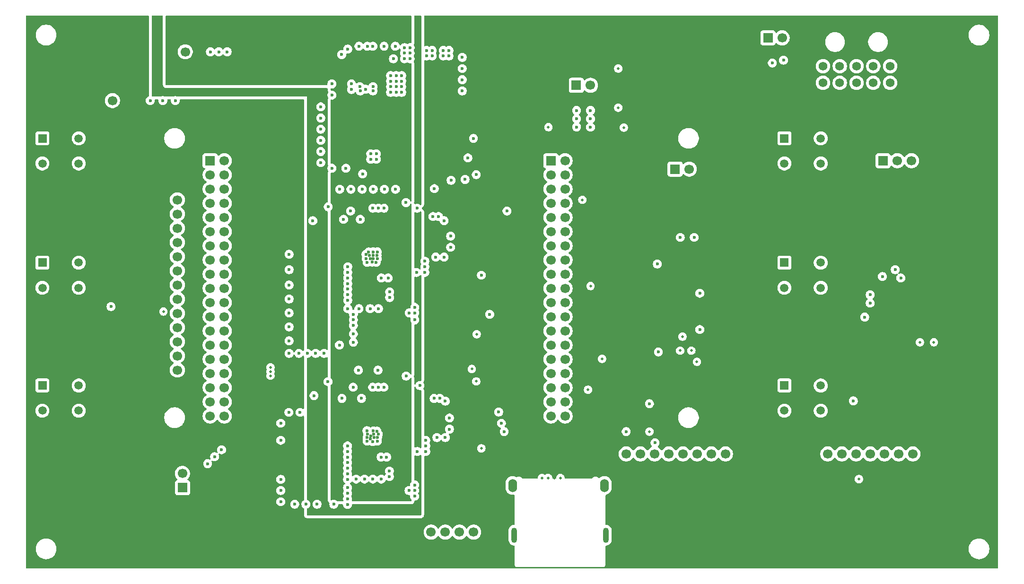
<source format=gbr>
%TF.GenerationSoftware,KiCad,Pcbnew,9.0.7*%
%TF.CreationDate,2026-02-03T11:04:19-04:00*%
%TF.ProjectId,power regulation,706f7765-7220-4726-9567-756c6174696f,1*%
%TF.SameCoordinates,Original*%
%TF.FileFunction,Copper,L3,Inr*%
%TF.FilePolarity,Positive*%
%FSLAX46Y46*%
G04 Gerber Fmt 4.6, Leading zero omitted, Abs format (unit mm)*
G04 Created by KiCad (PCBNEW 9.0.7) date 2026-02-03 11:04:19*
%MOMM*%
%LPD*%
G01*
G04 APERTURE LIST*
%TA.AperFunction,ComponentPad*%
%ADD10R,1.700000X1.700000*%
%TD*%
%TA.AperFunction,ComponentPad*%
%ADD11C,1.700000*%
%TD*%
%TA.AperFunction,ComponentPad*%
%ADD12R,1.508000X1.508000*%
%TD*%
%TA.AperFunction,ComponentPad*%
%ADD13C,1.508000*%
%TD*%
%TA.AperFunction,ComponentPad*%
%ADD14O,1.550000X2.350000*%
%TD*%
%TA.AperFunction,ComponentPad*%
%ADD15O,1.050000X2.700000*%
%TD*%
%TA.AperFunction,ComponentPad*%
%ADD16C,1.574800*%
%TD*%
%TA.AperFunction,ViaPad*%
%ADD17C,0.600000*%
%TD*%
%TA.AperFunction,ViaPad*%
%ADD18C,0.500000*%
%TD*%
G04 APERTURE END LIST*
D10*
%TO.N,WAKE*%
%TO.C,STM_CN10*%
X163862500Y-68500000D03*
D11*
%TO.N,SD_CS*%
X166402500Y-68500000D03*
%TO.N,N/C*%
X163862500Y-71040000D03*
%TO.N,B4*%
X166402500Y-71040000D03*
%TO.N,N/C*%
X163862500Y-73580000D03*
%TO.N,RTD_CS*%
X166402500Y-73580000D03*
%TO.N,N/C*%
X163862500Y-76120000D03*
X166402500Y-76120000D03*
%TO.N,GND*%
X163862500Y-78660000D03*
%TO.N,N/C*%
X166402500Y-78660000D03*
%TO.N,DISPL_SCK*%
X163862500Y-81200000D03*
%TO.N,N/C*%
X166402500Y-81200000D03*
%TO.N,TOUCH_MISO*%
X163862500Y-83740000D03*
%TO.N,N/C*%
X166402500Y-83740000D03*
%TO.N,DISPL_MOSI*%
X163862500Y-86280000D03*
%TO.N,B5*%
X166402500Y-86280000D03*
%TO.N,N/C*%
X163862500Y-88820000D03*
X166402500Y-88820000D03*
%TO.N,EXCIT2*%
X163862500Y-91360000D03*
%TO.N,GND*%
X166402500Y-91360000D03*
%TO.N,TX*%
X163862500Y-93900000D03*
%TO.N,EXCIT1*%
X166402500Y-93900000D03*
%TO.N,B6*%
X163862500Y-96440000D03*
%TO.N,N/C*%
X166402500Y-96440000D03*
X163862500Y-98980000D03*
%TO.N,MAX_SDI*%
X166402500Y-98980000D03*
%TO.N,N/C*%
X163862500Y-101520000D03*
%TO.N,MAX_SDO*%
X166402500Y-101520000D03*
%TO.N,N/C*%
X163862500Y-104060000D03*
%TO.N,MAX_SCK*%
X166402500Y-104060000D03*
%TO.N,N/C*%
X163862500Y-106600000D03*
X166402500Y-106600000D03*
%TO.N,RX*%
X163862500Y-109140000D03*
%TO.N,B3*%
X166402500Y-109140000D03*
%TO.N,N/C*%
X163862500Y-111680000D03*
X166402500Y-111680000D03*
X163862500Y-114220000D03*
X166402500Y-114220000D03*
%TD*%
D10*
%TO.N,/8V*%
%TO.C,J1*%
X168412500Y-55000000D03*
D11*
%TO.N,GND*%
X170952500Y-55000000D03*
%TD*%
D10*
%TO.N,HeaterPre*%
%TO.C,+ Ref_Res -*%
X202725000Y-46500000D03*
D11*
%TO.N,Heater+*%
X205265000Y-46500000D03*
%TD*%
D12*
%TO.N,GND*%
%TO.C,PB-5*%
X205662500Y-86750000D03*
D13*
%TO.N,N/C*%
X212162500Y-86750000D03*
%TO.N,B5*%
X205662500Y-91250000D03*
%TO.N,N/C*%
X212162500Y-91250000D03*
%TD*%
D10*
%TO.N,RTD-*%
%TO.C,RTD*%
X223332500Y-68500000D03*
D11*
%TO.N,RTDSens*%
X225872500Y-68500000D03*
%TO.N,RTD+*%
X228412500Y-68500000D03*
%TD*%
D12*
%TO.N,GND*%
%TO.C,PB-4*%
X205662500Y-64500000D03*
D13*
%TO.N,N/C*%
X212162500Y-64500000D03*
%TO.N,B4*%
X205662500Y-69000000D03*
%TO.N,N/C*%
X212162500Y-69000000D03*
%TD*%
D10*
%TO.N,/3.3V*%
%TO.C,MAX31856*%
X197660000Y-121000000D03*
D11*
%TO.N,N/C*%
X195120000Y-121000000D03*
%TO.N,GND*%
X192580000Y-121000000D03*
%TO.N,MAX_SCK*%
X190040000Y-121000000D03*
%TO.N,MAX_SDO*%
X187500000Y-121000000D03*
%TO.N,MAX_SDI*%
X184960000Y-121000000D03*
%TO.N,Therm_CS*%
X182420000Y-121000000D03*
%TO.N,N/C*%
X179880000Y-121000000D03*
%TO.N,thermDRDY*%
X177340000Y-121000000D03*
%TD*%
D12*
%TO.N,GND*%
%TO.C,PB-6*%
X205662500Y-108750000D03*
D13*
%TO.N,N/C*%
X212162500Y-108750000D03*
%TO.N,B6*%
X205662500Y-113250000D03*
%TO.N,N/C*%
X212162500Y-113250000D03*
%TD*%
D14*
%TO.N,GND*%
%TO.C,SD_Reader*%
X157000000Y-126650000D03*
X173450000Y-126650000D03*
D15*
X157300000Y-135550000D03*
X173700000Y-135550000D03*
%TD*%
D12*
%TO.N,N/C*%
%TO.C,PB-3*%
X72837500Y-108750000D03*
D13*
%TO.N,GND*%
X79337500Y-108750000D03*
%TO.N,N/C*%
X72837500Y-113250000D03*
%TO.N,B3*%
X79337500Y-113250000D03*
%TD*%
D10*
%TO.N,/3.3V*%
%TO.C,J3*%
X85385000Y-60275000D03*
D11*
%TO.N,GND*%
X85385000Y-57735000D03*
%TD*%
D10*
%TO.N,/3.3V*%
%TO.C,TFT_DISPLAY_Pinout*%
X97000000Y-72960000D03*
D11*
%TO.N,GND*%
X97000000Y-75500000D03*
%TO.N,DISPL_CS*%
X97000000Y-78040000D03*
%TO.N,DISPL_RST*%
X97000000Y-80580000D03*
%TO.N,DISPL_DC*%
X97000000Y-83120000D03*
%TO.N,DISPL_MOSI*%
X97000000Y-85660000D03*
%TO.N,DISPL_SCK*%
X97000000Y-88200000D03*
%TO.N,DISPL_LED*%
X97000000Y-90740000D03*
%TO.N,N/C*%
X97000000Y-93280000D03*
%TO.N,DISPL_SCK*%
X97000000Y-95820000D03*
%TO.N,N/C*%
X97000000Y-98360000D03*
X97000000Y-100900000D03*
%TO.N,TOUCH_MISO*%
X97000000Y-103440000D03*
%TO.N,N/C*%
X97000000Y-105980000D03*
%TD*%
D10*
%TO.N,/3.3V*%
%TO.C,MAX31865*%
X231200000Y-121000000D03*
D11*
%TO.N,GND*%
X228660000Y-121000000D03*
%TO.N,N/C*%
X226120000Y-121000000D03*
%TO.N,MAX_SCK*%
X223580000Y-121000000D03*
%TO.N,MAX_SDO*%
X221040000Y-121000000D03*
%TO.N,MAX_SDI*%
X218500000Y-121000000D03*
%TO.N,RTD_CS*%
X215960000Y-121000000D03*
%TO.N,RTDDRDY*%
X213420000Y-121000000D03*
%TD*%
D10*
%TO.N,/5V*%
%TO.C,J2*%
X97912500Y-127040000D03*
D11*
%TO.N,GND*%
X97912500Y-124500000D03*
%TD*%
D12*
%TO.N,N/C*%
%TO.C,PB-1*%
X72837500Y-64500000D03*
D13*
%TO.N,GND*%
X79337500Y-64500000D03*
%TO.N,N/C*%
X72837500Y-69000000D03*
%TO.N,B1*%
X79337500Y-69000000D03*
%TD*%
D16*
%TO.N,Heater+*%
%TO.C,Connector*%
X212572902Y-51564301D03*
%TO.N,GND*%
X215572901Y-51564301D03*
%TO.N,Thermocouple-*%
X218572900Y-51564301D03*
%TO.N,N/C*%
X221572899Y-51564301D03*
%TO.N,Thermocouple+*%
X224572898Y-51564301D03*
%TO.N,RTD-*%
X212572902Y-54564300D03*
%TO.N,RTD+*%
X215572901Y-54564300D03*
%TO.N,RTDSens*%
X218572900Y-54564300D03*
%TO.N,GND*%
X221572899Y-54564300D03*
%TO.N,N/C*%
X224572898Y-54564300D03*
%TD*%
D10*
%TO.N,/3.3V*%
%TO.C,GPS_Pinout*%
X152580000Y-135000000D03*
D11*
%TO.N,GND*%
X150040000Y-135000000D03*
%TO.N,RX*%
X147500000Y-135000000D03*
%TO.N,TX*%
X144960000Y-135000000D03*
%TO.N,WAKE*%
X142420000Y-135000000D03*
%TD*%
D10*
%TO.N,Thermocouple+*%
%TO.C,Thermocouple*%
X186087500Y-70000000D03*
D11*
%TO.N,Thermocouple-*%
X188627500Y-70000000D03*
%TD*%
D12*
%TO.N,N/C*%
%TO.C,PB-2*%
X72837500Y-86750000D03*
D13*
%TO.N,GND*%
X79337500Y-86750000D03*
%TO.N,N/C*%
X72837500Y-91250000D03*
%TO.N,B2*%
X79337500Y-91250000D03*
%TD*%
D10*
%TO.N,/Pin*%
%TO.C,J1*%
X98412500Y-51540000D03*
D11*
%TO.N,GND*%
X98412500Y-49000000D03*
%TD*%
D10*
%TO.N,N/C*%
%TO.C,STM_CN7*%
X102862500Y-68500000D03*
D11*
X105402500Y-68500000D03*
X102862500Y-71040000D03*
%TO.N,B1*%
X105402500Y-71040000D03*
%TO.N,N/C*%
X102862500Y-73580000D03*
%TO.N,/5V*%
X105402500Y-73580000D03*
%TO.N,N/C*%
X102862500Y-76120000D03*
X105402500Y-76120000D03*
X102862500Y-78660000D03*
X105402500Y-78660000D03*
X102862500Y-81200000D03*
X105402500Y-81200000D03*
X102862500Y-83740000D03*
X105402500Y-83740000D03*
X102862500Y-86280000D03*
X105402500Y-86280000D03*
X102862500Y-88820000D03*
X105402500Y-88820000D03*
X102862500Y-91360000D03*
X105402500Y-91360000D03*
X102862500Y-93900000D03*
%TO.N,GND*%
X105402500Y-93900000D03*
%TO.N,B2*%
X102862500Y-96440000D03*
%TO.N,N/C*%
X105402500Y-96440000D03*
X102862500Y-98980000D03*
X105402500Y-98980000D03*
X102862500Y-101520000D03*
X105402500Y-101520000D03*
X102862500Y-104060000D03*
X105402500Y-104060000D03*
X102862500Y-106600000D03*
%TO.N,Therm_CS*%
X105402500Y-106600000D03*
%TO.N,N/C*%
X102862500Y-109140000D03*
X105402500Y-109140000D03*
%TO.N,DISPL_RST*%
X102862500Y-111680000D03*
%TO.N,DISPL_DC*%
X105402500Y-111680000D03*
%TO.N,DISPL_CS*%
X102862500Y-114220000D03*
%TO.N,DISPL_LED*%
X105402500Y-114220000D03*
%TD*%
D17*
%TO.N,GND*%
X129000000Y-125500000D03*
X130500000Y-125500000D03*
X132000000Y-125500000D03*
X148000000Y-50000000D03*
X148000000Y-52000000D03*
X148000000Y-54000000D03*
X128500000Y-96000000D03*
%TO.N,/Pin*%
X129500000Y-49500000D03*
%TO.N,GND*%
X120000000Y-130000000D03*
X123959500Y-108057500D03*
X132061226Y-85459968D03*
X128500000Y-97000000D03*
X126412500Y-49500000D03*
X132167190Y-117446624D03*
X127500000Y-88500000D03*
X132000000Y-77000000D03*
X129662500Y-55250000D03*
X148000000Y-56000000D03*
X137162500Y-56250000D03*
X102912500Y-49000000D03*
X141615500Y-49750000D03*
X117000000Y-100750000D03*
X130747633Y-85246027D03*
X139500000Y-97000000D03*
X127500000Y-48500000D03*
X132957606Y-117442802D03*
X115500000Y-129557500D03*
X104912500Y-120250000D03*
X128063000Y-73605000D03*
X145912500Y-84000000D03*
X132615500Y-67250000D03*
X127459500Y-123557500D03*
X223200000Y-89227050D03*
X187012500Y-82230000D03*
X115500000Y-125557500D03*
X128500000Y-98000000D03*
X130162500Y-70855000D03*
X126750000Y-79000000D03*
X133000000Y-77000000D03*
X96635000Y-57735000D03*
X139797000Y-88500000D03*
X145709500Y-116562500D03*
X127459500Y-129057500D03*
X135162500Y-55250000D03*
X135000000Y-93000000D03*
X149000000Y-68000000D03*
X127459500Y-122557500D03*
X142750000Y-78500000D03*
X130952355Y-86704946D03*
X127459500Y-120557500D03*
X189512500Y-82230000D03*
X134959500Y-125057500D03*
X130918209Y-116840815D03*
X136162500Y-54250000D03*
X137912500Y-76000000D03*
X127500000Y-92500000D03*
X139959500Y-120557500D03*
X129736680Y-56005963D03*
X115500000Y-118557500D03*
X138662500Y-49250000D03*
X145615500Y-48750000D03*
X144959500Y-111557500D03*
X124000000Y-76750000D03*
X131500000Y-86000000D03*
X131038303Y-117451962D03*
X143750000Y-78500000D03*
X136162500Y-55250000D03*
X92135000Y-57735000D03*
X117000000Y-98250000D03*
X226500000Y-89500000D03*
X130709499Y-55697800D03*
X138662500Y-48250000D03*
X132062500Y-84815462D03*
X132217897Y-118028415D03*
X118000000Y-130000000D03*
X134000000Y-77000000D03*
X135662500Y-50250000D03*
X170952500Y-62500000D03*
X129959500Y-111057500D03*
X143959500Y-111057500D03*
X115500000Y-127557500D03*
X132747517Y-85419134D03*
X137662500Y-49250000D03*
X136063000Y-73605000D03*
X127459500Y-121557500D03*
X127500000Y-90500000D03*
X143000000Y-73500000D03*
X132959500Y-109057500D03*
D18*
X175912500Y-59000000D03*
D17*
X136162500Y-53250000D03*
X127459500Y-128057500D03*
X134063000Y-73605000D03*
X142959500Y-111057500D03*
X138500000Y-95750000D03*
X127500000Y-95000000D03*
X146000000Y-72000000D03*
X133500000Y-125500000D03*
X144750000Y-85750000D03*
X131500000Y-95000000D03*
X128162500Y-55750000D03*
X132823706Y-118039090D03*
X141615500Y-48750000D03*
X132912500Y-106000000D03*
X221000000Y-94000000D03*
X132081242Y-86064443D03*
X103662500Y-121500000D03*
X132012000Y-56000000D03*
X131615500Y-67250000D03*
X133459500Y-121557500D03*
X115500000Y-115500000D03*
X122662500Y-58855000D03*
X118959500Y-113557500D03*
X132797800Y-86027145D03*
X137162500Y-53250000D03*
X135162500Y-53250000D03*
X143459500Y-118057500D03*
X127162500Y-69855000D03*
X137662500Y-50250000D03*
X127459500Y-127057500D03*
X124662500Y-56750000D03*
X131951020Y-118778337D03*
X131849059Y-86660912D03*
X127459500Y-119557500D03*
X190512500Y-98730000D03*
X132794350Y-118719624D03*
X132012000Y-55250000D03*
X123250000Y-103000000D03*
X141459500Y-120557500D03*
X144750000Y-79250000D03*
X105912500Y-49000000D03*
X139912500Y-77000000D03*
X117000000Y-93250000D03*
X170952500Y-59500000D03*
X131598744Y-117766876D03*
X145912500Y-82000000D03*
X131615500Y-68250000D03*
X127500000Y-89500000D03*
X134459500Y-121557500D03*
X117000000Y-85250000D03*
X130959500Y-118057500D03*
X144615500Y-49750000D03*
X130820251Y-86020408D03*
X130063000Y-73605000D03*
X141297000Y-88500000D03*
X133500000Y-89500000D03*
X132079121Y-116870171D03*
X132063000Y-73605000D03*
X136162500Y-56250000D03*
X121459500Y-110557500D03*
X127459500Y-124557500D03*
X122662500Y-60855000D03*
X126000000Y-101500000D03*
X128162500Y-54750000D03*
X132727631Y-116918209D03*
X127459500Y-125557500D03*
X139500000Y-95750000D03*
X128000000Y-77500000D03*
X140412500Y-108750000D03*
X128500000Y-101000000D03*
X134000000Y-48000000D03*
X124662500Y-54750000D03*
X117000000Y-103000000D03*
X145709500Y-114562500D03*
X144615500Y-48750000D03*
X122000000Y-130000000D03*
X133959500Y-109057500D03*
X122662500Y-62855000D03*
X134750000Y-89500000D03*
X94385000Y-57735000D03*
X132615500Y-68250000D03*
X144959500Y-118057500D03*
X137959500Y-107057500D03*
X143250000Y-85750000D03*
X126063000Y-73605000D03*
X128459500Y-109057500D03*
X125000000Y-130000000D03*
X117000000Y-88000000D03*
X118750000Y-103000000D03*
X142615500Y-49750000D03*
X170952500Y-61000000D03*
X137662500Y-48250000D03*
X127500000Y-87500000D03*
X128500000Y-99500000D03*
X133000000Y-95000000D03*
X141297000Y-87500000D03*
X117000000Y-95750000D03*
X116959500Y-113557500D03*
X138459500Y-127557500D03*
D18*
X232412500Y-101000000D03*
D17*
X150500000Y-71000000D03*
X135162500Y-56250000D03*
X117000000Y-90750000D03*
X131404710Y-85423940D03*
X135162500Y-54250000D03*
X138662500Y-50250000D03*
X129750000Y-79000000D03*
X134959500Y-124057500D03*
X139500000Y-94750000D03*
X126459500Y-111057500D03*
X102412500Y-122750000D03*
X132586825Y-86694597D03*
X121750000Y-103000000D03*
X131239221Y-84842142D03*
X137162500Y-54250000D03*
X137162500Y-55250000D03*
X141459500Y-118557500D03*
X127500000Y-91500000D03*
X142615500Y-48750000D03*
D18*
X162250000Y-125300000D03*
D17*
X139459500Y-127557500D03*
X122662500Y-66855000D03*
X141459500Y-119557500D03*
X131959500Y-109057500D03*
X130990266Y-118714287D03*
X136000000Y-48000000D03*
X141297000Y-86500000D03*
D18*
X175912500Y-52000000D03*
D17*
X150000000Y-64500000D03*
X121250000Y-79250000D03*
D18*
X229912500Y-101000000D03*
D17*
X145615500Y-49750000D03*
X127500000Y-93500000D03*
X104412500Y-49000000D03*
X127459500Y-130057500D03*
X129500000Y-95000000D03*
X122662500Y-64855000D03*
X182912500Y-87000000D03*
X124662500Y-69855000D03*
X132773786Y-84815462D03*
X131556044Y-118327316D03*
X122662500Y-68855000D03*
X139459500Y-126557500D03*
X135000000Y-92000000D03*
X139459500Y-128557500D03*
X183100000Y-102730000D03*
X120250000Y-103000000D03*
X129412500Y-106000000D03*
X190512500Y-92230000D03*
X148500000Y-71855000D03*
%TO.N,RTDSens*%
X225500000Y-88000000D03*
%TO.N,Heater+*%
X205500000Y-50500000D03*
D18*
%TO.N,MAX_SCK*%
X190000000Y-104500000D03*
X187000000Y-102500000D03*
X181500000Y-117000000D03*
%TO.N,MAX_SDO*%
X219000000Y-125500000D03*
X189000000Y-102500000D03*
D17*
X220051000Y-96500000D03*
D18*
X187412500Y-100000000D03*
D17*
%TO.N,MAX_SDI*%
X182500000Y-119000000D03*
D18*
%TO.N,MOSFETGait1*%
X176912500Y-62566800D03*
X163412500Y-62500000D03*
%TO.N,Therm_CS*%
X149706250Y-105793750D03*
D17*
%TO.N,RTD_CS*%
X221000000Y-92500000D03*
%TO.N,/Pin*%
X129959500Y-114557500D03*
X102912500Y-51500000D03*
%TO.N,GND*%
X131000000Y-48000000D03*
%TO.N,/Pin*%
X129000000Y-91000000D03*
X131000000Y-81250000D03*
X128959500Y-124057500D03*
X104412500Y-51500000D03*
X130912500Y-113250000D03*
X105872500Y-51500000D03*
%TO.N,GND*%
X132000000Y-48000000D03*
%TO.N,/Pin*%
X129662500Y-52250000D03*
X131000000Y-82250000D03*
X130959500Y-114250000D03*
X130000000Y-81250000D03*
X130000000Y-82250000D03*
X130459500Y-121057500D03*
X129500000Y-89000000D03*
%TO.N,GND*%
X129500000Y-48000000D03*
%TO.N,/Pin*%
X129000000Y-90000000D03*
X129959500Y-113557500D03*
X129662500Y-51250000D03*
X129459500Y-121057500D03*
X128959500Y-123057500D03*
X129000000Y-92000000D03*
X129662500Y-50500000D03*
X128959500Y-122057500D03*
X129000000Y-93000000D03*
X130500000Y-89000000D03*
D18*
%TO.N,/5V*%
X113662500Y-106250000D03*
X113662500Y-105500000D03*
X113662500Y-107000000D03*
%TO.N,/3.3V*%
X79337500Y-73500000D03*
X164450000Y-125300000D03*
X119162500Y-85750000D03*
X232412500Y-97462500D03*
X118912500Y-89000000D03*
X202162500Y-111500000D03*
X119162500Y-87500000D03*
X119162500Y-86750000D03*
X118912500Y-93500000D03*
X79337500Y-118000000D03*
X79337500Y-96250000D03*
X205412500Y-96000000D03*
X118912500Y-92000000D03*
X229912500Y-97462500D03*
X119162500Y-84500000D03*
X202162500Y-71250000D03*
X183000000Y-98962500D03*
X182912500Y-90537500D03*
X118912500Y-90500000D03*
D17*
%TO.N,/8V*%
X168452500Y-62460000D03*
X168452500Y-61000000D03*
X168452500Y-59500000D03*
D18*
%TO.N,DISPL_MOSI*%
X165550000Y-125300000D03*
D17*
X85125000Y-94625000D03*
D18*
X150571250Y-99571250D03*
X150500000Y-108000000D03*
%TO.N,DISPL_SCK*%
X163350000Y-125300000D03*
X151412500Y-120000000D03*
D17*
X151412500Y-89000000D03*
%TO.N,TOUCH_MISO*%
X152912500Y-96000000D03*
%TO.N,WAKE*%
X154512500Y-113500000D03*
X156000000Y-77500000D03*
D18*
%TO.N,B5*%
X170962500Y-90938750D03*
%TO.N,B6*%
X173025130Y-103974870D03*
D17*
%TO.N,RX*%
X155500000Y-117000000D03*
D18*
%TO.N,B2*%
X94500000Y-95500000D03*
D17*
%TO.N,TX*%
X155000000Y-115500000D03*
D18*
%TO.N,SD_CS*%
X170500000Y-109500000D03*
X169500000Y-75500000D03*
D17*
%TO.N,HeaterPre*%
X203500000Y-51000000D03*
%TO.N,thermDRDY*%
X177340000Y-117000000D03*
X181500000Y-112000000D03*
%TO.N,RTDDRDY*%
X218000000Y-111500000D03*
%TD*%
%TA.AperFunction,NonConductor*%
G36*
X140605539Y-42520185D02*
G01*
X140651294Y-42572989D01*
X140662500Y-42624500D01*
X140662500Y-76318559D01*
X140642815Y-76385598D01*
X140590011Y-76431353D01*
X140520853Y-76441297D01*
X140457297Y-76412272D01*
X140450819Y-76406240D01*
X140422792Y-76378213D01*
X140422788Y-76378210D01*
X140291685Y-76290609D01*
X140291672Y-76290602D01*
X140146001Y-76230264D01*
X140145989Y-76230261D01*
X139991345Y-76199500D01*
X139991342Y-76199500D01*
X139833658Y-76199500D01*
X139833655Y-76199500D01*
X139679010Y-76230261D01*
X139678998Y-76230264D01*
X139573347Y-76274026D01*
X139558818Y-76275588D01*
X139545629Y-76281885D01*
X139524775Y-76279248D01*
X139503878Y-76281495D01*
X139490809Y-76274953D01*
X139476311Y-76273120D01*
X139460192Y-76259626D01*
X139441399Y-76250219D01*
X139432980Y-76236847D01*
X139422736Y-76228271D01*
X139411917Y-76203389D01*
X139407530Y-76196420D01*
X139404790Y-76187645D01*
X139404451Y-76184733D01*
X139391335Y-76129228D01*
X139357058Y-76034763D01*
X139356220Y-76032077D01*
X139355671Y-75999849D01*
X139353659Y-75967684D01*
X139355052Y-75963557D01*
X139355030Y-75962218D01*
X139356076Y-75960526D01*
X139361788Y-75943616D01*
X139377838Y-75908475D01*
X139397523Y-75841436D01*
X139397524Y-75841432D01*
X139418000Y-75699016D01*
X139418000Y-51167549D01*
X139417818Y-51153999D01*
X139417640Y-51147361D01*
X139417097Y-51133852D01*
X139389027Y-50992737D01*
X139365782Y-50926847D01*
X139365780Y-50926840D01*
X139314819Y-50829422D01*
X139314449Y-50828690D01*
X139308259Y-50795165D01*
X139301599Y-50761685D01*
X139301913Y-50760792D01*
X139301764Y-50759981D01*
X139304915Y-50752283D01*
X139322004Y-50703844D01*
X139371894Y-50629179D01*
X139432237Y-50483497D01*
X139463000Y-50328842D01*
X139463000Y-50171158D01*
X139463000Y-50171155D01*
X139462999Y-50171153D01*
X139432238Y-50016510D01*
X139432237Y-50016503D01*
X139371894Y-49870821D01*
X139337194Y-49818889D01*
X139316316Y-49752215D01*
X139334800Y-49684835D01*
X139337176Y-49681136D01*
X139371894Y-49629179D01*
X139432237Y-49483497D01*
X139463000Y-49328842D01*
X139463000Y-49171158D01*
X139463000Y-49171155D01*
X139462999Y-49171153D01*
X139432238Y-49016510D01*
X139432237Y-49016503D01*
X139371894Y-48870821D01*
X139337194Y-48818889D01*
X139316316Y-48752215D01*
X139334800Y-48684835D01*
X139337176Y-48681136D01*
X139371894Y-48629179D01*
X139432237Y-48483497D01*
X139463000Y-48328842D01*
X139463000Y-48171158D01*
X139463000Y-48171155D01*
X139462999Y-48171153D01*
X139432238Y-48016510D01*
X139432237Y-48016503D01*
X139413365Y-47970941D01*
X139371897Y-47870827D01*
X139371890Y-47870814D01*
X139324618Y-47800067D01*
X139303740Y-47733390D01*
X139314926Y-47679663D01*
X139318067Y-47672786D01*
X139377838Y-47541909D01*
X139397523Y-47474870D01*
X139397524Y-47474866D01*
X139418000Y-47332450D01*
X139418000Y-42624500D01*
X139437685Y-42557461D01*
X139490489Y-42511706D01*
X139542000Y-42500500D01*
X140538500Y-42500500D01*
X140605539Y-42520185D01*
G37*
%TD.AperFunction*%
%TA.AperFunction,NonConductor*%
G36*
X140581834Y-77565259D02*
G01*
X140637767Y-77607131D01*
X140662184Y-77672595D01*
X140662500Y-77681441D01*
X140662500Y-85971119D01*
X140642815Y-86038158D01*
X140641602Y-86040010D01*
X140587604Y-86120823D01*
X140527264Y-86266498D01*
X140527261Y-86266510D01*
X140496500Y-86421153D01*
X140496500Y-86578846D01*
X140527261Y-86733489D01*
X140527264Y-86733501D01*
X140587602Y-86879172D01*
X140587609Y-86879185D01*
X140622304Y-86931109D01*
X140643182Y-86997786D01*
X140624698Y-87065167D01*
X140622305Y-87068890D01*
X140587604Y-87120824D01*
X140527264Y-87266498D01*
X140527261Y-87266510D01*
X140496500Y-87421153D01*
X140496500Y-87578846D01*
X140527261Y-87733489D01*
X140527263Y-87733497D01*
X140546575Y-87780120D01*
X140554043Y-87849590D01*
X140522767Y-87912069D01*
X140462678Y-87947721D01*
X140392853Y-87945226D01*
X140344332Y-87915253D01*
X140307292Y-87878213D01*
X140307288Y-87878210D01*
X140176185Y-87790609D01*
X140176172Y-87790602D01*
X140030501Y-87730264D01*
X140030489Y-87730261D01*
X139875845Y-87699500D01*
X139875842Y-87699500D01*
X139718158Y-87699500D01*
X139718153Y-87699500D01*
X139566191Y-87729727D01*
X139496599Y-87723500D01*
X139441422Y-87680637D01*
X139418178Y-87614747D01*
X139418000Y-87608110D01*
X139418000Y-77847205D01*
X139437685Y-77780166D01*
X139490489Y-77734411D01*
X139559647Y-77724467D01*
X139589449Y-77732643D01*
X139679003Y-77769737D01*
X139833653Y-77800499D01*
X139833656Y-77800500D01*
X139833658Y-77800500D01*
X139991344Y-77800500D01*
X139991345Y-77800499D01*
X140145997Y-77769737D01*
X140291679Y-77709394D01*
X140422789Y-77621789D01*
X140423649Y-77620929D01*
X140450819Y-77593760D01*
X140512142Y-77560275D01*
X140581834Y-77565259D01*
G37*
%TD.AperFunction*%
%TA.AperFunction,NonConductor*%
G36*
X94350039Y-42520185D02*
G01*
X94395794Y-42572989D01*
X94407000Y-42624500D01*
X94407000Y-47970941D01*
X94407000Y-48933499D01*
X94407000Y-50220941D01*
X94407000Y-53220941D01*
X94407000Y-54876000D01*
X94407001Y-54876009D01*
X94418552Y-54983450D01*
X94418554Y-54983462D01*
X94429759Y-55034969D01*
X94443578Y-55076486D01*
X94463500Y-55136342D01*
X94463887Y-55137504D01*
X94541671Y-55258537D01*
X94541679Y-55258548D01*
X94587423Y-55311340D01*
X94587426Y-55311343D01*
X94587430Y-55311347D01*
X94696164Y-55405567D01*
X94827041Y-55465338D01*
X94894080Y-55485023D01*
X94894084Y-55485024D01*
X95036500Y-55505500D01*
X95036503Y-55505500D01*
X123744941Y-55505500D01*
X123744951Y-55505500D01*
X123758501Y-55505318D01*
X123765139Y-55505140D01*
X123778648Y-55504597D01*
X123778654Y-55504595D01*
X123782376Y-55504446D01*
X123850153Y-55521420D01*
X123897993Y-55572342D01*
X123910709Y-55641045D01*
X123910099Y-55645990D01*
X123907000Y-55667543D01*
X123907000Y-55832440D01*
X123907182Y-55846023D01*
X123907360Y-55852655D01*
X123907712Y-55861424D01*
X123907899Y-55866078D01*
X123917464Y-55914198D01*
X123913634Y-55914749D01*
X123917170Y-55939338D01*
X123932496Y-56009791D01*
X123952336Y-56053236D01*
X123952207Y-56053282D01*
X123955720Y-56063240D01*
X123955722Y-56063248D01*
X123959214Y-56073145D01*
X123959216Y-56073150D01*
X123975107Y-56103530D01*
X123976650Y-56106479D01*
X123992264Y-56140670D01*
X124003654Y-56158394D01*
X124003767Y-56158321D01*
X124007028Y-56164556D01*
X124007030Y-56164560D01*
X124009764Y-56169786D01*
X124023398Y-56238312D01*
X124002994Y-56296156D01*
X123953108Y-56370816D01*
X123953102Y-56370827D01*
X123892764Y-56516498D01*
X123892761Y-56516510D01*
X123862000Y-56671153D01*
X123862000Y-56828846D01*
X123892761Y-56983489D01*
X123892764Y-56983501D01*
X123953102Y-57129172D01*
X123953109Y-57129185D01*
X124000381Y-57199932D01*
X124021259Y-57266610D01*
X124010073Y-57320335D01*
X123947164Y-57458083D01*
X123927476Y-57525131D01*
X123907000Y-57667550D01*
X123907000Y-68937440D01*
X123907182Y-68951028D01*
X123907359Y-68957639D01*
X123907901Y-68971123D01*
X123907902Y-68971131D01*
X123935968Y-69112246D01*
X123935969Y-69112250D01*
X123959209Y-69178129D01*
X123959215Y-69178144D01*
X124009769Y-69274794D01*
X124023398Y-69343321D01*
X124002994Y-69401157D01*
X123953109Y-69475814D01*
X123953102Y-69475827D01*
X123892764Y-69621498D01*
X123892761Y-69621510D01*
X123862000Y-69776153D01*
X123862000Y-69933846D01*
X123892761Y-70088489D01*
X123892764Y-70088501D01*
X123953102Y-70234172D01*
X123953109Y-70234185D01*
X124000381Y-70304932D01*
X124021259Y-70371610D01*
X124010073Y-70425335D01*
X123947164Y-70563083D01*
X123927476Y-70630131D01*
X123907000Y-70772550D01*
X123907000Y-75850552D01*
X123887315Y-75917591D01*
X123834511Y-75963346D01*
X123807192Y-75972169D01*
X123766508Y-75980261D01*
X123766498Y-75980264D01*
X123620827Y-76040602D01*
X123620814Y-76040609D01*
X123489711Y-76128210D01*
X123489707Y-76128213D01*
X123378213Y-76239707D01*
X123378210Y-76239711D01*
X123290609Y-76370814D01*
X123290602Y-76370827D01*
X123230264Y-76516498D01*
X123230261Y-76516510D01*
X123199500Y-76671153D01*
X123199500Y-76828846D01*
X123230261Y-76983489D01*
X123230264Y-76983501D01*
X123290602Y-77129172D01*
X123290609Y-77129185D01*
X123378210Y-77260288D01*
X123378213Y-77260292D01*
X123489707Y-77371786D01*
X123489711Y-77371789D01*
X123620814Y-77459390D01*
X123620827Y-77459397D01*
X123708230Y-77495599D01*
X123766503Y-77519737D01*
X123807193Y-77527830D01*
X123869101Y-77560214D01*
X123903676Y-77620929D01*
X123907000Y-77649447D01*
X123907000Y-102244252D01*
X123887315Y-102311291D01*
X123834511Y-102357046D01*
X123765353Y-102366990D01*
X123714109Y-102347354D01*
X123629185Y-102290609D01*
X123629172Y-102290602D01*
X123483501Y-102230264D01*
X123483489Y-102230261D01*
X123328845Y-102199500D01*
X123328842Y-102199500D01*
X123171158Y-102199500D01*
X123171155Y-102199500D01*
X123016510Y-102230261D01*
X123016498Y-102230264D01*
X122870827Y-102290602D01*
X122870814Y-102290609D01*
X122739711Y-102378210D01*
X122739707Y-102378213D01*
X122628213Y-102489707D01*
X122603102Y-102527289D01*
X122549489Y-102572093D01*
X122480164Y-102580800D01*
X122417137Y-102550645D01*
X122396898Y-102527289D01*
X122371786Y-102489707D01*
X122260292Y-102378213D01*
X122260288Y-102378210D01*
X122129185Y-102290609D01*
X122129172Y-102290602D01*
X121983501Y-102230264D01*
X121983489Y-102230261D01*
X121828845Y-102199500D01*
X121828842Y-102199500D01*
X121671158Y-102199500D01*
X121671155Y-102199500D01*
X121516510Y-102230261D01*
X121516498Y-102230264D01*
X121370827Y-102290602D01*
X121370814Y-102290609D01*
X121239711Y-102378210D01*
X121239707Y-102378213D01*
X121128213Y-102489707D01*
X121103102Y-102527289D01*
X121049489Y-102572093D01*
X120980164Y-102580800D01*
X120917137Y-102550645D01*
X120896898Y-102527289D01*
X120871786Y-102489707D01*
X120760292Y-102378213D01*
X120760288Y-102378210D01*
X120629185Y-102290609D01*
X120629172Y-102290602D01*
X120483501Y-102230264D01*
X120483489Y-102230261D01*
X120328845Y-102199500D01*
X120328842Y-102199500D01*
X120286500Y-102199500D01*
X120219461Y-102179815D01*
X120173706Y-102127011D01*
X120162500Y-102075500D01*
X120162500Y-79171153D01*
X120449500Y-79171153D01*
X120449500Y-79328846D01*
X120480261Y-79483489D01*
X120480264Y-79483501D01*
X120540602Y-79629172D01*
X120540609Y-79629185D01*
X120628210Y-79760288D01*
X120628213Y-79760292D01*
X120739707Y-79871786D01*
X120739711Y-79871789D01*
X120870814Y-79959390D01*
X120870827Y-79959397D01*
X121016498Y-80019735D01*
X121016503Y-80019737D01*
X121171153Y-80050499D01*
X121171156Y-80050500D01*
X121171158Y-80050500D01*
X121328844Y-80050500D01*
X121328845Y-80050499D01*
X121483497Y-80019737D01*
X121629179Y-79959394D01*
X121760289Y-79871789D01*
X121871789Y-79760289D01*
X121959394Y-79629179D01*
X122019737Y-79483497D01*
X122050500Y-79328842D01*
X122050500Y-79171158D01*
X122050500Y-79171155D01*
X122050499Y-79171153D01*
X122019738Y-79016510D01*
X122019737Y-79016503D01*
X122000865Y-78970941D01*
X121959397Y-78870827D01*
X121959390Y-78870814D01*
X121871789Y-78739711D01*
X121871786Y-78739707D01*
X121760292Y-78628213D01*
X121760288Y-78628210D01*
X121629185Y-78540609D01*
X121629172Y-78540602D01*
X121483501Y-78480264D01*
X121483489Y-78480261D01*
X121328845Y-78449500D01*
X121328842Y-78449500D01*
X121171158Y-78449500D01*
X121171155Y-78449500D01*
X121016510Y-78480261D01*
X121016498Y-78480264D01*
X120870827Y-78540602D01*
X120870814Y-78540609D01*
X120739711Y-78628210D01*
X120739707Y-78628213D01*
X120628213Y-78739707D01*
X120628210Y-78739711D01*
X120540609Y-78870814D01*
X120540602Y-78870827D01*
X120480264Y-79016498D01*
X120480261Y-79016510D01*
X120449500Y-79171153D01*
X120162500Y-79171153D01*
X120162500Y-68776153D01*
X121862000Y-68776153D01*
X121862000Y-68933846D01*
X121892761Y-69088489D01*
X121892764Y-69088501D01*
X121953102Y-69234172D01*
X121953109Y-69234185D01*
X122040710Y-69365288D01*
X122040713Y-69365292D01*
X122152207Y-69476786D01*
X122152211Y-69476789D01*
X122283314Y-69564390D01*
X122283327Y-69564397D01*
X122350767Y-69592331D01*
X122429003Y-69624737D01*
X122581401Y-69655051D01*
X122583653Y-69655499D01*
X122583656Y-69655500D01*
X122583658Y-69655500D01*
X122741344Y-69655500D01*
X122741345Y-69655499D01*
X122895997Y-69624737D01*
X123041679Y-69564394D01*
X123172789Y-69476789D01*
X123284289Y-69365289D01*
X123371894Y-69234179D01*
X123432237Y-69088497D01*
X123463000Y-68933842D01*
X123463000Y-68776158D01*
X123463000Y-68776155D01*
X123462999Y-68776153D01*
X123432238Y-68621510D01*
X123432237Y-68621503D01*
X123425934Y-68606287D01*
X123371897Y-68475827D01*
X123371890Y-68475814D01*
X123284289Y-68344711D01*
X123284286Y-68344707D01*
X123172792Y-68233213D01*
X123172788Y-68233210D01*
X123041685Y-68145609D01*
X123041672Y-68145602D01*
X122896001Y-68085264D01*
X122895989Y-68085261D01*
X122741345Y-68054500D01*
X122741342Y-68054500D01*
X122583658Y-68054500D01*
X122583655Y-68054500D01*
X122429010Y-68085261D01*
X122428998Y-68085264D01*
X122283327Y-68145602D01*
X122283314Y-68145609D01*
X122152211Y-68233210D01*
X122152207Y-68233213D01*
X122040713Y-68344707D01*
X122040710Y-68344711D01*
X121953109Y-68475814D01*
X121953102Y-68475827D01*
X121892764Y-68621498D01*
X121892761Y-68621510D01*
X121862000Y-68776153D01*
X120162500Y-68776153D01*
X120162500Y-66776153D01*
X121862000Y-66776153D01*
X121862000Y-66933846D01*
X121892761Y-67088489D01*
X121892764Y-67088501D01*
X121953102Y-67234172D01*
X121953109Y-67234185D01*
X122040710Y-67365288D01*
X122040713Y-67365292D01*
X122152207Y-67476786D01*
X122152211Y-67476789D01*
X122283314Y-67564390D01*
X122283327Y-67564397D01*
X122418069Y-67620208D01*
X122429003Y-67624737D01*
X122583653Y-67655499D01*
X122583656Y-67655500D01*
X122583658Y-67655500D01*
X122741344Y-67655500D01*
X122741345Y-67655499D01*
X122895997Y-67624737D01*
X123041679Y-67564394D01*
X123172789Y-67476789D01*
X123284289Y-67365289D01*
X123371894Y-67234179D01*
X123432237Y-67088497D01*
X123463000Y-66933842D01*
X123463000Y-66776158D01*
X123463000Y-66776155D01*
X123462999Y-66776153D01*
X123432238Y-66621510D01*
X123432237Y-66621503D01*
X123432235Y-66621498D01*
X123371897Y-66475827D01*
X123371890Y-66475814D01*
X123284289Y-66344711D01*
X123284286Y-66344707D01*
X123172792Y-66233213D01*
X123172788Y-66233210D01*
X123041685Y-66145609D01*
X123041672Y-66145602D01*
X122896001Y-66085264D01*
X122895989Y-66085261D01*
X122741345Y-66054500D01*
X122741342Y-66054500D01*
X122583658Y-66054500D01*
X122583655Y-66054500D01*
X122429010Y-66085261D01*
X122428998Y-66085264D01*
X122283327Y-66145602D01*
X122283314Y-66145609D01*
X122152211Y-66233210D01*
X122152207Y-66233213D01*
X122040713Y-66344707D01*
X122040710Y-66344711D01*
X121953109Y-66475814D01*
X121953102Y-66475827D01*
X121892764Y-66621498D01*
X121892761Y-66621510D01*
X121862000Y-66776153D01*
X120162500Y-66776153D01*
X120162500Y-64776153D01*
X121862000Y-64776153D01*
X121862000Y-64933846D01*
X121892761Y-65088489D01*
X121892764Y-65088501D01*
X121953102Y-65234172D01*
X121953109Y-65234185D01*
X122040710Y-65365288D01*
X122040713Y-65365292D01*
X122152207Y-65476786D01*
X122152211Y-65476789D01*
X122283314Y-65564390D01*
X122283327Y-65564397D01*
X122428998Y-65624735D01*
X122429003Y-65624737D01*
X122583653Y-65655499D01*
X122583656Y-65655500D01*
X122583658Y-65655500D01*
X122741344Y-65655500D01*
X122741345Y-65655499D01*
X122895997Y-65624737D01*
X123041679Y-65564394D01*
X123172789Y-65476789D01*
X123284289Y-65365289D01*
X123371894Y-65234179D01*
X123432237Y-65088497D01*
X123463000Y-64933842D01*
X123463000Y-64776158D01*
X123463000Y-64776155D01*
X123462999Y-64776153D01*
X123432238Y-64621510D01*
X123432237Y-64621503D01*
X123432148Y-64621288D01*
X123371897Y-64475827D01*
X123371890Y-64475814D01*
X123284289Y-64344711D01*
X123284286Y-64344707D01*
X123172792Y-64233213D01*
X123172788Y-64233210D01*
X123041685Y-64145609D01*
X123041672Y-64145602D01*
X122896001Y-64085264D01*
X122895989Y-64085261D01*
X122741345Y-64054500D01*
X122741342Y-64054500D01*
X122583658Y-64054500D01*
X122583655Y-64054500D01*
X122429010Y-64085261D01*
X122428998Y-64085264D01*
X122283327Y-64145602D01*
X122283314Y-64145609D01*
X122152211Y-64233210D01*
X122152207Y-64233213D01*
X122040713Y-64344707D01*
X122040710Y-64344711D01*
X121953109Y-64475814D01*
X121953102Y-64475827D01*
X121892764Y-64621498D01*
X121892761Y-64621510D01*
X121862000Y-64776153D01*
X120162500Y-64776153D01*
X120162500Y-62776153D01*
X121862000Y-62776153D01*
X121862000Y-62933846D01*
X121892761Y-63088489D01*
X121892764Y-63088501D01*
X121953102Y-63234172D01*
X121953109Y-63234185D01*
X122040710Y-63365288D01*
X122040713Y-63365292D01*
X122152207Y-63476786D01*
X122152211Y-63476789D01*
X122283314Y-63564390D01*
X122283327Y-63564397D01*
X122428998Y-63624735D01*
X122429003Y-63624737D01*
X122583653Y-63655499D01*
X122583656Y-63655500D01*
X122583658Y-63655500D01*
X122741344Y-63655500D01*
X122741345Y-63655499D01*
X122895997Y-63624737D01*
X123041679Y-63564394D01*
X123172789Y-63476789D01*
X123284289Y-63365289D01*
X123371894Y-63234179D01*
X123432237Y-63088497D01*
X123463000Y-62933842D01*
X123463000Y-62776158D01*
X123463000Y-62776155D01*
X123462999Y-62776153D01*
X123432238Y-62621510D01*
X123432237Y-62621503D01*
X123432235Y-62621498D01*
X123371897Y-62475827D01*
X123371890Y-62475814D01*
X123284289Y-62344711D01*
X123284286Y-62344707D01*
X123172792Y-62233213D01*
X123172788Y-62233210D01*
X123041685Y-62145609D01*
X123041672Y-62145602D01*
X122896001Y-62085264D01*
X122895989Y-62085261D01*
X122741345Y-62054500D01*
X122741342Y-62054500D01*
X122583658Y-62054500D01*
X122583655Y-62054500D01*
X122429010Y-62085261D01*
X122428998Y-62085264D01*
X122283327Y-62145602D01*
X122283314Y-62145609D01*
X122152211Y-62233210D01*
X122152207Y-62233213D01*
X122040713Y-62344707D01*
X122040710Y-62344711D01*
X121953109Y-62475814D01*
X121953102Y-62475827D01*
X121892764Y-62621498D01*
X121892761Y-62621510D01*
X121862000Y-62776153D01*
X120162500Y-62776153D01*
X120162500Y-60776153D01*
X121862000Y-60776153D01*
X121862000Y-60933846D01*
X121892761Y-61088489D01*
X121892764Y-61088501D01*
X121953102Y-61234172D01*
X121953109Y-61234185D01*
X122040710Y-61365288D01*
X122040713Y-61365292D01*
X122152207Y-61476786D01*
X122152211Y-61476789D01*
X122283314Y-61564390D01*
X122283327Y-61564397D01*
X122428998Y-61624735D01*
X122429003Y-61624737D01*
X122583653Y-61655499D01*
X122583656Y-61655500D01*
X122583658Y-61655500D01*
X122741344Y-61655500D01*
X122741345Y-61655499D01*
X122895997Y-61624737D01*
X123041679Y-61564394D01*
X123172789Y-61476789D01*
X123284289Y-61365289D01*
X123371894Y-61234179D01*
X123432237Y-61088497D01*
X123463000Y-60933842D01*
X123463000Y-60776158D01*
X123463000Y-60776155D01*
X123462999Y-60776153D01*
X123432238Y-60621510D01*
X123432237Y-60621503D01*
X123432235Y-60621498D01*
X123371897Y-60475827D01*
X123371890Y-60475814D01*
X123284289Y-60344711D01*
X123284286Y-60344707D01*
X123172792Y-60233213D01*
X123172788Y-60233210D01*
X123041685Y-60145609D01*
X123041672Y-60145602D01*
X122896001Y-60085264D01*
X122895989Y-60085261D01*
X122741345Y-60054500D01*
X122741342Y-60054500D01*
X122583658Y-60054500D01*
X122583655Y-60054500D01*
X122429010Y-60085261D01*
X122428998Y-60085264D01*
X122283327Y-60145602D01*
X122283314Y-60145609D01*
X122152211Y-60233210D01*
X122152207Y-60233213D01*
X122040713Y-60344707D01*
X122040710Y-60344711D01*
X121953109Y-60475814D01*
X121953102Y-60475827D01*
X121892764Y-60621498D01*
X121892761Y-60621510D01*
X121862000Y-60776153D01*
X120162500Y-60776153D01*
X120162500Y-58776153D01*
X121862000Y-58776153D01*
X121862000Y-58933846D01*
X121892761Y-59088489D01*
X121892764Y-59088501D01*
X121953102Y-59234172D01*
X121953109Y-59234185D01*
X122040710Y-59365288D01*
X122040713Y-59365292D01*
X122152207Y-59476786D01*
X122152211Y-59476789D01*
X122283314Y-59564390D01*
X122283327Y-59564397D01*
X122428998Y-59624735D01*
X122429003Y-59624737D01*
X122583653Y-59655499D01*
X122583656Y-59655500D01*
X122583658Y-59655500D01*
X122741344Y-59655500D01*
X122741345Y-59655499D01*
X122895997Y-59624737D01*
X123041679Y-59564394D01*
X123172789Y-59476789D01*
X123284289Y-59365289D01*
X123371894Y-59234179D01*
X123432237Y-59088497D01*
X123463000Y-58933842D01*
X123463000Y-58776158D01*
X123463000Y-58776155D01*
X123462999Y-58776153D01*
X123432238Y-58621510D01*
X123432237Y-58621503D01*
X123396614Y-58535500D01*
X123371897Y-58475827D01*
X123371890Y-58475814D01*
X123284289Y-58344711D01*
X123284286Y-58344707D01*
X123172792Y-58233213D01*
X123172788Y-58233210D01*
X123041685Y-58145609D01*
X123041672Y-58145602D01*
X122896001Y-58085264D01*
X122895989Y-58085261D01*
X122741345Y-58054500D01*
X122741342Y-58054500D01*
X122583658Y-58054500D01*
X122583655Y-58054500D01*
X122429010Y-58085261D01*
X122428998Y-58085264D01*
X122283327Y-58145602D01*
X122283314Y-58145609D01*
X122152211Y-58233210D01*
X122152207Y-58233213D01*
X122040713Y-58344707D01*
X122040710Y-58344711D01*
X121953109Y-58475814D01*
X121953102Y-58475827D01*
X121892764Y-58621498D01*
X121892761Y-58621510D01*
X121862000Y-58776153D01*
X120162500Y-58776153D01*
X120162500Y-57000000D01*
X96977025Y-57000000D01*
X96929573Y-56990561D01*
X96868501Y-56965264D01*
X96868489Y-56965261D01*
X96713845Y-56934500D01*
X96713842Y-56934500D01*
X96556158Y-56934500D01*
X96556155Y-56934500D01*
X96401510Y-56965261D01*
X96401498Y-56965264D01*
X96340427Y-56990561D01*
X96292975Y-57000000D01*
X94727025Y-57000000D01*
X94679573Y-56990561D01*
X94618501Y-56965264D01*
X94618489Y-56965261D01*
X94463845Y-56934500D01*
X94463842Y-56934500D01*
X94306158Y-56934500D01*
X94306155Y-56934500D01*
X94151510Y-56965261D01*
X94151498Y-56965264D01*
X94090427Y-56990561D01*
X94042975Y-57000000D01*
X92536500Y-57000000D01*
X92469461Y-56980315D01*
X92423706Y-56927511D01*
X92412500Y-56876000D01*
X92412500Y-42624500D01*
X92432185Y-42557461D01*
X92484989Y-42511706D01*
X92536500Y-42500500D01*
X94283000Y-42500500D01*
X94350039Y-42520185D01*
G37*
%TD.AperFunction*%
%TA.AperFunction,NonConductor*%
G36*
X140621362Y-88962074D02*
G01*
X140658082Y-89021517D01*
X140662500Y-89054323D01*
X140662500Y-107832450D01*
X140642815Y-107899489D01*
X140590011Y-107945244D01*
X140520853Y-107955188D01*
X140514312Y-107954068D01*
X140491344Y-107949500D01*
X140491342Y-107949500D01*
X140333658Y-107949500D01*
X140333655Y-107949500D01*
X140179010Y-107980261D01*
X140178998Y-107980264D01*
X140033327Y-108040602D01*
X140033314Y-108040609D01*
X139902211Y-108128210D01*
X139902207Y-108128213D01*
X139790713Y-108239707D01*
X139790710Y-108239711D01*
X139703109Y-108370814D01*
X139703102Y-108370827D01*
X139656561Y-108483190D01*
X139612720Y-108537594D01*
X139546426Y-108559659D01*
X139478727Y-108542380D01*
X139431116Y-108491243D01*
X139418000Y-108435738D01*
X139418000Y-107471956D01*
X139417998Y-107471937D01*
X139404451Y-107355703D01*
X139404449Y-107355690D01*
X139393135Y-107307816D01*
X139391333Y-107300190D01*
X139361841Y-107218913D01*
X139351414Y-107190176D01*
X139351413Y-107190174D01*
X139313140Y-107135051D01*
X139311807Y-107133131D01*
X139289743Y-107066839D01*
X139307022Y-106999139D01*
X139315473Y-106987418D01*
X139318064Y-106983385D01*
X139318067Y-106983383D01*
X139377838Y-106852506D01*
X139397523Y-106785467D01*
X139397524Y-106785463D01*
X139418000Y-106643047D01*
X139418000Y-97924500D01*
X139437685Y-97857461D01*
X139490489Y-97811706D01*
X139542000Y-97800500D01*
X139578844Y-97800500D01*
X139578845Y-97800499D01*
X139733497Y-97769737D01*
X139879179Y-97709394D01*
X140010289Y-97621789D01*
X140121789Y-97510289D01*
X140209394Y-97379179D01*
X140269737Y-97233497D01*
X140300500Y-97078842D01*
X140300500Y-96921158D01*
X140300500Y-96921155D01*
X140300499Y-96921153D01*
X140269738Y-96766510D01*
X140269737Y-96766503D01*
X140242105Y-96699792D01*
X140209397Y-96620827D01*
X140209390Y-96620814D01*
X140121789Y-96489711D01*
X140121786Y-96489707D01*
X140094760Y-96462681D01*
X140061275Y-96401358D01*
X140066259Y-96331666D01*
X140094760Y-96287319D01*
X140121786Y-96260292D01*
X140121789Y-96260289D01*
X140209394Y-96129179D01*
X140269737Y-95983497D01*
X140300500Y-95828842D01*
X140300500Y-95671158D01*
X140300500Y-95671155D01*
X140300499Y-95671153D01*
X140290789Y-95622339D01*
X140269737Y-95516503D01*
X140269735Y-95516498D01*
X140209396Y-95370825D01*
X140209394Y-95370822D01*
X140209394Y-95370821D01*
X140174694Y-95318889D01*
X140153816Y-95252215D01*
X140172300Y-95184835D01*
X140174676Y-95181136D01*
X140209394Y-95129179D01*
X140269737Y-94983497D01*
X140300500Y-94828842D01*
X140300500Y-94671158D01*
X140300500Y-94671155D01*
X140300499Y-94671153D01*
X140287900Y-94607816D01*
X140269737Y-94516503D01*
X140229107Y-94418412D01*
X140209397Y-94370827D01*
X140209390Y-94370814D01*
X140121789Y-94239711D01*
X140121786Y-94239707D01*
X140010292Y-94128213D01*
X140010288Y-94128210D01*
X139879185Y-94040609D01*
X139879172Y-94040602D01*
X139733501Y-93980264D01*
X139733489Y-93980261D01*
X139578845Y-93949500D01*
X139578842Y-93949500D01*
X139542000Y-93949500D01*
X139474961Y-93929815D01*
X139429206Y-93877011D01*
X139418000Y-93825500D01*
X139418000Y-89391889D01*
X139437685Y-89324850D01*
X139490489Y-89279095D01*
X139559647Y-89269151D01*
X139566192Y-89270272D01*
X139718155Y-89300500D01*
X139718158Y-89300500D01*
X139875844Y-89300500D01*
X139875845Y-89300499D01*
X140030497Y-89269737D01*
X140153198Y-89218913D01*
X140176172Y-89209397D01*
X140176172Y-89209396D01*
X140176179Y-89209394D01*
X140307289Y-89121789D01*
X140418789Y-89010289D01*
X140435397Y-88985432D01*
X140489009Y-88940627D01*
X140558334Y-88931920D01*
X140621362Y-88962074D01*
G37*
%TD.AperFunction*%
%TA.AperFunction,NonConductor*%
G36*
X139569898Y-108946204D02*
G01*
X139581160Y-108946607D01*
X139601109Y-108960458D01*
X139623203Y-108970548D01*
X139630784Y-108981061D01*
X139638552Y-108986455D01*
X139656561Y-109016809D01*
X139703102Y-109129172D01*
X139703109Y-109129185D01*
X139790710Y-109260288D01*
X139790713Y-109260292D01*
X139902207Y-109371786D01*
X139902211Y-109371789D01*
X140033314Y-109459390D01*
X140033327Y-109459397D01*
X140178998Y-109519735D01*
X140179003Y-109519737D01*
X140333653Y-109550499D01*
X140333656Y-109550500D01*
X140333658Y-109550500D01*
X140491343Y-109550500D01*
X140514308Y-109545932D01*
X140583899Y-109552159D01*
X140639077Y-109595021D01*
X140662322Y-109660911D01*
X140662500Y-109667549D01*
X140662500Y-118461062D01*
X140659000Y-118478658D01*
X140659000Y-118636342D01*
X140662500Y-118653937D01*
X140662500Y-119448850D01*
X140660117Y-119473043D01*
X140659000Y-119478658D01*
X140659000Y-119636340D01*
X140660117Y-119641955D01*
X140662500Y-119666150D01*
X140662500Y-119832488D01*
X140642815Y-119899527D01*
X140590011Y-119945282D01*
X140520853Y-119955226D01*
X140469609Y-119935590D01*
X140338685Y-119848109D01*
X140338672Y-119848102D01*
X140193001Y-119787764D01*
X140192989Y-119787761D01*
X140038345Y-119757000D01*
X140038342Y-119757000D01*
X139880658Y-119757000D01*
X139880655Y-119757000D01*
X139726010Y-119787761D01*
X139725998Y-119787764D01*
X139589452Y-119844323D01*
X139519983Y-119851792D01*
X139457504Y-119820516D01*
X139421852Y-119760427D01*
X139418000Y-119729762D01*
X139418000Y-109064261D01*
X139421174Y-109053449D01*
X139419970Y-109042244D01*
X139430842Y-109020523D01*
X139437685Y-108997222D01*
X139446201Y-108989842D01*
X139451246Y-108979765D01*
X139472133Y-108967371D01*
X139490489Y-108951467D01*
X139501643Y-108949863D01*
X139511335Y-108944113D01*
X139535605Y-108944979D01*
X139559647Y-108941523D01*
X139569898Y-108946204D01*
G37*
%TD.AperFunction*%
%TA.AperFunction,NonConductor*%
G36*
X122582862Y-103449353D02*
G01*
X122603102Y-103472712D01*
X122628207Y-103510284D01*
X122628213Y-103510292D01*
X122739707Y-103621786D01*
X122739711Y-103621789D01*
X122870814Y-103709390D01*
X122870827Y-103709397D01*
X122983925Y-103756243D01*
X123016503Y-103769737D01*
X123171153Y-103800499D01*
X123171156Y-103800500D01*
X123171158Y-103800500D01*
X123328844Y-103800500D01*
X123328845Y-103800499D01*
X123483497Y-103769737D01*
X123629179Y-103709394D01*
X123714111Y-103652643D01*
X123780786Y-103631767D01*
X123848166Y-103650251D01*
X123894856Y-103702229D01*
X123907000Y-103755747D01*
X123907000Y-107149995D01*
X123887315Y-107217034D01*
X123834511Y-107262789D01*
X123807193Y-107271612D01*
X123726007Y-107287761D01*
X123725998Y-107287764D01*
X123580327Y-107348102D01*
X123580314Y-107348109D01*
X123449211Y-107435710D01*
X123449207Y-107435713D01*
X123337713Y-107547207D01*
X123337710Y-107547211D01*
X123250109Y-107678314D01*
X123250102Y-107678327D01*
X123189764Y-107823998D01*
X123189761Y-107824010D01*
X123159000Y-107978653D01*
X123159000Y-108136346D01*
X123189761Y-108290989D01*
X123189764Y-108291001D01*
X123250102Y-108436672D01*
X123250109Y-108436685D01*
X123337710Y-108567788D01*
X123337713Y-108567792D01*
X123449207Y-108679286D01*
X123449211Y-108679289D01*
X123580314Y-108766890D01*
X123580327Y-108766897D01*
X123717601Y-108823757D01*
X123726003Y-108827237D01*
X123758316Y-108833664D01*
X123807191Y-108843387D01*
X123869102Y-108875772D01*
X123903677Y-108936488D01*
X123907000Y-108965004D01*
X123907000Y-129197815D01*
X123919529Y-129309662D01*
X123919531Y-129309670D01*
X123931670Y-129363170D01*
X123931675Y-129363188D01*
X123968638Y-129469481D01*
X123968644Y-129469493D01*
X124048573Y-129589119D01*
X124095248Y-129641083D01*
X124095276Y-129641112D01*
X124175954Y-129708537D01*
X124214772Y-129766631D01*
X124218054Y-129827875D01*
X124199500Y-129921153D01*
X124199500Y-130078846D01*
X124230261Y-130233489D01*
X124230264Y-130233501D01*
X124290602Y-130379172D01*
X124290609Y-130379185D01*
X124378210Y-130510288D01*
X124378213Y-130510292D01*
X124489707Y-130621786D01*
X124489711Y-130621789D01*
X124620814Y-130709390D01*
X124620827Y-130709397D01*
X124760948Y-130767436D01*
X124766503Y-130769737D01*
X124921153Y-130800499D01*
X124921156Y-130800500D01*
X124921158Y-130800500D01*
X125078844Y-130800500D01*
X125078845Y-130800499D01*
X125233497Y-130769737D01*
X125379179Y-130709394D01*
X125510289Y-130621789D01*
X125621789Y-130510289D01*
X125709394Y-130379179D01*
X125769737Y-130233497D01*
X125789062Y-130136344D01*
X125795236Y-130105309D01*
X125827621Y-130043398D01*
X125888337Y-130008823D01*
X125916853Y-130005500D01*
X126535000Y-130005500D01*
X126602039Y-130025185D01*
X126647794Y-130077989D01*
X126659000Y-130129500D01*
X126659000Y-130136346D01*
X126689761Y-130290989D01*
X126689764Y-130291001D01*
X126750102Y-130436672D01*
X126750109Y-130436685D01*
X126837710Y-130567788D01*
X126837713Y-130567792D01*
X126949207Y-130679286D01*
X126949211Y-130679289D01*
X127080314Y-130766890D01*
X127080327Y-130766897D01*
X127196361Y-130814959D01*
X127226003Y-130827237D01*
X127380653Y-130857999D01*
X127380656Y-130858000D01*
X127380658Y-130858000D01*
X127538344Y-130858000D01*
X127538345Y-130857999D01*
X127692997Y-130827237D01*
X127831813Y-130769738D01*
X127838672Y-130766897D01*
X127838672Y-130766896D01*
X127838679Y-130766894D01*
X127969789Y-130679289D01*
X128081289Y-130567789D01*
X128168894Y-130436679D01*
X128229237Y-130290997D01*
X128260000Y-130136342D01*
X128260000Y-130129500D01*
X128279685Y-130062461D01*
X128332489Y-130016706D01*
X128384000Y-130005500D01*
X138788490Y-130005500D01*
X138788500Y-130005500D01*
X138895956Y-129993947D01*
X138947467Y-129982741D01*
X138981697Y-129971347D01*
X139049997Y-129948616D01*
X139050001Y-129948613D01*
X139050004Y-129948613D01*
X139171043Y-129870825D01*
X139223847Y-129825070D01*
X139318067Y-129716336D01*
X139377838Y-129585459D01*
X139397523Y-129518420D01*
X139397524Y-129518416D01*
X139405297Y-129464353D01*
X139434322Y-129400797D01*
X139493100Y-129363023D01*
X139528035Y-129358000D01*
X139538344Y-129358000D01*
X139538345Y-129357999D01*
X139692997Y-129327237D01*
X139838679Y-129266894D01*
X139969789Y-129179289D01*
X140081289Y-129067789D01*
X140168894Y-128936679D01*
X140229237Y-128790997D01*
X140260000Y-128636342D01*
X140260000Y-128478658D01*
X140260000Y-128478655D01*
X140259999Y-128478653D01*
X140229238Y-128324010D01*
X140229237Y-128324003D01*
X140168894Y-128178321D01*
X140134194Y-128126389D01*
X140113316Y-128059715D01*
X140131800Y-127992335D01*
X140134176Y-127988636D01*
X140168894Y-127936679D01*
X140229237Y-127790997D01*
X140260000Y-127636342D01*
X140260000Y-127478658D01*
X140260000Y-127478655D01*
X140259999Y-127478653D01*
X140229238Y-127324010D01*
X140229237Y-127324003D01*
X140168894Y-127178321D01*
X140134194Y-127126389D01*
X140113316Y-127059715D01*
X140131800Y-126992335D01*
X140134176Y-126988636D01*
X140168894Y-126936679D01*
X140229237Y-126790997D01*
X140260000Y-126636342D01*
X140260000Y-126478658D01*
X140260000Y-126478655D01*
X140259999Y-126478653D01*
X140229238Y-126324010D01*
X140229237Y-126324003D01*
X140169295Y-126179289D01*
X140168897Y-126178327D01*
X140168890Y-126178314D01*
X140081289Y-126047211D01*
X140081286Y-126047207D01*
X139969792Y-125935713D01*
X139969788Y-125935710D01*
X139838685Y-125848109D01*
X139838672Y-125848102D01*
X139693001Y-125787764D01*
X139692989Y-125787761D01*
X139538346Y-125757000D01*
X139532282Y-125756403D01*
X139532497Y-125754209D01*
X139474961Y-125737315D01*
X139429206Y-125684511D01*
X139418000Y-125633000D01*
X139418000Y-121385237D01*
X139437685Y-121318198D01*
X139490489Y-121272443D01*
X139559647Y-121262499D01*
X139589448Y-121270674D01*
X139726003Y-121327237D01*
X139880653Y-121357999D01*
X139880656Y-121358000D01*
X139880658Y-121358000D01*
X140038344Y-121358000D01*
X140038345Y-121357999D01*
X140192997Y-121327237D01*
X140305666Y-121280567D01*
X140338672Y-121266897D01*
X140338672Y-121266896D01*
X140338679Y-121266894D01*
X140469609Y-121179408D01*
X140536286Y-121158531D01*
X140603666Y-121177015D01*
X140650357Y-121228994D01*
X140662500Y-121282511D01*
X140662500Y-131876000D01*
X140642815Y-131943039D01*
X140590011Y-131988794D01*
X140538500Y-132000000D01*
X120286500Y-132000000D01*
X120219461Y-131980315D01*
X120173706Y-131927511D01*
X120162500Y-131876000D01*
X120162500Y-130881998D01*
X120182185Y-130814959D01*
X120234989Y-130769204D01*
X120238967Y-130767471D01*
X120379179Y-130709394D01*
X120510289Y-130621789D01*
X120621789Y-130510289D01*
X120709394Y-130379179D01*
X120769737Y-130233497D01*
X120800500Y-130078842D01*
X120800500Y-129921158D01*
X120800500Y-129921155D01*
X120800499Y-129921153D01*
X121199500Y-129921153D01*
X121199500Y-130078846D01*
X121230261Y-130233489D01*
X121230264Y-130233501D01*
X121290602Y-130379172D01*
X121290609Y-130379185D01*
X121378210Y-130510288D01*
X121378213Y-130510292D01*
X121489707Y-130621786D01*
X121489711Y-130621789D01*
X121620814Y-130709390D01*
X121620827Y-130709397D01*
X121760948Y-130767436D01*
X121766503Y-130769737D01*
X121921153Y-130800499D01*
X121921156Y-130800500D01*
X121921158Y-130800500D01*
X122078844Y-130800500D01*
X122078845Y-130800499D01*
X122233497Y-130769737D01*
X122379179Y-130709394D01*
X122510289Y-130621789D01*
X122621789Y-130510289D01*
X122709394Y-130379179D01*
X122769737Y-130233497D01*
X122800500Y-130078842D01*
X122800500Y-129921158D01*
X122800500Y-129921155D01*
X122800499Y-129921153D01*
X122790487Y-129870820D01*
X122769737Y-129766503D01*
X122761866Y-129747501D01*
X122709397Y-129620827D01*
X122709390Y-129620814D01*
X122621789Y-129489711D01*
X122621786Y-129489707D01*
X122510292Y-129378213D01*
X122510288Y-129378210D01*
X122379185Y-129290609D01*
X122379172Y-129290602D01*
X122233501Y-129230264D01*
X122233489Y-129230261D01*
X122078845Y-129199500D01*
X122078842Y-129199500D01*
X121921158Y-129199500D01*
X121921155Y-129199500D01*
X121766510Y-129230261D01*
X121766498Y-129230264D01*
X121620827Y-129290602D01*
X121620814Y-129290609D01*
X121489711Y-129378210D01*
X121489707Y-129378213D01*
X121378213Y-129489707D01*
X121378210Y-129489711D01*
X121290609Y-129620814D01*
X121290602Y-129620827D01*
X121230264Y-129766498D01*
X121230261Y-129766510D01*
X121199500Y-129921153D01*
X120800499Y-129921153D01*
X120790487Y-129870820D01*
X120769737Y-129766503D01*
X120761866Y-129747501D01*
X120709397Y-129620827D01*
X120709390Y-129620814D01*
X120621789Y-129489711D01*
X120621786Y-129489707D01*
X120510292Y-129378213D01*
X120510288Y-129378210D01*
X120379185Y-129290609D01*
X120379172Y-129290602D01*
X120239048Y-129232562D01*
X120184644Y-129188721D01*
X120162579Y-129122427D01*
X120162500Y-129118001D01*
X120162500Y-110478653D01*
X120659000Y-110478653D01*
X120659000Y-110636346D01*
X120689761Y-110790989D01*
X120689764Y-110791001D01*
X120750102Y-110936672D01*
X120750109Y-110936685D01*
X120837710Y-111067788D01*
X120837713Y-111067792D01*
X120949207Y-111179286D01*
X120949211Y-111179289D01*
X121080314Y-111266890D01*
X121080327Y-111266897D01*
X121225998Y-111327235D01*
X121226003Y-111327237D01*
X121380653Y-111357999D01*
X121380656Y-111358000D01*
X121380658Y-111358000D01*
X121538344Y-111358000D01*
X121538345Y-111357999D01*
X121692997Y-111327237D01*
X121838679Y-111266894D01*
X121969789Y-111179289D01*
X122081289Y-111067789D01*
X122168894Y-110936679D01*
X122229237Y-110790997D01*
X122260000Y-110636342D01*
X122260000Y-110478658D01*
X122260000Y-110478655D01*
X122259999Y-110478653D01*
X122229237Y-110324003D01*
X122217245Y-110295051D01*
X122168897Y-110178327D01*
X122168890Y-110178314D01*
X122081289Y-110047211D01*
X122081286Y-110047207D01*
X121969792Y-109935713D01*
X121969788Y-109935710D01*
X121838685Y-109848109D01*
X121838672Y-109848102D01*
X121693001Y-109787764D01*
X121692989Y-109787761D01*
X121538345Y-109757000D01*
X121538342Y-109757000D01*
X121380658Y-109757000D01*
X121380655Y-109757000D01*
X121226010Y-109787761D01*
X121225998Y-109787764D01*
X121080327Y-109848102D01*
X121080314Y-109848109D01*
X120949211Y-109935710D01*
X120949207Y-109935713D01*
X120837713Y-110047207D01*
X120837710Y-110047211D01*
X120750109Y-110178314D01*
X120750102Y-110178327D01*
X120689764Y-110323998D01*
X120689761Y-110324010D01*
X120659000Y-110478653D01*
X120162500Y-110478653D01*
X120162500Y-103924500D01*
X120182185Y-103857461D01*
X120234989Y-103811706D01*
X120286500Y-103800500D01*
X120328844Y-103800500D01*
X120328845Y-103800499D01*
X120483497Y-103769737D01*
X120629179Y-103709394D01*
X120760289Y-103621789D01*
X120871789Y-103510289D01*
X120879145Y-103499279D01*
X120896898Y-103472712D01*
X120950510Y-103427906D01*
X121019835Y-103419199D01*
X121082862Y-103449353D01*
X121103102Y-103472712D01*
X121128207Y-103510284D01*
X121128213Y-103510292D01*
X121239707Y-103621786D01*
X121239711Y-103621789D01*
X121370814Y-103709390D01*
X121370827Y-103709397D01*
X121483925Y-103756243D01*
X121516503Y-103769737D01*
X121671153Y-103800499D01*
X121671156Y-103800500D01*
X121671158Y-103800500D01*
X121828844Y-103800500D01*
X121828845Y-103800499D01*
X121983497Y-103769737D01*
X122129179Y-103709394D01*
X122260289Y-103621789D01*
X122371789Y-103510289D01*
X122379145Y-103499279D01*
X122396898Y-103472712D01*
X122450510Y-103427906D01*
X122519835Y-103419199D01*
X122582862Y-103449353D01*
G37*
%TD.AperFunction*%
%TA.AperFunction,Conductor*%
%TO.N,/Pin*%
G36*
X138855539Y-42520185D02*
G01*
X138901294Y-42572989D01*
X138912500Y-42624500D01*
X138912500Y-47332450D01*
X138892815Y-47399489D01*
X138840011Y-47445244D01*
X138770853Y-47455188D01*
X138764312Y-47454068D01*
X138741344Y-47449500D01*
X138741342Y-47449500D01*
X138583658Y-47449500D01*
X138583655Y-47449500D01*
X138429010Y-47480261D01*
X138428998Y-47480264D01*
X138283327Y-47540602D01*
X138283314Y-47540609D01*
X138231391Y-47575304D01*
X138164714Y-47596182D01*
X138097333Y-47577698D01*
X138093609Y-47575304D01*
X138041685Y-47540609D01*
X138041672Y-47540602D01*
X137896001Y-47480264D01*
X137895989Y-47480261D01*
X137741345Y-47449500D01*
X137741342Y-47449500D01*
X137583658Y-47449500D01*
X137583655Y-47449500D01*
X137429010Y-47480261D01*
X137428998Y-47480264D01*
X137283327Y-47540602D01*
X137283314Y-47540609D01*
X137152211Y-47628210D01*
X137152207Y-47628213D01*
X137040713Y-47739707D01*
X137040708Y-47739713D01*
X136994107Y-47809456D01*
X136940495Y-47854260D01*
X136871170Y-47862967D01*
X136808142Y-47832812D01*
X136771424Y-47773368D01*
X136770032Y-47767477D01*
X136769735Y-47766498D01*
X136709397Y-47620827D01*
X136709390Y-47620814D01*
X136621789Y-47489711D01*
X136621786Y-47489707D01*
X136510292Y-47378213D01*
X136510288Y-47378210D01*
X136379185Y-47290609D01*
X136379172Y-47290602D01*
X136233501Y-47230264D01*
X136233489Y-47230261D01*
X136078845Y-47199500D01*
X136078842Y-47199500D01*
X135921158Y-47199500D01*
X135921155Y-47199500D01*
X135766510Y-47230261D01*
X135766498Y-47230264D01*
X135620827Y-47290602D01*
X135620814Y-47290609D01*
X135489711Y-47378210D01*
X135489707Y-47378213D01*
X135378213Y-47489707D01*
X135378210Y-47489711D01*
X135290609Y-47620814D01*
X135290602Y-47620827D01*
X135230264Y-47766498D01*
X135230261Y-47766510D01*
X135199500Y-47921153D01*
X135199500Y-48078846D01*
X135230261Y-48233489D01*
X135230264Y-48233501D01*
X135290602Y-48379172D01*
X135290609Y-48379185D01*
X135378210Y-48510288D01*
X135378213Y-48510292D01*
X135489707Y-48621786D01*
X135489711Y-48621789D01*
X135620814Y-48709390D01*
X135620827Y-48709397D01*
X135713508Y-48747786D01*
X135766503Y-48769737D01*
X135921153Y-48800499D01*
X135921156Y-48800500D01*
X135921158Y-48800500D01*
X136078844Y-48800500D01*
X136078845Y-48800499D01*
X136233497Y-48769737D01*
X136379179Y-48709394D01*
X136510289Y-48621789D01*
X136621789Y-48510289D01*
X136668391Y-48440544D01*
X136722003Y-48395739D01*
X136791327Y-48387032D01*
X136854355Y-48417186D01*
X136891075Y-48476629D01*
X136892465Y-48482515D01*
X136892764Y-48483501D01*
X136953102Y-48629172D01*
X136953109Y-48629185D01*
X136987804Y-48681109D01*
X137008682Y-48747786D01*
X136990198Y-48815167D01*
X136987804Y-48818891D01*
X136953109Y-48870814D01*
X136953102Y-48870827D01*
X136892764Y-49016498D01*
X136892761Y-49016510D01*
X136862000Y-49171153D01*
X136862000Y-49328846D01*
X136892761Y-49483489D01*
X136892764Y-49483501D01*
X136953102Y-49629172D01*
X136953109Y-49629185D01*
X136987804Y-49681109D01*
X137008682Y-49747786D01*
X136990198Y-49815167D01*
X136987804Y-49818891D01*
X136953109Y-49870814D01*
X136953102Y-49870827D01*
X136892764Y-50016498D01*
X136892761Y-50016510D01*
X136862000Y-50171153D01*
X136862000Y-50328846D01*
X136892761Y-50483489D01*
X136892764Y-50483501D01*
X136953102Y-50629172D01*
X136953109Y-50629185D01*
X137040710Y-50760288D01*
X137040713Y-50760292D01*
X137152207Y-50871786D01*
X137152211Y-50871789D01*
X137283314Y-50959390D01*
X137283327Y-50959397D01*
X137428998Y-51019735D01*
X137429003Y-51019737D01*
X137583653Y-51050499D01*
X137583656Y-51050500D01*
X137583658Y-51050500D01*
X137741344Y-51050500D01*
X137741345Y-51050499D01*
X137895997Y-51019737D01*
X138041679Y-50959394D01*
X138093610Y-50924694D01*
X138160285Y-50903816D01*
X138227665Y-50922300D01*
X138231363Y-50924676D01*
X138283321Y-50959394D01*
X138283323Y-50959395D01*
X138283325Y-50959396D01*
X138428998Y-51019735D01*
X138429003Y-51019737D01*
X138583653Y-51050499D01*
X138583656Y-51050500D01*
X138583658Y-51050500D01*
X138741343Y-51050500D01*
X138764308Y-51045932D01*
X138833899Y-51052159D01*
X138889077Y-51095021D01*
X138912322Y-51160911D01*
X138912500Y-51167549D01*
X138912500Y-75699016D01*
X138892815Y-75766055D01*
X138840011Y-75811810D01*
X138770853Y-75821754D01*
X138707297Y-75792729D01*
X138673939Y-75746469D01*
X138621895Y-75620823D01*
X138621890Y-75620814D01*
X138534289Y-75489711D01*
X138534286Y-75489707D01*
X138422792Y-75378213D01*
X138422788Y-75378210D01*
X138291685Y-75290609D01*
X138291672Y-75290602D01*
X138146001Y-75230264D01*
X138145989Y-75230261D01*
X137991345Y-75199500D01*
X137991342Y-75199500D01*
X137833658Y-75199500D01*
X137833655Y-75199500D01*
X137679010Y-75230261D01*
X137678998Y-75230264D01*
X137533327Y-75290602D01*
X137533314Y-75290609D01*
X137402211Y-75378210D01*
X137402207Y-75378213D01*
X137290713Y-75489707D01*
X137290710Y-75489711D01*
X137203109Y-75620814D01*
X137203102Y-75620827D01*
X137142764Y-75766498D01*
X137142761Y-75766510D01*
X137112000Y-75921153D01*
X137112000Y-76078846D01*
X137142761Y-76233489D01*
X137142764Y-76233501D01*
X137203102Y-76379172D01*
X137203109Y-76379185D01*
X137290710Y-76510288D01*
X137290713Y-76510292D01*
X137402207Y-76621786D01*
X137402211Y-76621789D01*
X137533314Y-76709390D01*
X137533327Y-76709397D01*
X137635112Y-76751557D01*
X137679003Y-76769737D01*
X137833653Y-76800499D01*
X137833656Y-76800500D01*
X137833658Y-76800500D01*
X137991344Y-76800500D01*
X137991345Y-76800499D01*
X138145997Y-76769737D01*
X138291679Y-76709394D01*
X138422789Y-76621789D01*
X138534289Y-76510289D01*
X138621894Y-76379179D01*
X138625143Y-76371336D01*
X138673939Y-76253531D01*
X138717780Y-76199127D01*
X138784074Y-76177062D01*
X138851773Y-76194341D01*
X138899384Y-76245478D01*
X138912500Y-76300983D01*
X138912500Y-94154059D01*
X138892815Y-94221098D01*
X138881796Y-94234771D01*
X138882076Y-94235001D01*
X138878210Y-94239711D01*
X138790609Y-94370814D01*
X138790602Y-94370827D01*
X138730264Y-94516498D01*
X138730261Y-94516510D01*
X138699500Y-94671153D01*
X138699500Y-94825500D01*
X138679815Y-94892539D01*
X138627011Y-94938294D01*
X138575500Y-94949500D01*
X138421155Y-94949500D01*
X138266510Y-94980261D01*
X138266498Y-94980264D01*
X138120827Y-95040602D01*
X138120814Y-95040609D01*
X137989711Y-95128210D01*
X137989707Y-95128213D01*
X137878213Y-95239707D01*
X137878210Y-95239711D01*
X137790609Y-95370814D01*
X137790602Y-95370827D01*
X137730264Y-95516498D01*
X137730261Y-95516510D01*
X137699500Y-95671153D01*
X137699500Y-95828846D01*
X137730261Y-95983489D01*
X137730264Y-95983501D01*
X137790602Y-96129172D01*
X137790609Y-96129185D01*
X137878210Y-96260288D01*
X137878213Y-96260292D01*
X137989707Y-96371786D01*
X137989711Y-96371789D01*
X138120814Y-96459390D01*
X138120827Y-96459397D01*
X138266498Y-96519735D01*
X138266503Y-96519737D01*
X138386168Y-96543540D01*
X138421153Y-96550499D01*
X138421156Y-96550500D01*
X138421158Y-96550500D01*
X138578843Y-96550500D01*
X138600022Y-96546287D01*
X138613831Y-96543540D01*
X138683423Y-96549767D01*
X138738601Y-96592629D01*
X138761846Y-96658518D01*
X138752586Y-96712607D01*
X138730264Y-96766499D01*
X138730261Y-96766510D01*
X138699500Y-96921153D01*
X138699500Y-97078846D01*
X138730261Y-97233489D01*
X138730264Y-97233501D01*
X138790602Y-97379172D01*
X138790609Y-97379185D01*
X138878210Y-97510288D01*
X138882076Y-97514999D01*
X138880542Y-97516257D01*
X138909660Y-97569555D01*
X138912500Y-97595940D01*
X138912500Y-106643047D01*
X138892815Y-106710086D01*
X138840011Y-106755841D01*
X138770853Y-106765785D01*
X138707297Y-106736760D01*
X138673939Y-106690500D01*
X138668895Y-106678324D01*
X138668894Y-106678321D01*
X138668892Y-106678318D01*
X138668890Y-106678314D01*
X138581289Y-106547211D01*
X138581286Y-106547207D01*
X138469792Y-106435713D01*
X138469788Y-106435710D01*
X138338685Y-106348109D01*
X138338672Y-106348102D01*
X138193001Y-106287764D01*
X138192989Y-106287761D01*
X138038345Y-106257000D01*
X138038342Y-106257000D01*
X137880658Y-106257000D01*
X137880655Y-106257000D01*
X137726010Y-106287761D01*
X137725998Y-106287764D01*
X137580327Y-106348102D01*
X137580314Y-106348109D01*
X137449211Y-106435710D01*
X137449207Y-106435713D01*
X137337713Y-106547207D01*
X137337710Y-106547211D01*
X137250109Y-106678314D01*
X137250102Y-106678327D01*
X137189764Y-106823998D01*
X137189761Y-106824010D01*
X137159000Y-106978653D01*
X137159000Y-107136346D01*
X137189761Y-107290989D01*
X137189764Y-107291001D01*
X137250102Y-107436672D01*
X137250109Y-107436685D01*
X137337710Y-107567788D01*
X137337713Y-107567792D01*
X137449207Y-107679286D01*
X137449211Y-107679289D01*
X137580314Y-107766890D01*
X137580327Y-107766897D01*
X137718183Y-107823998D01*
X137726003Y-107827237D01*
X137880653Y-107857999D01*
X137880656Y-107858000D01*
X137880658Y-107858000D01*
X138038344Y-107858000D01*
X138038345Y-107857999D01*
X138192997Y-107827237D01*
X138338679Y-107766894D01*
X138469789Y-107679289D01*
X138581289Y-107567789D01*
X138668894Y-107436679D01*
X138673938Y-107424500D01*
X138717778Y-107370097D01*
X138784072Y-107348031D01*
X138851772Y-107365309D01*
X138899383Y-107416446D01*
X138912500Y-107471952D01*
X138912500Y-125921059D01*
X138892815Y-125988098D01*
X138876181Y-126008740D01*
X138837713Y-126047207D01*
X138837710Y-126047211D01*
X138750109Y-126178314D01*
X138750102Y-126178327D01*
X138689764Y-126323998D01*
X138689761Y-126324010D01*
X138659000Y-126478653D01*
X138659000Y-126633000D01*
X138639315Y-126700039D01*
X138586511Y-126745794D01*
X138535000Y-126757000D01*
X138380655Y-126757000D01*
X138226010Y-126787761D01*
X138225998Y-126787764D01*
X138080327Y-126848102D01*
X138080314Y-126848109D01*
X137949211Y-126935710D01*
X137949207Y-126935713D01*
X137837713Y-127047207D01*
X137837710Y-127047211D01*
X137750109Y-127178314D01*
X137750102Y-127178327D01*
X137689764Y-127323998D01*
X137689761Y-127324010D01*
X137659000Y-127478653D01*
X137659000Y-127636346D01*
X137689761Y-127790989D01*
X137689764Y-127791001D01*
X137750102Y-127936672D01*
X137750109Y-127936685D01*
X137837710Y-128067788D01*
X137837713Y-128067792D01*
X137949207Y-128179286D01*
X137949211Y-128179289D01*
X138080314Y-128266890D01*
X138080327Y-128266897D01*
X138218195Y-128324003D01*
X138226003Y-128327237D01*
X138380653Y-128357999D01*
X138380656Y-128358000D01*
X138535000Y-128358000D01*
X138602039Y-128377685D01*
X138647794Y-128430489D01*
X138659000Y-128482000D01*
X138659000Y-128636346D01*
X138689761Y-128790989D01*
X138689764Y-128791001D01*
X138750102Y-128936672D01*
X138750109Y-128936685D01*
X138837710Y-129067788D01*
X138837713Y-129067792D01*
X138876180Y-129106258D01*
X138890885Y-129133188D01*
X138907477Y-129159005D01*
X138908368Y-129165203D01*
X138909666Y-129167580D01*
X138912500Y-129193940D01*
X138912500Y-129376000D01*
X138892815Y-129443039D01*
X138840011Y-129488794D01*
X138788500Y-129500000D01*
X128328244Y-129500000D01*
X128261205Y-129480315D01*
X128215450Y-129427511D01*
X128205506Y-129358353D01*
X128213683Y-129328547D01*
X128214226Y-129327237D01*
X128229237Y-129290997D01*
X128260000Y-129136342D01*
X128260000Y-128978658D01*
X128260000Y-128978655D01*
X128259999Y-128978653D01*
X128229238Y-128824010D01*
X128229237Y-128824003D01*
X128201484Y-128757000D01*
X128168896Y-128678325D01*
X128168894Y-128678322D01*
X128168894Y-128678321D01*
X128134194Y-128626389D01*
X128113316Y-128559715D01*
X128131800Y-128492335D01*
X128134176Y-128488636D01*
X128168894Y-128436679D01*
X128229237Y-128290997D01*
X128260000Y-128136342D01*
X128260000Y-127978658D01*
X128260000Y-127978655D01*
X128259999Y-127978653D01*
X128229238Y-127824010D01*
X128229237Y-127824003D01*
X128215562Y-127790989D01*
X128168896Y-127678325D01*
X128168894Y-127678322D01*
X128168894Y-127678321D01*
X128134194Y-127626389D01*
X128113316Y-127559715D01*
X128131800Y-127492335D01*
X128134176Y-127488636D01*
X128168894Y-127436679D01*
X128229237Y-127290997D01*
X128260000Y-127136342D01*
X128260000Y-126978658D01*
X128260000Y-126978655D01*
X128259999Y-126978653D01*
X128234031Y-126848106D01*
X128229237Y-126824003D01*
X128215566Y-126790997D01*
X128168897Y-126678327D01*
X128168890Y-126678314D01*
X128081289Y-126547211D01*
X128081286Y-126547207D01*
X127969792Y-126435713D01*
X127969784Y-126435707D01*
X127932212Y-126410602D01*
X127887406Y-126356990D01*
X127878699Y-126287665D01*
X127908853Y-126224638D01*
X127932212Y-126204398D01*
X127958779Y-126186645D01*
X127969789Y-126179289D01*
X128081289Y-126067789D01*
X128095039Y-126047211D01*
X128145858Y-125971155D01*
X128199470Y-125926350D01*
X128268795Y-125917643D01*
X128331822Y-125947797D01*
X128352062Y-125971155D01*
X128378210Y-126010288D01*
X128378213Y-126010292D01*
X128489707Y-126121786D01*
X128489711Y-126121789D01*
X128620814Y-126209390D01*
X128620827Y-126209397D01*
X128759639Y-126266894D01*
X128766503Y-126269737D01*
X128856633Y-126287665D01*
X128921153Y-126300499D01*
X128921156Y-126300500D01*
X128921158Y-126300500D01*
X129078844Y-126300500D01*
X129078845Y-126300499D01*
X129233497Y-126269737D01*
X129379179Y-126209394D01*
X129510289Y-126121789D01*
X129621789Y-126010289D01*
X129636617Y-125988098D01*
X129646898Y-125972712D01*
X129700510Y-125927906D01*
X129769835Y-125919199D01*
X129832862Y-125949353D01*
X129853102Y-125972712D01*
X129878207Y-126010284D01*
X129878213Y-126010292D01*
X129989707Y-126121786D01*
X129989711Y-126121789D01*
X130120814Y-126209390D01*
X130120827Y-126209397D01*
X130259639Y-126266894D01*
X130266503Y-126269737D01*
X130356633Y-126287665D01*
X130421153Y-126300499D01*
X130421156Y-126300500D01*
X130421158Y-126300500D01*
X130578844Y-126300500D01*
X130578845Y-126300499D01*
X130733497Y-126269737D01*
X130879179Y-126209394D01*
X131010289Y-126121789D01*
X131121789Y-126010289D01*
X131136617Y-125988098D01*
X131146898Y-125972712D01*
X131200510Y-125927906D01*
X131269835Y-125919199D01*
X131332862Y-125949353D01*
X131353102Y-125972712D01*
X131378207Y-126010284D01*
X131378213Y-126010292D01*
X131489707Y-126121786D01*
X131489711Y-126121789D01*
X131620814Y-126209390D01*
X131620827Y-126209397D01*
X131759639Y-126266894D01*
X131766503Y-126269737D01*
X131856633Y-126287665D01*
X131921153Y-126300499D01*
X131921156Y-126300500D01*
X131921158Y-126300500D01*
X132078844Y-126300500D01*
X132078845Y-126300499D01*
X132233497Y-126269737D01*
X132379179Y-126209394D01*
X132510289Y-126121789D01*
X132621789Y-126010289D01*
X132636617Y-125988098D01*
X132646898Y-125972712D01*
X132700510Y-125927906D01*
X132769835Y-125919199D01*
X132832862Y-125949353D01*
X132853102Y-125972712D01*
X132878207Y-126010284D01*
X132878213Y-126010292D01*
X132989707Y-126121786D01*
X132989711Y-126121789D01*
X133120814Y-126209390D01*
X133120827Y-126209397D01*
X133259639Y-126266894D01*
X133266503Y-126269737D01*
X133356633Y-126287665D01*
X133421153Y-126300499D01*
X133421156Y-126300500D01*
X133421158Y-126300500D01*
X133578844Y-126300500D01*
X133578845Y-126300499D01*
X133733497Y-126269737D01*
X133879179Y-126209394D01*
X134010289Y-126121789D01*
X134121789Y-126010289D01*
X134209394Y-125879179D01*
X134268408Y-125736705D01*
X134312246Y-125682305D01*
X134378540Y-125660239D01*
X134446239Y-125677517D01*
X134451858Y-125681058D01*
X134580314Y-125766890D01*
X134580327Y-125766897D01*
X134725998Y-125827235D01*
X134726003Y-125827237D01*
X134830918Y-125848106D01*
X134880653Y-125857999D01*
X134880656Y-125858000D01*
X134880658Y-125858000D01*
X135038344Y-125858000D01*
X135038345Y-125857999D01*
X135192997Y-125827237D01*
X135338679Y-125766894D01*
X135469789Y-125679289D01*
X135581289Y-125567789D01*
X135668894Y-125436679D01*
X135729237Y-125290997D01*
X135760000Y-125136342D01*
X135760000Y-124978658D01*
X135760000Y-124978655D01*
X135759999Y-124978653D01*
X135743617Y-124896298D01*
X135729237Y-124824003D01*
X135701484Y-124757000D01*
X135668896Y-124678325D01*
X135668894Y-124678322D01*
X135668894Y-124678321D01*
X135634194Y-124626389D01*
X135613316Y-124559715D01*
X135631800Y-124492335D01*
X135634176Y-124488636D01*
X135668894Y-124436679D01*
X135729237Y-124290997D01*
X135760000Y-124136342D01*
X135760000Y-123978658D01*
X135760000Y-123978655D01*
X135759999Y-123978653D01*
X135729238Y-123824010D01*
X135729237Y-123824003D01*
X135715562Y-123790989D01*
X135668897Y-123678327D01*
X135668890Y-123678314D01*
X135581289Y-123547211D01*
X135581286Y-123547207D01*
X135469792Y-123435713D01*
X135469788Y-123435710D01*
X135338685Y-123348109D01*
X135338672Y-123348102D01*
X135193001Y-123287764D01*
X135192989Y-123287761D01*
X135038345Y-123257000D01*
X135038342Y-123257000D01*
X134880658Y-123257000D01*
X134880655Y-123257000D01*
X134726010Y-123287761D01*
X134725998Y-123287764D01*
X134580327Y-123348102D01*
X134580314Y-123348109D01*
X134449211Y-123435710D01*
X134449207Y-123435713D01*
X134337713Y-123547207D01*
X134337710Y-123547211D01*
X134250109Y-123678314D01*
X134250102Y-123678327D01*
X134189764Y-123823998D01*
X134189761Y-123824010D01*
X134159000Y-123978653D01*
X134159000Y-124136346D01*
X134189761Y-124290989D01*
X134189764Y-124291001D01*
X134250102Y-124436672D01*
X134250109Y-124436685D01*
X134284804Y-124488609D01*
X134288303Y-124499785D01*
X134295749Y-124508825D01*
X134298552Y-124532517D01*
X134305682Y-124555286D01*
X134302792Y-124568344D01*
X134303960Y-124578210D01*
X134296403Y-124597214D01*
X134293173Y-124611816D01*
X134289482Y-124619389D01*
X134250106Y-124678321D01*
X134189763Y-124824003D01*
X134189749Y-124824070D01*
X134188003Y-124827655D01*
X134166902Y-124850809D01*
X134147252Y-124875195D01*
X134143561Y-124876423D01*
X134140942Y-124879298D01*
X134110678Y-124887367D01*
X134080958Y-124897260D01*
X134077189Y-124896298D01*
X134073432Y-124897300D01*
X134043608Y-124887727D01*
X134013259Y-124879981D01*
X134007641Y-124876441D01*
X133879185Y-124790609D01*
X133879172Y-124790602D01*
X133733501Y-124730264D01*
X133733489Y-124730261D01*
X133578845Y-124699500D01*
X133578842Y-124699500D01*
X133421158Y-124699500D01*
X133421155Y-124699500D01*
X133266510Y-124730261D01*
X133266498Y-124730264D01*
X133120827Y-124790602D01*
X133120814Y-124790609D01*
X132989711Y-124878210D01*
X132989707Y-124878213D01*
X132878213Y-124989707D01*
X132853102Y-125027289D01*
X132799489Y-125072093D01*
X132730164Y-125080800D01*
X132667137Y-125050645D01*
X132646898Y-125027289D01*
X132621786Y-124989707D01*
X132510292Y-124878213D01*
X132510288Y-124878210D01*
X132379185Y-124790609D01*
X132379172Y-124790602D01*
X132233501Y-124730264D01*
X132233489Y-124730261D01*
X132078845Y-124699500D01*
X132078842Y-124699500D01*
X131921158Y-124699500D01*
X131921155Y-124699500D01*
X131766510Y-124730261D01*
X131766498Y-124730264D01*
X131620827Y-124790602D01*
X131620814Y-124790609D01*
X131489711Y-124878210D01*
X131489707Y-124878213D01*
X131378213Y-124989707D01*
X131353102Y-125027289D01*
X131299489Y-125072093D01*
X131230164Y-125080800D01*
X131167137Y-125050645D01*
X131146898Y-125027289D01*
X131121786Y-124989707D01*
X131010292Y-124878213D01*
X131010288Y-124878210D01*
X130879185Y-124790609D01*
X130879172Y-124790602D01*
X130733501Y-124730264D01*
X130733489Y-124730261D01*
X130578845Y-124699500D01*
X130578842Y-124699500D01*
X130421158Y-124699500D01*
X130421155Y-124699500D01*
X130266510Y-124730261D01*
X130266498Y-124730264D01*
X130120827Y-124790602D01*
X130120814Y-124790609D01*
X129989711Y-124878210D01*
X129989707Y-124878213D01*
X129878213Y-124989707D01*
X129853102Y-125027289D01*
X129799489Y-125072093D01*
X129730164Y-125080800D01*
X129667137Y-125050645D01*
X129646898Y-125027289D01*
X129621786Y-124989707D01*
X129510292Y-124878213D01*
X129510288Y-124878210D01*
X129379185Y-124790609D01*
X129379172Y-124790602D01*
X129233501Y-124730264D01*
X129233489Y-124730261D01*
X129078845Y-124699500D01*
X129078842Y-124699500D01*
X128921158Y-124699500D01*
X128921155Y-124699500D01*
X128766510Y-124730261D01*
X128766498Y-124730264D01*
X128620827Y-124790602D01*
X128620814Y-124790609D01*
X128489711Y-124878210D01*
X128424187Y-124943734D01*
X128362863Y-124977218D01*
X128293172Y-124972233D01*
X128237238Y-124930362D01*
X128212822Y-124864897D01*
X128221945Y-124808601D01*
X128229237Y-124790997D01*
X128260000Y-124636342D01*
X128260000Y-124478658D01*
X128260000Y-124478655D01*
X128259999Y-124478653D01*
X128229238Y-124324010D01*
X128229237Y-124324003D01*
X128171146Y-124183757D01*
X128168896Y-124178325D01*
X128168894Y-124178322D01*
X128168894Y-124178321D01*
X128134194Y-124126389D01*
X128113316Y-124059715D01*
X128131800Y-123992335D01*
X128134176Y-123988636D01*
X128168894Y-123936679D01*
X128229237Y-123790997D01*
X128260000Y-123636342D01*
X128260000Y-123478658D01*
X128260000Y-123478655D01*
X128259999Y-123478653D01*
X128234031Y-123348106D01*
X128229237Y-123324003D01*
X128229235Y-123323998D01*
X128168896Y-123178325D01*
X128168894Y-123178322D01*
X128168894Y-123178321D01*
X128134194Y-123126389D01*
X128113316Y-123059715D01*
X128131800Y-122992335D01*
X128134176Y-122988636D01*
X128168894Y-122936679D01*
X128229237Y-122790997D01*
X128260000Y-122636342D01*
X128260000Y-122478658D01*
X128260000Y-122478655D01*
X128259999Y-122478653D01*
X128229237Y-122324003D01*
X128219502Y-122300500D01*
X128168896Y-122178325D01*
X128168894Y-122178322D01*
X128168894Y-122178321D01*
X128134194Y-122126389D01*
X128113316Y-122059715D01*
X128131800Y-121992335D01*
X128134176Y-121988636D01*
X128168894Y-121936679D01*
X128229237Y-121790997D01*
X128260000Y-121636342D01*
X128260000Y-121478658D01*
X128260000Y-121478655D01*
X128259999Y-121478653D01*
X132659000Y-121478653D01*
X132659000Y-121636346D01*
X132689761Y-121790989D01*
X132689764Y-121791001D01*
X132750102Y-121936672D01*
X132750109Y-121936685D01*
X132837710Y-122067788D01*
X132837713Y-122067792D01*
X132949207Y-122179286D01*
X132949211Y-122179289D01*
X133080314Y-122266890D01*
X133080327Y-122266897D01*
X133218183Y-122323998D01*
X133226003Y-122327237D01*
X133380653Y-122357999D01*
X133380656Y-122358000D01*
X133380658Y-122358000D01*
X133538344Y-122358000D01*
X133538345Y-122357999D01*
X133692997Y-122327237D01*
X133838679Y-122266894D01*
X133890610Y-122232194D01*
X133957285Y-122211316D01*
X134024665Y-122229800D01*
X134028363Y-122232176D01*
X134080321Y-122266894D01*
X134080323Y-122266895D01*
X134080325Y-122266896D01*
X134218183Y-122323998D01*
X134226003Y-122327237D01*
X134380653Y-122357999D01*
X134380656Y-122358000D01*
X134380658Y-122358000D01*
X134538344Y-122358000D01*
X134538345Y-122357999D01*
X134692997Y-122327237D01*
X134805666Y-122280567D01*
X134838672Y-122266897D01*
X134838672Y-122266896D01*
X134838679Y-122266894D01*
X134969789Y-122179289D01*
X135081289Y-122067789D01*
X135168894Y-121936679D01*
X135229237Y-121790997D01*
X135260000Y-121636342D01*
X135260000Y-121478658D01*
X135260000Y-121478655D01*
X135259999Y-121478653D01*
X135229238Y-121324010D01*
X135229237Y-121324003D01*
X135205420Y-121266503D01*
X135168897Y-121178327D01*
X135168890Y-121178314D01*
X135081289Y-121047211D01*
X135081286Y-121047207D01*
X134969792Y-120935713D01*
X134969788Y-120935710D01*
X134838685Y-120848109D01*
X134838672Y-120848102D01*
X134693001Y-120787764D01*
X134692989Y-120787761D01*
X134538345Y-120757000D01*
X134538342Y-120757000D01*
X134380658Y-120757000D01*
X134380655Y-120757000D01*
X134226010Y-120787761D01*
X134225998Y-120787764D01*
X134080327Y-120848102D01*
X134080314Y-120848109D01*
X134028391Y-120882804D01*
X133961714Y-120903682D01*
X133894333Y-120885198D01*
X133890609Y-120882804D01*
X133838685Y-120848109D01*
X133838672Y-120848102D01*
X133693001Y-120787764D01*
X133692989Y-120787761D01*
X133538345Y-120757000D01*
X133538342Y-120757000D01*
X133380658Y-120757000D01*
X133380655Y-120757000D01*
X133226010Y-120787761D01*
X133225998Y-120787764D01*
X133080327Y-120848102D01*
X133080314Y-120848109D01*
X132949211Y-120935710D01*
X132949207Y-120935713D01*
X132837713Y-121047207D01*
X132837710Y-121047211D01*
X132750109Y-121178314D01*
X132750102Y-121178327D01*
X132689764Y-121323998D01*
X132689761Y-121324010D01*
X132659000Y-121478653D01*
X128259999Y-121478653D01*
X128229238Y-121324010D01*
X128229237Y-121324003D01*
X128205420Y-121266503D01*
X128168896Y-121178325D01*
X128168894Y-121178322D01*
X128168894Y-121178321D01*
X128134194Y-121126389D01*
X128113316Y-121059715D01*
X128131800Y-120992335D01*
X128134176Y-120988636D01*
X128168894Y-120936679D01*
X128229237Y-120790997D01*
X128260000Y-120636342D01*
X128260000Y-120478658D01*
X128260000Y-120478655D01*
X128259999Y-120478653D01*
X128229237Y-120324003D01*
X128229235Y-120323998D01*
X128168896Y-120178325D01*
X128168894Y-120178322D01*
X128168894Y-120178321D01*
X128134194Y-120126389D01*
X128113316Y-120059715D01*
X128131800Y-119992335D01*
X128134176Y-119988636D01*
X128168894Y-119936679D01*
X128229237Y-119790997D01*
X128260000Y-119636342D01*
X128260000Y-119478658D01*
X128260000Y-119478655D01*
X128259999Y-119478653D01*
X128250273Y-119429759D01*
X128229237Y-119324003D01*
X128205582Y-119266894D01*
X128168897Y-119178327D01*
X128168890Y-119178314D01*
X128081289Y-119047211D01*
X128081286Y-119047207D01*
X127969792Y-118935713D01*
X127969788Y-118935710D01*
X127838685Y-118848109D01*
X127838672Y-118848102D01*
X127693001Y-118787764D01*
X127692989Y-118787761D01*
X127538345Y-118757000D01*
X127538342Y-118757000D01*
X127380658Y-118757000D01*
X127380655Y-118757000D01*
X127226010Y-118787761D01*
X127225998Y-118787764D01*
X127080327Y-118848102D01*
X127080314Y-118848109D01*
X126949211Y-118935710D01*
X126949207Y-118935713D01*
X126837713Y-119047207D01*
X126837710Y-119047211D01*
X126750109Y-119178314D01*
X126750102Y-119178327D01*
X126689764Y-119323998D01*
X126689761Y-119324010D01*
X126659000Y-119478653D01*
X126659000Y-119636346D01*
X126689761Y-119790989D01*
X126689764Y-119791001D01*
X126750102Y-119936672D01*
X126750109Y-119936685D01*
X126784804Y-119988609D01*
X126805682Y-120055286D01*
X126787198Y-120122667D01*
X126784804Y-120126391D01*
X126750109Y-120178314D01*
X126750102Y-120178327D01*
X126689764Y-120323998D01*
X126689761Y-120324010D01*
X126659000Y-120478653D01*
X126659000Y-120636346D01*
X126689761Y-120790989D01*
X126689764Y-120791001D01*
X126750102Y-120936672D01*
X126750109Y-120936685D01*
X126784804Y-120988609D01*
X126805682Y-121055286D01*
X126787198Y-121122667D01*
X126784804Y-121126391D01*
X126750109Y-121178314D01*
X126750102Y-121178327D01*
X126689764Y-121323998D01*
X126689761Y-121324010D01*
X126659000Y-121478653D01*
X126659000Y-121636346D01*
X126689761Y-121790989D01*
X126689764Y-121791001D01*
X126750102Y-121936672D01*
X126750109Y-121936685D01*
X126784804Y-121988609D01*
X126805682Y-122055286D01*
X126787198Y-122122667D01*
X126784804Y-122126391D01*
X126750109Y-122178314D01*
X126750102Y-122178327D01*
X126689764Y-122323998D01*
X126689761Y-122324010D01*
X126659000Y-122478653D01*
X126659000Y-122636346D01*
X126689761Y-122790989D01*
X126689764Y-122791001D01*
X126750102Y-122936672D01*
X126750109Y-122936685D01*
X126784804Y-122988609D01*
X126805682Y-123055286D01*
X126787198Y-123122667D01*
X126784804Y-123126391D01*
X126750109Y-123178314D01*
X126750102Y-123178327D01*
X126689764Y-123323998D01*
X126689761Y-123324010D01*
X126659000Y-123478653D01*
X126659000Y-123636346D01*
X126689761Y-123790989D01*
X126689764Y-123791001D01*
X126750102Y-123936672D01*
X126750109Y-123936685D01*
X126784804Y-123988609D01*
X126805682Y-124055286D01*
X126787198Y-124122667D01*
X126784804Y-124126391D01*
X126750109Y-124178314D01*
X126750102Y-124178327D01*
X126689764Y-124323998D01*
X126689761Y-124324010D01*
X126659000Y-124478653D01*
X126659000Y-124636346D01*
X126689761Y-124790989D01*
X126689764Y-124791001D01*
X126750102Y-124936672D01*
X126750109Y-124936685D01*
X126784804Y-124988609D01*
X126805682Y-125055286D01*
X126787198Y-125122667D01*
X126784804Y-125126391D01*
X126750109Y-125178314D01*
X126750102Y-125178327D01*
X126689764Y-125323998D01*
X126689761Y-125324010D01*
X126659000Y-125478653D01*
X126659000Y-125636346D01*
X126689761Y-125790989D01*
X126689764Y-125791001D01*
X126750102Y-125936672D01*
X126750109Y-125936685D01*
X126837710Y-126067788D01*
X126837713Y-126067792D01*
X126949207Y-126179286D01*
X126949210Y-126179288D01*
X126949211Y-126179289D01*
X126974719Y-126196333D01*
X126986789Y-126204398D01*
X127031593Y-126258011D01*
X127040300Y-126327336D01*
X127010145Y-126390363D01*
X126986789Y-126410602D01*
X126949207Y-126435713D01*
X126837713Y-126547207D01*
X126837710Y-126547211D01*
X126750109Y-126678314D01*
X126750102Y-126678327D01*
X126689764Y-126823998D01*
X126689761Y-126824010D01*
X126659000Y-126978653D01*
X126659000Y-127136346D01*
X126689761Y-127290989D01*
X126689764Y-127291001D01*
X126750102Y-127436672D01*
X126750109Y-127436685D01*
X126784804Y-127488609D01*
X126805682Y-127555286D01*
X126787198Y-127622667D01*
X126784804Y-127626391D01*
X126750109Y-127678314D01*
X126750102Y-127678327D01*
X126689764Y-127823998D01*
X126689761Y-127824010D01*
X126659000Y-127978653D01*
X126659000Y-128136346D01*
X126689761Y-128290989D01*
X126689764Y-128291001D01*
X126750102Y-128436672D01*
X126750109Y-128436685D01*
X126784804Y-128488609D01*
X126805682Y-128555286D01*
X126787198Y-128622667D01*
X126784804Y-128626391D01*
X126750109Y-128678314D01*
X126750102Y-128678327D01*
X126689764Y-128823998D01*
X126689761Y-128824010D01*
X126659000Y-128978653D01*
X126659000Y-129136346D01*
X126689761Y-129290989D01*
X126689763Y-129290997D01*
X126703434Y-129324003D01*
X126705317Y-129328547D01*
X126712786Y-129398016D01*
X126681511Y-129460496D01*
X126621422Y-129496148D01*
X126590756Y-129500000D01*
X125683441Y-129500000D01*
X125616402Y-129480315D01*
X125595760Y-129463681D01*
X125510292Y-129378213D01*
X125510288Y-129378210D01*
X125379185Y-129290609D01*
X125379172Y-129290602D01*
X125233501Y-129230264D01*
X125233489Y-129230261D01*
X125078845Y-129199500D01*
X125078842Y-129199500D01*
X124921158Y-129199500D01*
X124921155Y-129199500D01*
X124766510Y-129230261D01*
X124766498Y-129230264D01*
X124620827Y-129290602D01*
X124620816Y-129290608D01*
X124605390Y-129300916D01*
X124538712Y-129321793D01*
X124471332Y-129303308D01*
X124424642Y-129251328D01*
X124412500Y-129197813D01*
X124412500Y-116761968D01*
X130117709Y-116761968D01*
X130117709Y-116919661D01*
X130148470Y-117074304D01*
X130148473Y-117074316D01*
X130208811Y-117219987D01*
X130208819Y-117220002D01*
X130226087Y-117245844D01*
X130246966Y-117312521D01*
X130244604Y-117338925D01*
X130239625Y-117363960D01*
X130237803Y-117373120D01*
X130237803Y-117530804D01*
X130237803Y-117530806D01*
X130237802Y-117530806D01*
X130254279Y-117613635D01*
X130248052Y-117683227D01*
X130247223Y-117685279D01*
X130189764Y-117823998D01*
X130189761Y-117824010D01*
X130159000Y-117978653D01*
X130159000Y-118136346D01*
X130189761Y-118290989D01*
X130189764Y-118291001D01*
X130224797Y-118375579D01*
X130232266Y-118445049D01*
X130224801Y-118470475D01*
X130220529Y-118480790D01*
X130220526Y-118480798D01*
X130189766Y-118635440D01*
X130189766Y-118793133D01*
X130220527Y-118947776D01*
X130220530Y-118947788D01*
X130280868Y-119093459D01*
X130280875Y-119093472D01*
X130368476Y-119224575D01*
X130368479Y-119224579D01*
X130479973Y-119336073D01*
X130479977Y-119336076D01*
X130611080Y-119423677D01*
X130611093Y-119423684D01*
X130714662Y-119466583D01*
X130756769Y-119484024D01*
X130911419Y-119514786D01*
X130911422Y-119514787D01*
X130911424Y-119514787D01*
X131069110Y-119514787D01*
X131069111Y-119514786D01*
X131223763Y-119484024D01*
X131369445Y-119423681D01*
X131369446Y-119423679D01*
X131373978Y-119421803D01*
X131443448Y-119414334D01*
X131490322Y-119433262D01*
X131571834Y-119487727D01*
X131571847Y-119487734D01*
X131717518Y-119548072D01*
X131717523Y-119548074D01*
X131872173Y-119578836D01*
X131872176Y-119578837D01*
X131872178Y-119578837D01*
X132029864Y-119578837D01*
X132029865Y-119578836D01*
X132184517Y-119548074D01*
X132297186Y-119501404D01*
X132330192Y-119487734D01*
X132330192Y-119487733D01*
X132330199Y-119487731D01*
X132361850Y-119466582D01*
X132428525Y-119445703D01*
X132478188Y-119455120D01*
X132560853Y-119489361D01*
X132715503Y-119520123D01*
X132715506Y-119520124D01*
X132715508Y-119520124D01*
X132873194Y-119520124D01*
X132873195Y-119520123D01*
X133027847Y-119489361D01*
X133173529Y-119429018D01*
X133304639Y-119341413D01*
X133416139Y-119229913D01*
X133503744Y-119098803D01*
X133564087Y-118953121D01*
X133594850Y-118798466D01*
X133594850Y-118640782D01*
X133594850Y-118640779D01*
X133594849Y-118640777D01*
X133564088Y-118486134D01*
X133564087Y-118486127D01*
X133554194Y-118462245D01*
X133546725Y-118392777D01*
X133554190Y-118367351D01*
X133593443Y-118272587D01*
X133624206Y-118117932D01*
X133624206Y-117960248D01*
X133622850Y-117953432D01*
X133629073Y-117883844D01*
X133641361Y-117860350D01*
X133667000Y-117821981D01*
X133727343Y-117676299D01*
X133758106Y-117521644D01*
X133758106Y-117363960D01*
X133758106Y-117363957D01*
X133758105Y-117363955D01*
X133734611Y-117245844D01*
X133727343Y-117209305D01*
X133727341Y-117209300D01*
X133667003Y-117063629D01*
X133666996Y-117063616D01*
X133579395Y-116932513D01*
X133579393Y-116932510D01*
X133564081Y-116917199D01*
X133530594Y-116855877D01*
X133528356Y-116841656D01*
X133528131Y-116839378D01*
X133528131Y-116839367D01*
X133497368Y-116684712D01*
X133497366Y-116684707D01*
X133437028Y-116539036D01*
X133437021Y-116539023D01*
X133349420Y-116407920D01*
X133349417Y-116407916D01*
X133237923Y-116296422D01*
X133237919Y-116296419D01*
X133106816Y-116208818D01*
X133106803Y-116208811D01*
X132961132Y-116148473D01*
X132961120Y-116148470D01*
X132806476Y-116117709D01*
X132806473Y-116117709D01*
X132648789Y-116117709D01*
X132648787Y-116117709D01*
X132488161Y-116149660D01*
X132487669Y-116147188D01*
X132428787Y-116147663D01*
X132415310Y-116142970D01*
X132387435Y-116131424D01*
X132312618Y-116100434D01*
X132312613Y-116100433D01*
X132312610Y-116100432D01*
X132157966Y-116069671D01*
X132157963Y-116069671D01*
X132000279Y-116069671D01*
X132000276Y-116069671D01*
X131845631Y-116100432D01*
X131845619Y-116100435D01*
X131699948Y-116160773D01*
X131699937Y-116160779D01*
X131586918Y-116236296D01*
X131520241Y-116257173D01*
X131452861Y-116238688D01*
X131430347Y-116220874D01*
X131428501Y-116219028D01*
X131428497Y-116219025D01*
X131297394Y-116131424D01*
X131297381Y-116131417D01*
X131151710Y-116071079D01*
X131151698Y-116071076D01*
X130997054Y-116040315D01*
X130997051Y-116040315D01*
X130839367Y-116040315D01*
X130839364Y-116040315D01*
X130684719Y-116071076D01*
X130684707Y-116071079D01*
X130539036Y-116131417D01*
X130539023Y-116131424D01*
X130407920Y-116219025D01*
X130407916Y-116219028D01*
X130296422Y-116330522D01*
X130296419Y-116330526D01*
X130208818Y-116461629D01*
X130208811Y-116461642D01*
X130148473Y-116607313D01*
X130148470Y-116607325D01*
X130117709Y-116761968D01*
X124412500Y-116761968D01*
X124412500Y-110978653D01*
X125659000Y-110978653D01*
X125659000Y-111136346D01*
X125689761Y-111290989D01*
X125689764Y-111291001D01*
X125750102Y-111436672D01*
X125750109Y-111436685D01*
X125837710Y-111567788D01*
X125837713Y-111567792D01*
X125949207Y-111679286D01*
X125949211Y-111679289D01*
X126080314Y-111766890D01*
X126080327Y-111766897D01*
X126225998Y-111827235D01*
X126226003Y-111827237D01*
X126380653Y-111857999D01*
X126380656Y-111858000D01*
X126380658Y-111858000D01*
X126538344Y-111858000D01*
X126538345Y-111857999D01*
X126692997Y-111827237D01*
X126838679Y-111766894D01*
X126969789Y-111679289D01*
X127081289Y-111567789D01*
X127168894Y-111436679D01*
X127229237Y-111290997D01*
X127260000Y-111136342D01*
X127260000Y-110978658D01*
X127260000Y-110978655D01*
X127259999Y-110978653D01*
X129159000Y-110978653D01*
X129159000Y-111136346D01*
X129189761Y-111290989D01*
X129189764Y-111291001D01*
X129250102Y-111436672D01*
X129250109Y-111436685D01*
X129337710Y-111567788D01*
X129337713Y-111567792D01*
X129449207Y-111679286D01*
X129449211Y-111679289D01*
X129580314Y-111766890D01*
X129580327Y-111766897D01*
X129725998Y-111827235D01*
X129726003Y-111827237D01*
X129880653Y-111857999D01*
X129880656Y-111858000D01*
X129880658Y-111858000D01*
X130038344Y-111858000D01*
X130038345Y-111857999D01*
X130192997Y-111827237D01*
X130338679Y-111766894D01*
X130469789Y-111679289D01*
X130581289Y-111567789D01*
X130668894Y-111436679D01*
X130729237Y-111290997D01*
X130760000Y-111136342D01*
X130760000Y-110978658D01*
X130760000Y-110978655D01*
X130759999Y-110978653D01*
X130729238Y-110824010D01*
X130729237Y-110824003D01*
X130715566Y-110790997D01*
X130668897Y-110678327D01*
X130668890Y-110678314D01*
X130581289Y-110547211D01*
X130581286Y-110547207D01*
X130469792Y-110435713D01*
X130469788Y-110435710D01*
X130338685Y-110348109D01*
X130338672Y-110348102D01*
X130193001Y-110287764D01*
X130192989Y-110287761D01*
X130038345Y-110257000D01*
X130038342Y-110257000D01*
X129880658Y-110257000D01*
X129880655Y-110257000D01*
X129726010Y-110287761D01*
X129725998Y-110287764D01*
X129580327Y-110348102D01*
X129580314Y-110348109D01*
X129449211Y-110435710D01*
X129449207Y-110435713D01*
X129337713Y-110547207D01*
X129337710Y-110547211D01*
X129250109Y-110678314D01*
X129250102Y-110678327D01*
X129189764Y-110823998D01*
X129189761Y-110824010D01*
X129159000Y-110978653D01*
X127259999Y-110978653D01*
X127229238Y-110824010D01*
X127229237Y-110824003D01*
X127215566Y-110790997D01*
X127168897Y-110678327D01*
X127168890Y-110678314D01*
X127081289Y-110547211D01*
X127081286Y-110547207D01*
X126969792Y-110435713D01*
X126969788Y-110435710D01*
X126838685Y-110348109D01*
X126838672Y-110348102D01*
X126693001Y-110287764D01*
X126692989Y-110287761D01*
X126538345Y-110257000D01*
X126538342Y-110257000D01*
X126380658Y-110257000D01*
X126380655Y-110257000D01*
X126226010Y-110287761D01*
X126225998Y-110287764D01*
X126080327Y-110348102D01*
X126080314Y-110348109D01*
X125949211Y-110435710D01*
X125949207Y-110435713D01*
X125837713Y-110547207D01*
X125837710Y-110547211D01*
X125750109Y-110678314D01*
X125750102Y-110678327D01*
X125689764Y-110823998D01*
X125689761Y-110824010D01*
X125659000Y-110978653D01*
X124412500Y-110978653D01*
X124412500Y-108978653D01*
X127659000Y-108978653D01*
X127659000Y-109136346D01*
X127689761Y-109290989D01*
X127689764Y-109291001D01*
X127750102Y-109436672D01*
X127750109Y-109436685D01*
X127837710Y-109567788D01*
X127837713Y-109567792D01*
X127949207Y-109679286D01*
X127949211Y-109679289D01*
X128080314Y-109766890D01*
X128080327Y-109766897D01*
X128225998Y-109827235D01*
X128226003Y-109827237D01*
X128330918Y-109848106D01*
X128380653Y-109857999D01*
X128380656Y-109858000D01*
X128380658Y-109858000D01*
X128538344Y-109858000D01*
X128538345Y-109857999D01*
X128692997Y-109827237D01*
X128838679Y-109766894D01*
X128969789Y-109679289D01*
X129081289Y-109567789D01*
X129168894Y-109436679D01*
X129229237Y-109290997D01*
X129260000Y-109136342D01*
X129260000Y-108978658D01*
X129260000Y-108978655D01*
X129259999Y-108978653D01*
X131159000Y-108978653D01*
X131159000Y-109136346D01*
X131189761Y-109290989D01*
X131189764Y-109291001D01*
X131250102Y-109436672D01*
X131250109Y-109436685D01*
X131337710Y-109567788D01*
X131337713Y-109567792D01*
X131449207Y-109679286D01*
X131449211Y-109679289D01*
X131580314Y-109766890D01*
X131580327Y-109766897D01*
X131725998Y-109827235D01*
X131726003Y-109827237D01*
X131830918Y-109848106D01*
X131880653Y-109857999D01*
X131880656Y-109858000D01*
X131880658Y-109858000D01*
X132038344Y-109858000D01*
X132038345Y-109857999D01*
X132192997Y-109827237D01*
X132338679Y-109766894D01*
X132390610Y-109732194D01*
X132457285Y-109711316D01*
X132524665Y-109729800D01*
X132528363Y-109732176D01*
X132580321Y-109766894D01*
X132580323Y-109766895D01*
X132580325Y-109766896D01*
X132725998Y-109827235D01*
X132726003Y-109827237D01*
X132830918Y-109848106D01*
X132880653Y-109857999D01*
X132880656Y-109858000D01*
X132880658Y-109858000D01*
X133038344Y-109858000D01*
X133038345Y-109857999D01*
X133192997Y-109827237D01*
X133338679Y-109766894D01*
X133390610Y-109732194D01*
X133457285Y-109711316D01*
X133524665Y-109729800D01*
X133528363Y-109732176D01*
X133580321Y-109766894D01*
X133580323Y-109766895D01*
X133580325Y-109766896D01*
X133725998Y-109827235D01*
X133726003Y-109827237D01*
X133830918Y-109848106D01*
X133880653Y-109857999D01*
X133880656Y-109858000D01*
X133880658Y-109858000D01*
X134038344Y-109858000D01*
X134038345Y-109857999D01*
X134192997Y-109827237D01*
X134338679Y-109766894D01*
X134469789Y-109679289D01*
X134581289Y-109567789D01*
X134668894Y-109436679D01*
X134729237Y-109290997D01*
X134760000Y-109136342D01*
X134760000Y-108978658D01*
X134760000Y-108978655D01*
X134759999Y-108978653D01*
X134729238Y-108824010D01*
X134729237Y-108824003D01*
X134684836Y-108716808D01*
X134668897Y-108678327D01*
X134668890Y-108678314D01*
X134581289Y-108547211D01*
X134581286Y-108547207D01*
X134469792Y-108435713D01*
X134469788Y-108435710D01*
X134338685Y-108348109D01*
X134338672Y-108348102D01*
X134193001Y-108287764D01*
X134192989Y-108287761D01*
X134038345Y-108257000D01*
X134038342Y-108257000D01*
X133880658Y-108257000D01*
X133880655Y-108257000D01*
X133726010Y-108287761D01*
X133725998Y-108287764D01*
X133580327Y-108348102D01*
X133580314Y-108348109D01*
X133528391Y-108382804D01*
X133461714Y-108403682D01*
X133394333Y-108385198D01*
X133390609Y-108382804D01*
X133338685Y-108348109D01*
X133338672Y-108348102D01*
X133193001Y-108287764D01*
X133192989Y-108287761D01*
X133038345Y-108257000D01*
X133038342Y-108257000D01*
X132880658Y-108257000D01*
X132880655Y-108257000D01*
X132726010Y-108287761D01*
X132725998Y-108287764D01*
X132580327Y-108348102D01*
X132580314Y-108348109D01*
X132528391Y-108382804D01*
X132461714Y-108403682D01*
X132394333Y-108385198D01*
X132390609Y-108382804D01*
X132338685Y-108348109D01*
X132338672Y-108348102D01*
X132193001Y-108287764D01*
X132192989Y-108287761D01*
X132038345Y-108257000D01*
X132038342Y-108257000D01*
X131880658Y-108257000D01*
X131880655Y-108257000D01*
X131726010Y-108287761D01*
X131725998Y-108287764D01*
X131580327Y-108348102D01*
X131580314Y-108348109D01*
X131449211Y-108435710D01*
X131449207Y-108435713D01*
X131337713Y-108547207D01*
X131337710Y-108547211D01*
X131250109Y-108678314D01*
X131250102Y-108678327D01*
X131189764Y-108823998D01*
X131189761Y-108824010D01*
X131159000Y-108978653D01*
X129259999Y-108978653D01*
X129229238Y-108824010D01*
X129229237Y-108824003D01*
X129184836Y-108716808D01*
X129168897Y-108678327D01*
X129168890Y-108678314D01*
X129081289Y-108547211D01*
X129081286Y-108547207D01*
X128969792Y-108435713D01*
X128969788Y-108435710D01*
X128838685Y-108348109D01*
X128838672Y-108348102D01*
X128693001Y-108287764D01*
X128692989Y-108287761D01*
X128538345Y-108257000D01*
X128538342Y-108257000D01*
X128380658Y-108257000D01*
X128380655Y-108257000D01*
X128226010Y-108287761D01*
X128225998Y-108287764D01*
X128080327Y-108348102D01*
X128080314Y-108348109D01*
X127949211Y-108435710D01*
X127949207Y-108435713D01*
X127837713Y-108547207D01*
X127837710Y-108547211D01*
X127750109Y-108678314D01*
X127750102Y-108678327D01*
X127689764Y-108823998D01*
X127689761Y-108824010D01*
X127659000Y-108978653D01*
X124412500Y-108978653D01*
X124412500Y-108783847D01*
X124432185Y-108716808D01*
X124465156Y-108683244D01*
X124465081Y-108683153D01*
X124465935Y-108682451D01*
X124467616Y-108680740D01*
X124469789Y-108679289D01*
X124581289Y-108567789D01*
X124668894Y-108436679D01*
X124729237Y-108290997D01*
X124760000Y-108136342D01*
X124760000Y-107978658D01*
X124760000Y-107978655D01*
X124759999Y-107978653D01*
X124729238Y-107824010D01*
X124729237Y-107824003D01*
X124705580Y-107766890D01*
X124668897Y-107678327D01*
X124668890Y-107678314D01*
X124581289Y-107547211D01*
X124581286Y-107547207D01*
X124469796Y-107435717D01*
X124469784Y-107435707D01*
X124467599Y-107434247D01*
X124466714Y-107433188D01*
X124465087Y-107431853D01*
X124465340Y-107431544D01*
X124422799Y-107380631D01*
X124412500Y-107331152D01*
X124412500Y-105921153D01*
X128612000Y-105921153D01*
X128612000Y-106078846D01*
X128642761Y-106233489D01*
X128642764Y-106233501D01*
X128703102Y-106379172D01*
X128703109Y-106379185D01*
X128790710Y-106510288D01*
X128790713Y-106510292D01*
X128902207Y-106621786D01*
X128902211Y-106621789D01*
X129033314Y-106709390D01*
X129033327Y-106709397D01*
X129169462Y-106765785D01*
X129179003Y-106769737D01*
X129333653Y-106800499D01*
X129333656Y-106800500D01*
X129333658Y-106800500D01*
X129491344Y-106800500D01*
X129491345Y-106800499D01*
X129645997Y-106769737D01*
X129758666Y-106723067D01*
X129791672Y-106709397D01*
X129791672Y-106709396D01*
X129791679Y-106709394D01*
X129922789Y-106621789D01*
X130034289Y-106510289D01*
X130121894Y-106379179D01*
X130182237Y-106233497D01*
X130213000Y-106078842D01*
X130213000Y-105921158D01*
X130213000Y-105921155D01*
X130212999Y-105921153D01*
X132112000Y-105921153D01*
X132112000Y-106078846D01*
X132142761Y-106233489D01*
X132142764Y-106233501D01*
X132203102Y-106379172D01*
X132203109Y-106379185D01*
X132290710Y-106510288D01*
X132290713Y-106510292D01*
X132402207Y-106621786D01*
X132402211Y-106621789D01*
X132533314Y-106709390D01*
X132533327Y-106709397D01*
X132669462Y-106765785D01*
X132679003Y-106769737D01*
X132833653Y-106800499D01*
X132833656Y-106800500D01*
X132833658Y-106800500D01*
X132991344Y-106800500D01*
X132991345Y-106800499D01*
X133145997Y-106769737D01*
X133258666Y-106723067D01*
X133291672Y-106709397D01*
X133291672Y-106709396D01*
X133291679Y-106709394D01*
X133422789Y-106621789D01*
X133534289Y-106510289D01*
X133621894Y-106379179D01*
X133682237Y-106233497D01*
X133713000Y-106078842D01*
X133713000Y-105921158D01*
X133713000Y-105921155D01*
X133712999Y-105921153D01*
X133707237Y-105892184D01*
X133682237Y-105766503D01*
X133639679Y-105663757D01*
X133621897Y-105620827D01*
X133621890Y-105620814D01*
X133534289Y-105489711D01*
X133534286Y-105489707D01*
X133422792Y-105378213D01*
X133422788Y-105378210D01*
X133291685Y-105290609D01*
X133291672Y-105290602D01*
X133146001Y-105230264D01*
X133145989Y-105230261D01*
X132991345Y-105199500D01*
X132991342Y-105199500D01*
X132833658Y-105199500D01*
X132833655Y-105199500D01*
X132679010Y-105230261D01*
X132678998Y-105230264D01*
X132533327Y-105290602D01*
X132533314Y-105290609D01*
X132402211Y-105378210D01*
X132402207Y-105378213D01*
X132290713Y-105489707D01*
X132290710Y-105489711D01*
X132203109Y-105620814D01*
X132203102Y-105620827D01*
X132142764Y-105766498D01*
X132142761Y-105766510D01*
X132112000Y-105921153D01*
X130212999Y-105921153D01*
X130207237Y-105892184D01*
X130182237Y-105766503D01*
X130139679Y-105663757D01*
X130121897Y-105620827D01*
X130121890Y-105620814D01*
X130034289Y-105489711D01*
X130034286Y-105489707D01*
X129922792Y-105378213D01*
X129922788Y-105378210D01*
X129791685Y-105290609D01*
X129791672Y-105290602D01*
X129646001Y-105230264D01*
X129645989Y-105230261D01*
X129491345Y-105199500D01*
X129491342Y-105199500D01*
X129333658Y-105199500D01*
X129333655Y-105199500D01*
X129179010Y-105230261D01*
X129178998Y-105230264D01*
X129033327Y-105290602D01*
X129033314Y-105290609D01*
X128902211Y-105378210D01*
X128902207Y-105378213D01*
X128790713Y-105489707D01*
X128790710Y-105489711D01*
X128703109Y-105620814D01*
X128703102Y-105620827D01*
X128642764Y-105766498D01*
X128642761Y-105766510D01*
X128612000Y-105921153D01*
X124412500Y-105921153D01*
X124412500Y-101421153D01*
X125199500Y-101421153D01*
X125199500Y-101578846D01*
X125230261Y-101733489D01*
X125230264Y-101733501D01*
X125290602Y-101879172D01*
X125290609Y-101879185D01*
X125378210Y-102010288D01*
X125378213Y-102010292D01*
X125489707Y-102121786D01*
X125489711Y-102121789D01*
X125620814Y-102209390D01*
X125620827Y-102209397D01*
X125766498Y-102269735D01*
X125766503Y-102269737D01*
X125871418Y-102290606D01*
X125921153Y-102300499D01*
X125921156Y-102300500D01*
X125921158Y-102300500D01*
X126078844Y-102300500D01*
X126078845Y-102300499D01*
X126233497Y-102269737D01*
X126379179Y-102209394D01*
X126510289Y-102121789D01*
X126621789Y-102010289D01*
X126709394Y-101879179D01*
X126769737Y-101733497D01*
X126800500Y-101578842D01*
X126800500Y-101421158D01*
X126800500Y-101421155D01*
X126800499Y-101421153D01*
X126769738Y-101266510D01*
X126769737Y-101266503D01*
X126712856Y-101129179D01*
X126709397Y-101120827D01*
X126709390Y-101120814D01*
X126621789Y-100989711D01*
X126621786Y-100989707D01*
X126510292Y-100878213D01*
X126510288Y-100878210D01*
X126379185Y-100790609D01*
X126379172Y-100790602D01*
X126233501Y-100730264D01*
X126233489Y-100730261D01*
X126078845Y-100699500D01*
X126078842Y-100699500D01*
X125921158Y-100699500D01*
X125921155Y-100699500D01*
X125766510Y-100730261D01*
X125766498Y-100730264D01*
X125620827Y-100790602D01*
X125620814Y-100790609D01*
X125489711Y-100878210D01*
X125489707Y-100878213D01*
X125378213Y-100989707D01*
X125378210Y-100989711D01*
X125290609Y-101120814D01*
X125290602Y-101120827D01*
X125230264Y-101266498D01*
X125230261Y-101266510D01*
X125199500Y-101421153D01*
X124412500Y-101421153D01*
X124412500Y-87421153D01*
X126699500Y-87421153D01*
X126699500Y-87578846D01*
X126730261Y-87733489D01*
X126730264Y-87733501D01*
X126790602Y-87879172D01*
X126790609Y-87879185D01*
X126825304Y-87931109D01*
X126846182Y-87997786D01*
X126827698Y-88065167D01*
X126825304Y-88068891D01*
X126790609Y-88120814D01*
X126790602Y-88120827D01*
X126730264Y-88266498D01*
X126730261Y-88266510D01*
X126699500Y-88421153D01*
X126699500Y-88578846D01*
X126730261Y-88733489D01*
X126730264Y-88733501D01*
X126790602Y-88879172D01*
X126790609Y-88879185D01*
X126825304Y-88931109D01*
X126846182Y-88997786D01*
X126827698Y-89065167D01*
X126825304Y-89068891D01*
X126790609Y-89120814D01*
X126790602Y-89120827D01*
X126730264Y-89266498D01*
X126730261Y-89266510D01*
X126699500Y-89421153D01*
X126699500Y-89578846D01*
X126730261Y-89733489D01*
X126730264Y-89733501D01*
X126790602Y-89879172D01*
X126790609Y-89879185D01*
X126825304Y-89931109D01*
X126846182Y-89997786D01*
X126827698Y-90065167D01*
X126825304Y-90068891D01*
X126790609Y-90120814D01*
X126790602Y-90120827D01*
X126730264Y-90266498D01*
X126730261Y-90266510D01*
X126699500Y-90421153D01*
X126699500Y-90578846D01*
X126730261Y-90733489D01*
X126730264Y-90733501D01*
X126790602Y-90879172D01*
X126790609Y-90879185D01*
X126825304Y-90931109D01*
X126846182Y-90997786D01*
X126827698Y-91065167D01*
X126825304Y-91068891D01*
X126790609Y-91120814D01*
X126790602Y-91120827D01*
X126730264Y-91266498D01*
X126730261Y-91266510D01*
X126699500Y-91421153D01*
X126699500Y-91578846D01*
X126730261Y-91733489D01*
X126730264Y-91733501D01*
X126790602Y-91879172D01*
X126790609Y-91879185D01*
X126825304Y-91931109D01*
X126846182Y-91997786D01*
X126827698Y-92065167D01*
X126825304Y-92068891D01*
X126790609Y-92120814D01*
X126790602Y-92120827D01*
X126730264Y-92266498D01*
X126730261Y-92266510D01*
X126699500Y-92421153D01*
X126699500Y-92578846D01*
X126730261Y-92733489D01*
X126730264Y-92733501D01*
X126790602Y-92879172D01*
X126790609Y-92879185D01*
X126825304Y-92931109D01*
X126846182Y-92997786D01*
X126827698Y-93065167D01*
X126825304Y-93068891D01*
X126790609Y-93120814D01*
X126790602Y-93120827D01*
X126730264Y-93266498D01*
X126730261Y-93266510D01*
X126699500Y-93421153D01*
X126699500Y-93578846D01*
X126730261Y-93733489D01*
X126730264Y-93733501D01*
X126790602Y-93879172D01*
X126790609Y-93879185D01*
X126878210Y-94010288D01*
X126878213Y-94010292D01*
X126989707Y-94121786D01*
X126989710Y-94121788D01*
X126989711Y-94121789D01*
X126999322Y-94128211D01*
X127027289Y-94146898D01*
X127072093Y-94200511D01*
X127080800Y-94269836D01*
X127050645Y-94332863D01*
X127027289Y-94353102D01*
X126989707Y-94378213D01*
X126878213Y-94489707D01*
X126878210Y-94489711D01*
X126790609Y-94620814D01*
X126790602Y-94620827D01*
X126730264Y-94766498D01*
X126730261Y-94766510D01*
X126699500Y-94921153D01*
X126699500Y-95078846D01*
X126730261Y-95233489D01*
X126730264Y-95233501D01*
X126790602Y-95379172D01*
X126790609Y-95379185D01*
X126878210Y-95510288D01*
X126878213Y-95510292D01*
X126989707Y-95621786D01*
X126989711Y-95621789D01*
X127120814Y-95709390D01*
X127120827Y-95709397D01*
X127175841Y-95732184D01*
X127266503Y-95769737D01*
X127421153Y-95800499D01*
X127421156Y-95800500D01*
X127575500Y-95800500D01*
X127642539Y-95820185D01*
X127688294Y-95872989D01*
X127699500Y-95924500D01*
X127699500Y-96078846D01*
X127730261Y-96233489D01*
X127730264Y-96233501D01*
X127790602Y-96379172D01*
X127790609Y-96379185D01*
X127825304Y-96431109D01*
X127846182Y-96497786D01*
X127827698Y-96565167D01*
X127825304Y-96568891D01*
X127790609Y-96620814D01*
X127790602Y-96620827D01*
X127730264Y-96766498D01*
X127730261Y-96766510D01*
X127699500Y-96921153D01*
X127699500Y-97078846D01*
X127730261Y-97233489D01*
X127730264Y-97233501D01*
X127790602Y-97379172D01*
X127790609Y-97379185D01*
X127825304Y-97431109D01*
X127846182Y-97497786D01*
X127827698Y-97565167D01*
X127825304Y-97568891D01*
X127790609Y-97620814D01*
X127790602Y-97620827D01*
X127730264Y-97766498D01*
X127730261Y-97766510D01*
X127699500Y-97921153D01*
X127699500Y-98078846D01*
X127730261Y-98233489D01*
X127730264Y-98233501D01*
X127790602Y-98379172D01*
X127790609Y-98379185D01*
X127878210Y-98510288D01*
X127878213Y-98510292D01*
X127989707Y-98621786D01*
X127989710Y-98621788D01*
X127989711Y-98621789D01*
X128000771Y-98629179D01*
X128027289Y-98646898D01*
X128072093Y-98700511D01*
X128080800Y-98769836D01*
X128050645Y-98832863D01*
X128027289Y-98853102D01*
X127989707Y-98878213D01*
X127878213Y-98989707D01*
X127878210Y-98989711D01*
X127790609Y-99120814D01*
X127790602Y-99120827D01*
X127730264Y-99266498D01*
X127730261Y-99266510D01*
X127699500Y-99421153D01*
X127699500Y-99578846D01*
X127730261Y-99733489D01*
X127730264Y-99733501D01*
X127790602Y-99879172D01*
X127790609Y-99879185D01*
X127878210Y-100010288D01*
X127878213Y-100010292D01*
X127989707Y-100121786D01*
X127989710Y-100121788D01*
X127989711Y-100121789D01*
X127999322Y-100128211D01*
X128027289Y-100146898D01*
X128072093Y-100200511D01*
X128080800Y-100269836D01*
X128050645Y-100332863D01*
X128027289Y-100353102D01*
X127989707Y-100378213D01*
X127878213Y-100489707D01*
X127878210Y-100489711D01*
X127790609Y-100620814D01*
X127790602Y-100620827D01*
X127730264Y-100766498D01*
X127730261Y-100766510D01*
X127699500Y-100921153D01*
X127699500Y-101078846D01*
X127730261Y-101233489D01*
X127730264Y-101233501D01*
X127790602Y-101379172D01*
X127790609Y-101379185D01*
X127878210Y-101510288D01*
X127878213Y-101510292D01*
X127989707Y-101621786D01*
X127989711Y-101621789D01*
X128120814Y-101709390D01*
X128120827Y-101709397D01*
X128266498Y-101769735D01*
X128266503Y-101769737D01*
X128421153Y-101800499D01*
X128421156Y-101800500D01*
X128421158Y-101800500D01*
X128578844Y-101800500D01*
X128578845Y-101800499D01*
X128733497Y-101769737D01*
X128879179Y-101709394D01*
X129010289Y-101621789D01*
X129121789Y-101510289D01*
X129209394Y-101379179D01*
X129269737Y-101233497D01*
X129300500Y-101078842D01*
X129300500Y-100921158D01*
X129300500Y-100921155D01*
X129300499Y-100921153D01*
X129282137Y-100828842D01*
X129269737Y-100766503D01*
X129269735Y-100766498D01*
X129209397Y-100620827D01*
X129209390Y-100620814D01*
X129121789Y-100489711D01*
X129121786Y-100489707D01*
X129010292Y-100378213D01*
X129010284Y-100378207D01*
X128972712Y-100353102D01*
X128927906Y-100299490D01*
X128919199Y-100230165D01*
X128949353Y-100167138D01*
X128972712Y-100146898D01*
X129000678Y-100128211D01*
X129010289Y-100121789D01*
X129121789Y-100010289D01*
X129209394Y-99879179D01*
X129269737Y-99733497D01*
X129300500Y-99578842D01*
X129300500Y-99421158D01*
X129300500Y-99421155D01*
X129300499Y-99421153D01*
X129294323Y-99390104D01*
X129269737Y-99266503D01*
X129258673Y-99239792D01*
X129209397Y-99120827D01*
X129209390Y-99120814D01*
X129121789Y-98989711D01*
X129121786Y-98989707D01*
X129010292Y-98878213D01*
X129010284Y-98878207D01*
X128972712Y-98853102D01*
X128927906Y-98799490D01*
X128919199Y-98730165D01*
X128949353Y-98667138D01*
X128972712Y-98646898D01*
X128999279Y-98629145D01*
X129010289Y-98621789D01*
X129121789Y-98510289D01*
X129209394Y-98379179D01*
X129269737Y-98233497D01*
X129300500Y-98078842D01*
X129300500Y-97921158D01*
X129300500Y-97921155D01*
X129300499Y-97921153D01*
X129284672Y-97841588D01*
X129269737Y-97766503D01*
X129269735Y-97766498D01*
X129209396Y-97620825D01*
X129209394Y-97620822D01*
X129209394Y-97620821D01*
X129174694Y-97568889D01*
X129153816Y-97502215D01*
X129172300Y-97434835D01*
X129174676Y-97431136D01*
X129209394Y-97379179D01*
X129269737Y-97233497D01*
X129300500Y-97078842D01*
X129300500Y-96921158D01*
X129300500Y-96921155D01*
X129300499Y-96921153D01*
X129269738Y-96766510D01*
X129269737Y-96766503D01*
X129242105Y-96699792D01*
X129209396Y-96620825D01*
X129209394Y-96620822D01*
X129209394Y-96620821D01*
X129174694Y-96568889D01*
X129153816Y-96502215D01*
X129172300Y-96434835D01*
X129174676Y-96431136D01*
X129209394Y-96379179D01*
X129269737Y-96233497D01*
X129300500Y-96078842D01*
X129300500Y-95924500D01*
X129320185Y-95857461D01*
X129372989Y-95811706D01*
X129424500Y-95800500D01*
X129578844Y-95800500D01*
X129578845Y-95800499D01*
X129733497Y-95769737D01*
X129879179Y-95709394D01*
X130010289Y-95621789D01*
X130121789Y-95510289D01*
X130209394Y-95379179D01*
X130212854Y-95370827D01*
X130267163Y-95239711D01*
X130269737Y-95233497D01*
X130300500Y-95078842D01*
X130300500Y-94921158D01*
X130300500Y-94921155D01*
X130300499Y-94921153D01*
X130699500Y-94921153D01*
X130699500Y-95078846D01*
X130730261Y-95233489D01*
X130730264Y-95233501D01*
X130790602Y-95379172D01*
X130790609Y-95379185D01*
X130878210Y-95510288D01*
X130878213Y-95510292D01*
X130989707Y-95621786D01*
X130989711Y-95621789D01*
X131120814Y-95709390D01*
X131120827Y-95709397D01*
X131175841Y-95732184D01*
X131266503Y-95769737D01*
X131421153Y-95800499D01*
X131421156Y-95800500D01*
X131421158Y-95800500D01*
X131578844Y-95800500D01*
X131578845Y-95800499D01*
X131733497Y-95769737D01*
X131879179Y-95709394D01*
X132010289Y-95621789D01*
X132121789Y-95510289D01*
X132129145Y-95499279D01*
X132146898Y-95472712D01*
X132200510Y-95427906D01*
X132269835Y-95419199D01*
X132332862Y-95449353D01*
X132353102Y-95472712D01*
X132378207Y-95510284D01*
X132378213Y-95510292D01*
X132489707Y-95621786D01*
X132489711Y-95621789D01*
X132620814Y-95709390D01*
X132620827Y-95709397D01*
X132675841Y-95732184D01*
X132766503Y-95769737D01*
X132921153Y-95800499D01*
X132921156Y-95800500D01*
X132921158Y-95800500D01*
X133078844Y-95800500D01*
X133078845Y-95800499D01*
X133233497Y-95769737D01*
X133379179Y-95709394D01*
X133510289Y-95621789D01*
X133621789Y-95510289D01*
X133709394Y-95379179D01*
X133712854Y-95370827D01*
X133767163Y-95239711D01*
X133769737Y-95233497D01*
X133800500Y-95078842D01*
X133800500Y-94921158D01*
X133800500Y-94921155D01*
X133800499Y-94921153D01*
X133769738Y-94766510D01*
X133769737Y-94766503D01*
X133730242Y-94671153D01*
X133709397Y-94620827D01*
X133709390Y-94620814D01*
X133621789Y-94489711D01*
X133621786Y-94489707D01*
X133510292Y-94378213D01*
X133510288Y-94378210D01*
X133379185Y-94290609D01*
X133379172Y-94290602D01*
X133233501Y-94230264D01*
X133233489Y-94230261D01*
X133078845Y-94199500D01*
X133078842Y-94199500D01*
X132921158Y-94199500D01*
X132921155Y-94199500D01*
X132766510Y-94230261D01*
X132766498Y-94230264D01*
X132620827Y-94290602D01*
X132620814Y-94290609D01*
X132489711Y-94378210D01*
X132489707Y-94378213D01*
X132378213Y-94489707D01*
X132353102Y-94527289D01*
X132299489Y-94572093D01*
X132230164Y-94580800D01*
X132167137Y-94550645D01*
X132146898Y-94527289D01*
X132121786Y-94489707D01*
X132010292Y-94378213D01*
X132010288Y-94378210D01*
X131879185Y-94290609D01*
X131879172Y-94290602D01*
X131733501Y-94230264D01*
X131733489Y-94230261D01*
X131578845Y-94199500D01*
X131578842Y-94199500D01*
X131421158Y-94199500D01*
X131421155Y-94199500D01*
X131266510Y-94230261D01*
X131266498Y-94230264D01*
X131120827Y-94290602D01*
X131120814Y-94290609D01*
X130989711Y-94378210D01*
X130989707Y-94378213D01*
X130878213Y-94489707D01*
X130878210Y-94489711D01*
X130790609Y-94620814D01*
X130790602Y-94620827D01*
X130730264Y-94766498D01*
X130730261Y-94766510D01*
X130699500Y-94921153D01*
X130300499Y-94921153D01*
X130269738Y-94766510D01*
X130269737Y-94766503D01*
X130230242Y-94671153D01*
X130209397Y-94620827D01*
X130209390Y-94620814D01*
X130121789Y-94489711D01*
X130121786Y-94489707D01*
X130010292Y-94378213D01*
X130010288Y-94378210D01*
X129879185Y-94290609D01*
X129879172Y-94290602D01*
X129733501Y-94230264D01*
X129733489Y-94230261D01*
X129578845Y-94199500D01*
X129578842Y-94199500D01*
X129421158Y-94199500D01*
X129421155Y-94199500D01*
X129266510Y-94230261D01*
X129266498Y-94230264D01*
X129120827Y-94290602D01*
X129120814Y-94290609D01*
X128989711Y-94378210D01*
X128989707Y-94378213D01*
X128878213Y-94489707D01*
X128878210Y-94489711D01*
X128790609Y-94620814D01*
X128790602Y-94620827D01*
X128730264Y-94766498D01*
X128730261Y-94766510D01*
X128699500Y-94921153D01*
X128699500Y-95075500D01*
X128696949Y-95084185D01*
X128698238Y-95093147D01*
X128687259Y-95117187D01*
X128679815Y-95142539D01*
X128672974Y-95148466D01*
X128669213Y-95156703D01*
X128646978Y-95170992D01*
X128627011Y-95188294D01*
X128616496Y-95190581D01*
X128610435Y-95194477D01*
X128575500Y-95199500D01*
X128424500Y-95199500D01*
X128357461Y-95179815D01*
X128311706Y-95127011D01*
X128300500Y-95075500D01*
X128300500Y-94921155D01*
X128300499Y-94921153D01*
X128269738Y-94766510D01*
X128269737Y-94766503D01*
X128230242Y-94671153D01*
X128209397Y-94620827D01*
X128209390Y-94620814D01*
X128121789Y-94489711D01*
X128121786Y-94489707D01*
X128010292Y-94378213D01*
X128010284Y-94378207D01*
X127972712Y-94353102D01*
X127927906Y-94299490D01*
X127919199Y-94230165D01*
X127949353Y-94167138D01*
X127972712Y-94146898D01*
X128000678Y-94128211D01*
X128010289Y-94121789D01*
X128121789Y-94010289D01*
X128209394Y-93879179D01*
X128269737Y-93733497D01*
X128300500Y-93578842D01*
X128300500Y-93421158D01*
X128300500Y-93421155D01*
X128300499Y-93421153D01*
X128269738Y-93266510D01*
X128269737Y-93266503D01*
X128256062Y-93233489D01*
X128209396Y-93120825D01*
X128209394Y-93120822D01*
X128209394Y-93120821D01*
X128174694Y-93068889D01*
X128153816Y-93002215D01*
X128172300Y-92934835D01*
X128174676Y-92931136D01*
X128209394Y-92879179D01*
X128269737Y-92733497D01*
X128300500Y-92578842D01*
X128300500Y-92421158D01*
X128300500Y-92421155D01*
X128300499Y-92421153D01*
X128269738Y-92266510D01*
X128269737Y-92266503D01*
X128211104Y-92124949D01*
X128209396Y-92120825D01*
X128209394Y-92120822D01*
X128209394Y-92120821D01*
X128174694Y-92068889D01*
X128169603Y-92052632D01*
X128159954Y-92038590D01*
X128159379Y-92019981D01*
X128153816Y-92002215D01*
X128158311Y-91985400D01*
X128157797Y-91968754D01*
X128170072Y-91941406D01*
X128171461Y-91936212D01*
X128173003Y-91933640D01*
X128181347Y-91921153D01*
X134199500Y-91921153D01*
X134199500Y-92078846D01*
X134230261Y-92233489D01*
X134230264Y-92233501D01*
X134290602Y-92379172D01*
X134290609Y-92379185D01*
X134325304Y-92431109D01*
X134346182Y-92497786D01*
X134327698Y-92565167D01*
X134325304Y-92568891D01*
X134290609Y-92620814D01*
X134290602Y-92620827D01*
X134230264Y-92766498D01*
X134230261Y-92766510D01*
X134199500Y-92921153D01*
X134199500Y-93078846D01*
X134230261Y-93233489D01*
X134230264Y-93233501D01*
X134290602Y-93379172D01*
X134290609Y-93379185D01*
X134378210Y-93510288D01*
X134378213Y-93510292D01*
X134489707Y-93621786D01*
X134489711Y-93621789D01*
X134620814Y-93709390D01*
X134620827Y-93709397D01*
X134743693Y-93760289D01*
X134766503Y-93769737D01*
X134887038Y-93793713D01*
X134921153Y-93800499D01*
X134921156Y-93800500D01*
X134921158Y-93800500D01*
X135078844Y-93800500D01*
X135078845Y-93800499D01*
X135233497Y-93769737D01*
X135379179Y-93709394D01*
X135510289Y-93621789D01*
X135621789Y-93510289D01*
X135709394Y-93379179D01*
X135769737Y-93233497D01*
X135800500Y-93078842D01*
X135800500Y-92921158D01*
X135800500Y-92921155D01*
X135800499Y-92921153D01*
X135769738Y-92766510D01*
X135769737Y-92766503D01*
X135760809Y-92744949D01*
X135709396Y-92620825D01*
X135709394Y-92620822D01*
X135709394Y-92620821D01*
X135674694Y-92568889D01*
X135653816Y-92502215D01*
X135672300Y-92434835D01*
X135674676Y-92431136D01*
X135709394Y-92379179D01*
X135769737Y-92233497D01*
X135800500Y-92078842D01*
X135800500Y-91921158D01*
X135800500Y-91921155D01*
X135800499Y-91921153D01*
X135769738Y-91766510D01*
X135769737Y-91766503D01*
X135756062Y-91733489D01*
X135709397Y-91620827D01*
X135709390Y-91620814D01*
X135621789Y-91489711D01*
X135621786Y-91489707D01*
X135510292Y-91378213D01*
X135510288Y-91378210D01*
X135379185Y-91290609D01*
X135379172Y-91290602D01*
X135233501Y-91230264D01*
X135233489Y-91230261D01*
X135078845Y-91199500D01*
X135078842Y-91199500D01*
X134921158Y-91199500D01*
X134921155Y-91199500D01*
X134766510Y-91230261D01*
X134766498Y-91230264D01*
X134620827Y-91290602D01*
X134620814Y-91290609D01*
X134489711Y-91378210D01*
X134489707Y-91378213D01*
X134378213Y-91489707D01*
X134378210Y-91489711D01*
X134290609Y-91620814D01*
X134290602Y-91620827D01*
X134230264Y-91766498D01*
X134230261Y-91766510D01*
X134199500Y-91921153D01*
X128181347Y-91921153D01*
X128209394Y-91879179D01*
X128269737Y-91733497D01*
X128300500Y-91578842D01*
X128300500Y-91421158D01*
X128300500Y-91421155D01*
X128300499Y-91421153D01*
X128274531Y-91290606D01*
X128269737Y-91266503D01*
X128262901Y-91250000D01*
X128209396Y-91120825D01*
X128209394Y-91120822D01*
X128209394Y-91120821D01*
X128174694Y-91068889D01*
X128153816Y-91002215D01*
X128172300Y-90934835D01*
X128174676Y-90931136D01*
X128209394Y-90879179D01*
X128269737Y-90733497D01*
X128300500Y-90578842D01*
X128300500Y-90421158D01*
X128300500Y-90421155D01*
X128300499Y-90421153D01*
X128269738Y-90266510D01*
X128269737Y-90266503D01*
X128269735Y-90266498D01*
X128209396Y-90120825D01*
X128209394Y-90120822D01*
X128209394Y-90120821D01*
X128174694Y-90068889D01*
X128153816Y-90002215D01*
X128172300Y-89934835D01*
X128174676Y-89931136D01*
X128209394Y-89879179D01*
X128269737Y-89733497D01*
X128300500Y-89578842D01*
X128300500Y-89421158D01*
X128300500Y-89421155D01*
X128300499Y-89421153D01*
X132699500Y-89421153D01*
X132699500Y-89578846D01*
X132730261Y-89733489D01*
X132730264Y-89733501D01*
X132790602Y-89879172D01*
X132790609Y-89879185D01*
X132878210Y-90010288D01*
X132878213Y-90010292D01*
X132989707Y-90121786D01*
X132989711Y-90121789D01*
X133120814Y-90209390D01*
X133120827Y-90209397D01*
X133194013Y-90239711D01*
X133266503Y-90269737D01*
X133421153Y-90300499D01*
X133421156Y-90300500D01*
X133421158Y-90300500D01*
X133578844Y-90300500D01*
X133578845Y-90300499D01*
X133733497Y-90269737D01*
X133879179Y-90209394D01*
X134010289Y-90121789D01*
X134023635Y-90108443D01*
X134037319Y-90094760D01*
X134098642Y-90061275D01*
X134168334Y-90066259D01*
X134212681Y-90094760D01*
X134239707Y-90121786D01*
X134239711Y-90121789D01*
X134370814Y-90209390D01*
X134370827Y-90209397D01*
X134444013Y-90239711D01*
X134516503Y-90269737D01*
X134671153Y-90300499D01*
X134671156Y-90300500D01*
X134671158Y-90300500D01*
X134828844Y-90300500D01*
X134828845Y-90300499D01*
X134983497Y-90269737D01*
X135129179Y-90209394D01*
X135260289Y-90121789D01*
X135371789Y-90010289D01*
X135459394Y-89879179D01*
X135519737Y-89733497D01*
X135550500Y-89578842D01*
X135550500Y-89421158D01*
X135550500Y-89421155D01*
X135550499Y-89421153D01*
X135537350Y-89355051D01*
X135519737Y-89266503D01*
X135465782Y-89136243D01*
X135459397Y-89120827D01*
X135459390Y-89120814D01*
X135371789Y-88989711D01*
X135371786Y-88989707D01*
X135260292Y-88878213D01*
X135260288Y-88878210D01*
X135129185Y-88790609D01*
X135129172Y-88790602D01*
X134983501Y-88730264D01*
X134983489Y-88730261D01*
X134828845Y-88699500D01*
X134828842Y-88699500D01*
X134671158Y-88699500D01*
X134671155Y-88699500D01*
X134516510Y-88730261D01*
X134516498Y-88730264D01*
X134370827Y-88790602D01*
X134370814Y-88790609D01*
X134239711Y-88878210D01*
X134239707Y-88878213D01*
X134212681Y-88905240D01*
X134151358Y-88938725D01*
X134081666Y-88933741D01*
X134037319Y-88905240D01*
X134010292Y-88878213D01*
X134010288Y-88878210D01*
X133879185Y-88790609D01*
X133879172Y-88790602D01*
X133733501Y-88730264D01*
X133733489Y-88730261D01*
X133578845Y-88699500D01*
X133578842Y-88699500D01*
X133421158Y-88699500D01*
X133421155Y-88699500D01*
X133266510Y-88730261D01*
X133266498Y-88730264D01*
X133120827Y-88790602D01*
X133120814Y-88790609D01*
X132989711Y-88878210D01*
X132989707Y-88878213D01*
X132878213Y-88989707D01*
X132878210Y-88989711D01*
X132790609Y-89120814D01*
X132790602Y-89120827D01*
X132730264Y-89266498D01*
X132730261Y-89266510D01*
X132699500Y-89421153D01*
X128300499Y-89421153D01*
X128287350Y-89355051D01*
X128269737Y-89266503D01*
X128215782Y-89136243D01*
X128209396Y-89120825D01*
X128209394Y-89120822D01*
X128209394Y-89120821D01*
X128174694Y-89068889D01*
X128153816Y-89002215D01*
X128172300Y-88934835D01*
X128174676Y-88931136D01*
X128209394Y-88879179D01*
X128269737Y-88733497D01*
X128300500Y-88578842D01*
X128300500Y-88421158D01*
X128300500Y-88421155D01*
X128300499Y-88421153D01*
X128283345Y-88334916D01*
X128269737Y-88266503D01*
X128227728Y-88165084D01*
X128209396Y-88120825D01*
X128209394Y-88120822D01*
X128209394Y-88120821D01*
X128174694Y-88068889D01*
X128153816Y-88002215D01*
X128172300Y-87934835D01*
X128174676Y-87931136D01*
X128209394Y-87879179D01*
X128269737Y-87733497D01*
X128300500Y-87578842D01*
X128300500Y-87421158D01*
X128300500Y-87421155D01*
X128300499Y-87421153D01*
X128289872Y-87367726D01*
X128269737Y-87266503D01*
X128241984Y-87199500D01*
X128209397Y-87120827D01*
X128209390Y-87120814D01*
X128121789Y-86989711D01*
X128121786Y-86989707D01*
X128010292Y-86878213D01*
X128010288Y-86878210D01*
X127879185Y-86790609D01*
X127879172Y-86790602D01*
X127733501Y-86730264D01*
X127733489Y-86730261D01*
X127578845Y-86699500D01*
X127578842Y-86699500D01*
X127421158Y-86699500D01*
X127421155Y-86699500D01*
X127266510Y-86730261D01*
X127266498Y-86730264D01*
X127120827Y-86790602D01*
X127120814Y-86790609D01*
X126989711Y-86878210D01*
X126989707Y-86878213D01*
X126878213Y-86989707D01*
X126878210Y-86989711D01*
X126790609Y-87120814D01*
X126790602Y-87120827D01*
X126730264Y-87266498D01*
X126730261Y-87266510D01*
X126699500Y-87421153D01*
X124412500Y-87421153D01*
X124412500Y-85167180D01*
X129947133Y-85167180D01*
X129947133Y-85324873D01*
X129977894Y-85479516D01*
X129977897Y-85479528D01*
X130038235Y-85625198D01*
X130038242Y-85625211D01*
X130050341Y-85643318D01*
X130071219Y-85709996D01*
X130061802Y-85759657D01*
X130050514Y-85786910D01*
X130050511Y-85786919D01*
X130019751Y-85941561D01*
X130019751Y-86099254D01*
X130050512Y-86253897D01*
X130050515Y-86253909D01*
X130110853Y-86399579D01*
X130110860Y-86399592D01*
X130148634Y-86456124D01*
X130169512Y-86522801D01*
X130167150Y-86549204D01*
X130151855Y-86626103D01*
X130151855Y-86783792D01*
X130182616Y-86938435D01*
X130182619Y-86938447D01*
X130242957Y-87084118D01*
X130242964Y-87084131D01*
X130330565Y-87215234D01*
X130330568Y-87215238D01*
X130442062Y-87326732D01*
X130442066Y-87326735D01*
X130573169Y-87414336D01*
X130573182Y-87414343D01*
X130718853Y-87474681D01*
X130718858Y-87474683D01*
X130873508Y-87505445D01*
X130873511Y-87505446D01*
X130873513Y-87505446D01*
X131031199Y-87505446D01*
X131031200Y-87505445D01*
X131185852Y-87474683D01*
X131331534Y-87414340D01*
X131370049Y-87388604D01*
X131436725Y-87367726D01*
X131486389Y-87377144D01*
X131615562Y-87430649D01*
X131770212Y-87461411D01*
X131770215Y-87461412D01*
X131770217Y-87461412D01*
X131927903Y-87461412D01*
X131927904Y-87461411D01*
X132082556Y-87430649D01*
X132129825Y-87411068D01*
X132199294Y-87403599D01*
X132224731Y-87411068D01*
X132353323Y-87464332D01*
X132353328Y-87464334D01*
X132507978Y-87495096D01*
X132507981Y-87495097D01*
X132507983Y-87495097D01*
X132665669Y-87495097D01*
X132665670Y-87495096D01*
X132820322Y-87464334D01*
X132948916Y-87411069D01*
X132965997Y-87403994D01*
X132965997Y-87403993D01*
X132966004Y-87403991D01*
X133097114Y-87316386D01*
X133208614Y-87204886D01*
X133296219Y-87073776D01*
X133356562Y-86928094D01*
X133387325Y-86773439D01*
X133387325Y-86621060D01*
X133407010Y-86554021D01*
X133416250Y-86542576D01*
X133415724Y-86542144D01*
X133419589Y-86537434D01*
X133507190Y-86406330D01*
X133507190Y-86406329D01*
X133507194Y-86406324D01*
X133509983Y-86399592D01*
X133523144Y-86367816D01*
X133567537Y-86260642D01*
X133598300Y-86105987D01*
X133598300Y-85948303D01*
X133598300Y-85948300D01*
X133598299Y-85948298D01*
X133567538Y-85793655D01*
X133567537Y-85793648D01*
X133529010Y-85700636D01*
X133521542Y-85631170D01*
X133521939Y-85629073D01*
X133548017Y-85497976D01*
X133548017Y-85340292D01*
X133548017Y-85340289D01*
X133548016Y-85340287D01*
X133516066Y-85179662D01*
X133517249Y-85179426D01*
X133516678Y-85115946D01*
X133521405Y-85102355D01*
X133543521Y-85048963D01*
X133543523Y-85048959D01*
X133574286Y-84894304D01*
X133574286Y-84736620D01*
X133574286Y-84736617D01*
X133574285Y-84736615D01*
X133551932Y-84624240D01*
X133543523Y-84581965D01*
X133511622Y-84504949D01*
X133483183Y-84436289D01*
X133483176Y-84436276D01*
X133395575Y-84305173D01*
X133395572Y-84305169D01*
X133284078Y-84193675D01*
X133284074Y-84193672D01*
X133152971Y-84106071D01*
X133152958Y-84106064D01*
X133007287Y-84045726D01*
X133007275Y-84045723D01*
X132852631Y-84014962D01*
X132852628Y-84014962D01*
X132694944Y-84014962D01*
X132694941Y-84014962D01*
X132540297Y-84045722D01*
X132540287Y-84045725D01*
X132465595Y-84076664D01*
X132396126Y-84084133D01*
X132370691Y-84076664D01*
X132295998Y-84045725D01*
X132295988Y-84045722D01*
X132141345Y-84014962D01*
X132141342Y-84014962D01*
X131983658Y-84014962D01*
X131983655Y-84014962D01*
X131829010Y-84045723D01*
X131828998Y-84045726D01*
X131683322Y-84106067D01*
X131678566Y-84108609D01*
X131610162Y-84122844D01*
X131572671Y-84113806D01*
X131472722Y-84072406D01*
X131472710Y-84072403D01*
X131318066Y-84041642D01*
X131318063Y-84041642D01*
X131160379Y-84041642D01*
X131160376Y-84041642D01*
X131005731Y-84072403D01*
X131005719Y-84072406D01*
X130860048Y-84132744D01*
X130860035Y-84132751D01*
X130728932Y-84220352D01*
X130728928Y-84220355D01*
X130617434Y-84331849D01*
X130617431Y-84331853D01*
X130544417Y-84441127D01*
X130490805Y-84485932D01*
X130488768Y-84486797D01*
X130368457Y-84536631D01*
X130368447Y-84536636D01*
X130237344Y-84624237D01*
X130237340Y-84624240D01*
X130125846Y-84735734D01*
X130125843Y-84735738D01*
X130038242Y-84866841D01*
X130038235Y-84866854D01*
X129977897Y-85012525D01*
X129977894Y-85012537D01*
X129947133Y-85167180D01*
X124412500Y-85167180D01*
X124412500Y-78921153D01*
X125949500Y-78921153D01*
X125949500Y-79078846D01*
X125980261Y-79233489D01*
X125980264Y-79233501D01*
X126040602Y-79379172D01*
X126040609Y-79379185D01*
X126128210Y-79510288D01*
X126128213Y-79510292D01*
X126239707Y-79621786D01*
X126239711Y-79621789D01*
X126370814Y-79709390D01*
X126370827Y-79709397D01*
X126493693Y-79760289D01*
X126516503Y-79769737D01*
X126671153Y-79800499D01*
X126671156Y-79800500D01*
X126671158Y-79800500D01*
X126828844Y-79800500D01*
X126828845Y-79800499D01*
X126983497Y-79769737D01*
X127129179Y-79709394D01*
X127260289Y-79621789D01*
X127371789Y-79510289D01*
X127459394Y-79379179D01*
X127519737Y-79233497D01*
X127550500Y-79078842D01*
X127550500Y-78921158D01*
X127550500Y-78921155D01*
X127550499Y-78921153D01*
X128949500Y-78921153D01*
X128949500Y-79078846D01*
X128980261Y-79233489D01*
X128980264Y-79233501D01*
X129040602Y-79379172D01*
X129040609Y-79379185D01*
X129128210Y-79510288D01*
X129128213Y-79510292D01*
X129239707Y-79621786D01*
X129239711Y-79621789D01*
X129370814Y-79709390D01*
X129370827Y-79709397D01*
X129493693Y-79760289D01*
X129516503Y-79769737D01*
X129671153Y-79800499D01*
X129671156Y-79800500D01*
X129671158Y-79800500D01*
X129828844Y-79800500D01*
X129828845Y-79800499D01*
X129983497Y-79769737D01*
X130129179Y-79709394D01*
X130260289Y-79621789D01*
X130371789Y-79510289D01*
X130459394Y-79379179D01*
X130519737Y-79233497D01*
X130550500Y-79078842D01*
X130550500Y-78921158D01*
X130550500Y-78921155D01*
X130550499Y-78921153D01*
X130519738Y-78766510D01*
X130519737Y-78766503D01*
X130511997Y-78747816D01*
X130459397Y-78620827D01*
X130459390Y-78620814D01*
X130371789Y-78489711D01*
X130371786Y-78489707D01*
X130260292Y-78378213D01*
X130260288Y-78378210D01*
X130129185Y-78290609D01*
X130129172Y-78290602D01*
X129983501Y-78230264D01*
X129983489Y-78230261D01*
X129828845Y-78199500D01*
X129828842Y-78199500D01*
X129671158Y-78199500D01*
X129671155Y-78199500D01*
X129516510Y-78230261D01*
X129516498Y-78230264D01*
X129370827Y-78290602D01*
X129370814Y-78290609D01*
X129239711Y-78378210D01*
X129239707Y-78378213D01*
X129128213Y-78489707D01*
X129128210Y-78489711D01*
X129040609Y-78620814D01*
X129040602Y-78620827D01*
X128980264Y-78766498D01*
X128980261Y-78766510D01*
X128949500Y-78921153D01*
X127550499Y-78921153D01*
X127519738Y-78766510D01*
X127519737Y-78766503D01*
X127511997Y-78747816D01*
X127459397Y-78620827D01*
X127459390Y-78620814D01*
X127371789Y-78489711D01*
X127371786Y-78489707D01*
X127260292Y-78378213D01*
X127260288Y-78378210D01*
X127129185Y-78290609D01*
X127129172Y-78290602D01*
X126983501Y-78230264D01*
X126983489Y-78230261D01*
X126828845Y-78199500D01*
X126828842Y-78199500D01*
X126671158Y-78199500D01*
X126671155Y-78199500D01*
X126516510Y-78230261D01*
X126516498Y-78230264D01*
X126370827Y-78290602D01*
X126370814Y-78290609D01*
X126239711Y-78378210D01*
X126239707Y-78378213D01*
X126128213Y-78489707D01*
X126128210Y-78489711D01*
X126040609Y-78620814D01*
X126040602Y-78620827D01*
X125980264Y-78766498D01*
X125980261Y-78766510D01*
X125949500Y-78921153D01*
X124412500Y-78921153D01*
X124412500Y-77503408D01*
X124412838Y-77502255D01*
X124412522Y-77501098D01*
X124422652Y-77468834D01*
X124432185Y-77436369D01*
X124433209Y-77435208D01*
X124433452Y-77434437D01*
X124437176Y-77430715D01*
X124445619Y-77421153D01*
X127199500Y-77421153D01*
X127199500Y-77578846D01*
X127230261Y-77733489D01*
X127230264Y-77733501D01*
X127290602Y-77879172D01*
X127290609Y-77879185D01*
X127378210Y-78010288D01*
X127378213Y-78010292D01*
X127489707Y-78121786D01*
X127489711Y-78121789D01*
X127620814Y-78209390D01*
X127620827Y-78209397D01*
X127766498Y-78269735D01*
X127766503Y-78269737D01*
X127921153Y-78300499D01*
X127921156Y-78300500D01*
X127921158Y-78300500D01*
X128078844Y-78300500D01*
X128078845Y-78300499D01*
X128233497Y-78269737D01*
X128379179Y-78209394D01*
X128510289Y-78121789D01*
X128621789Y-78010289D01*
X128709394Y-77879179D01*
X128769737Y-77733497D01*
X128800500Y-77578842D01*
X128800500Y-77421158D01*
X128800500Y-77421155D01*
X128800499Y-77421153D01*
X128769738Y-77266510D01*
X128769737Y-77266503D01*
X128725709Y-77160208D01*
X128709397Y-77120827D01*
X128709390Y-77120814D01*
X128621790Y-76989712D01*
X128621784Y-76989705D01*
X128553232Y-76921153D01*
X131199500Y-76921153D01*
X131199500Y-77078846D01*
X131230261Y-77233489D01*
X131230264Y-77233501D01*
X131290602Y-77379172D01*
X131290609Y-77379185D01*
X131378210Y-77510288D01*
X131378213Y-77510292D01*
X131489707Y-77621786D01*
X131489711Y-77621789D01*
X131620814Y-77709390D01*
X131620827Y-77709397D01*
X131766498Y-77769735D01*
X131766503Y-77769737D01*
X131921153Y-77800499D01*
X131921156Y-77800500D01*
X131921158Y-77800500D01*
X132078844Y-77800500D01*
X132078845Y-77800499D01*
X132233497Y-77769737D01*
X132379179Y-77709394D01*
X132431110Y-77674694D01*
X132497785Y-77653816D01*
X132565165Y-77672300D01*
X132568863Y-77674676D01*
X132620821Y-77709394D01*
X132620823Y-77709395D01*
X132620825Y-77709396D01*
X132766498Y-77769735D01*
X132766503Y-77769737D01*
X132921153Y-77800499D01*
X132921156Y-77800500D01*
X132921158Y-77800500D01*
X133078844Y-77800500D01*
X133078845Y-77800499D01*
X133233497Y-77769737D01*
X133379179Y-77709394D01*
X133431110Y-77674694D01*
X133497785Y-77653816D01*
X133565165Y-77672300D01*
X133568863Y-77674676D01*
X133620821Y-77709394D01*
X133620823Y-77709395D01*
X133620825Y-77709396D01*
X133766498Y-77769735D01*
X133766503Y-77769737D01*
X133921153Y-77800499D01*
X133921156Y-77800500D01*
X133921158Y-77800500D01*
X134078844Y-77800500D01*
X134078845Y-77800499D01*
X134233497Y-77769737D01*
X134379179Y-77709394D01*
X134510289Y-77621789D01*
X134621789Y-77510289D01*
X134709394Y-77379179D01*
X134769737Y-77233497D01*
X134800500Y-77078842D01*
X134800500Y-76921158D01*
X134800500Y-76921155D01*
X134800499Y-76921153D01*
X134769737Y-76766503D01*
X134763546Y-76751557D01*
X134709397Y-76620827D01*
X134709390Y-76620814D01*
X134621789Y-76489711D01*
X134621786Y-76489707D01*
X134510292Y-76378213D01*
X134510288Y-76378210D01*
X134379185Y-76290609D01*
X134379172Y-76290602D01*
X134233501Y-76230264D01*
X134233489Y-76230261D01*
X134078845Y-76199500D01*
X134078842Y-76199500D01*
X133921158Y-76199500D01*
X133921155Y-76199500D01*
X133766510Y-76230261D01*
X133766498Y-76230264D01*
X133620827Y-76290602D01*
X133620814Y-76290609D01*
X133568891Y-76325304D01*
X133502214Y-76346182D01*
X133434833Y-76327698D01*
X133431109Y-76325304D01*
X133379185Y-76290609D01*
X133379172Y-76290602D01*
X133233501Y-76230264D01*
X133233489Y-76230261D01*
X133078845Y-76199500D01*
X133078842Y-76199500D01*
X132921158Y-76199500D01*
X132921155Y-76199500D01*
X132766510Y-76230261D01*
X132766498Y-76230264D01*
X132620827Y-76290602D01*
X132620814Y-76290609D01*
X132568891Y-76325304D01*
X132502214Y-76346182D01*
X132434833Y-76327698D01*
X132431109Y-76325304D01*
X132379185Y-76290609D01*
X132379172Y-76290602D01*
X132233501Y-76230264D01*
X132233489Y-76230261D01*
X132078845Y-76199500D01*
X132078842Y-76199500D01*
X131921158Y-76199500D01*
X131921155Y-76199500D01*
X131766510Y-76230261D01*
X131766498Y-76230264D01*
X131620827Y-76290602D01*
X131620814Y-76290609D01*
X131489711Y-76378210D01*
X131489707Y-76378213D01*
X131378213Y-76489707D01*
X131378210Y-76489711D01*
X131290609Y-76620814D01*
X131290602Y-76620827D01*
X131230264Y-76766498D01*
X131230261Y-76766510D01*
X131199500Y-76921153D01*
X128553232Y-76921153D01*
X128510292Y-76878213D01*
X128510288Y-76878210D01*
X128379185Y-76790609D01*
X128379172Y-76790602D01*
X128233501Y-76730264D01*
X128233489Y-76730261D01*
X128078845Y-76699500D01*
X128078842Y-76699500D01*
X127921158Y-76699500D01*
X127921155Y-76699500D01*
X127766510Y-76730261D01*
X127766498Y-76730264D01*
X127620827Y-76790602D01*
X127620814Y-76790609D01*
X127489711Y-76878210D01*
X127489707Y-76878213D01*
X127378213Y-76989707D01*
X127378210Y-76989711D01*
X127290609Y-77120814D01*
X127290602Y-77120827D01*
X127230264Y-77266498D01*
X127230261Y-77266510D01*
X127199500Y-77421153D01*
X124445619Y-77421153D01*
X124457057Y-77408198D01*
X124462113Y-77403979D01*
X124510289Y-77371789D01*
X124621789Y-77260289D01*
X124709394Y-77129179D01*
X124712854Y-77120827D01*
X124762987Y-76999792D01*
X124769737Y-76983497D01*
X124800500Y-76828842D01*
X124800500Y-76671158D01*
X124800500Y-76671155D01*
X124800499Y-76671153D01*
X124790486Y-76620814D01*
X124769737Y-76516503D01*
X124767163Y-76510288D01*
X124709397Y-76370827D01*
X124709390Y-76370814D01*
X124621789Y-76239711D01*
X124621786Y-76239707D01*
X124510292Y-76128213D01*
X124510286Y-76128208D01*
X124467608Y-76099691D01*
X124422804Y-76046079D01*
X124412500Y-75996590D01*
X124412500Y-73526153D01*
X125262500Y-73526153D01*
X125262500Y-73683846D01*
X125293261Y-73838489D01*
X125293264Y-73838501D01*
X125353602Y-73984172D01*
X125353609Y-73984185D01*
X125441210Y-74115288D01*
X125441213Y-74115292D01*
X125552707Y-74226786D01*
X125552711Y-74226789D01*
X125683814Y-74314390D01*
X125683827Y-74314397D01*
X125829498Y-74374735D01*
X125829503Y-74374737D01*
X125984153Y-74405499D01*
X125984156Y-74405500D01*
X125984158Y-74405500D01*
X126141844Y-74405500D01*
X126141845Y-74405499D01*
X126296497Y-74374737D01*
X126442179Y-74314394D01*
X126573289Y-74226789D01*
X126684789Y-74115289D01*
X126772394Y-73984179D01*
X126832737Y-73838497D01*
X126863500Y-73683842D01*
X126863500Y-73526158D01*
X126863500Y-73526155D01*
X126863499Y-73526153D01*
X127262500Y-73526153D01*
X127262500Y-73683846D01*
X127293261Y-73838489D01*
X127293264Y-73838501D01*
X127353602Y-73984172D01*
X127353609Y-73984185D01*
X127441210Y-74115288D01*
X127441213Y-74115292D01*
X127552707Y-74226786D01*
X127552711Y-74226789D01*
X127683814Y-74314390D01*
X127683827Y-74314397D01*
X127829498Y-74374735D01*
X127829503Y-74374737D01*
X127984153Y-74405499D01*
X127984156Y-74405500D01*
X127984158Y-74405500D01*
X128141844Y-74405500D01*
X128141845Y-74405499D01*
X128296497Y-74374737D01*
X128442179Y-74314394D01*
X128573289Y-74226789D01*
X128684789Y-74115289D01*
X128772394Y-73984179D01*
X128832737Y-73838497D01*
X128863500Y-73683842D01*
X128863500Y-73526158D01*
X128863500Y-73526155D01*
X128863499Y-73526153D01*
X129262500Y-73526153D01*
X129262500Y-73683846D01*
X129293261Y-73838489D01*
X129293264Y-73838501D01*
X129353602Y-73984172D01*
X129353609Y-73984185D01*
X129441210Y-74115288D01*
X129441213Y-74115292D01*
X129552707Y-74226786D01*
X129552711Y-74226789D01*
X129683814Y-74314390D01*
X129683827Y-74314397D01*
X129829498Y-74374735D01*
X129829503Y-74374737D01*
X129984153Y-74405499D01*
X129984156Y-74405500D01*
X129984158Y-74405500D01*
X130141844Y-74405500D01*
X130141845Y-74405499D01*
X130296497Y-74374737D01*
X130442179Y-74314394D01*
X130573289Y-74226789D01*
X130684789Y-74115289D01*
X130772394Y-73984179D01*
X130832737Y-73838497D01*
X130863500Y-73683842D01*
X130863500Y-73526158D01*
X130863500Y-73526155D01*
X130863499Y-73526153D01*
X131262500Y-73526153D01*
X131262500Y-73683846D01*
X131293261Y-73838489D01*
X131293264Y-73838501D01*
X131353602Y-73984172D01*
X131353609Y-73984185D01*
X131441210Y-74115288D01*
X131441213Y-74115292D01*
X131552707Y-74226786D01*
X131552711Y-74226789D01*
X131683814Y-74314390D01*
X131683827Y-74314397D01*
X131829498Y-74374735D01*
X131829503Y-74374737D01*
X131984153Y-74405499D01*
X131984156Y-74405500D01*
X131984158Y-74405500D01*
X132141844Y-74405500D01*
X132141845Y-74405499D01*
X132296497Y-74374737D01*
X132442179Y-74314394D01*
X132573289Y-74226789D01*
X132684789Y-74115289D01*
X132772394Y-73984179D01*
X132832737Y-73838497D01*
X132863500Y-73683842D01*
X132863500Y-73526158D01*
X132863500Y-73526155D01*
X132863499Y-73526153D01*
X133262500Y-73526153D01*
X133262500Y-73683846D01*
X133293261Y-73838489D01*
X133293264Y-73838501D01*
X133353602Y-73984172D01*
X133353609Y-73984185D01*
X133441210Y-74115288D01*
X133441213Y-74115292D01*
X133552707Y-74226786D01*
X133552711Y-74226789D01*
X133683814Y-74314390D01*
X133683827Y-74314397D01*
X133829498Y-74374735D01*
X133829503Y-74374737D01*
X133984153Y-74405499D01*
X133984156Y-74405500D01*
X133984158Y-74405500D01*
X134141844Y-74405500D01*
X134141845Y-74405499D01*
X134296497Y-74374737D01*
X134442179Y-74314394D01*
X134573289Y-74226789D01*
X134684789Y-74115289D01*
X134772394Y-73984179D01*
X134832737Y-73838497D01*
X134863500Y-73683842D01*
X134863500Y-73526158D01*
X134863500Y-73526155D01*
X134863499Y-73526153D01*
X135262500Y-73526153D01*
X135262500Y-73683846D01*
X135293261Y-73838489D01*
X135293264Y-73838501D01*
X135353602Y-73984172D01*
X135353609Y-73984185D01*
X135441210Y-74115288D01*
X135441213Y-74115292D01*
X135552707Y-74226786D01*
X135552711Y-74226789D01*
X135683814Y-74314390D01*
X135683827Y-74314397D01*
X135829498Y-74374735D01*
X135829503Y-74374737D01*
X135984153Y-74405499D01*
X135984156Y-74405500D01*
X135984158Y-74405500D01*
X136141844Y-74405500D01*
X136141845Y-74405499D01*
X136296497Y-74374737D01*
X136442179Y-74314394D01*
X136573289Y-74226789D01*
X136684789Y-74115289D01*
X136772394Y-73984179D01*
X136832737Y-73838497D01*
X136863500Y-73683842D01*
X136863500Y-73526158D01*
X136863500Y-73526155D01*
X136863499Y-73526153D01*
X136832738Y-73371510D01*
X136832737Y-73371503D01*
X136832735Y-73371498D01*
X136772397Y-73225827D01*
X136772390Y-73225814D01*
X136684789Y-73094711D01*
X136684786Y-73094707D01*
X136573292Y-72983213D01*
X136573288Y-72983210D01*
X136442185Y-72895609D01*
X136442172Y-72895602D01*
X136296501Y-72835264D01*
X136296489Y-72835261D01*
X136141845Y-72804500D01*
X136141842Y-72804500D01*
X135984158Y-72804500D01*
X135984155Y-72804500D01*
X135829510Y-72835261D01*
X135829498Y-72835264D01*
X135683827Y-72895602D01*
X135683814Y-72895609D01*
X135552711Y-72983210D01*
X135552707Y-72983213D01*
X135441213Y-73094707D01*
X135441210Y-73094711D01*
X135353609Y-73225814D01*
X135353602Y-73225827D01*
X135293264Y-73371498D01*
X135293261Y-73371510D01*
X135262500Y-73526153D01*
X134863499Y-73526153D01*
X134832738Y-73371510D01*
X134832737Y-73371503D01*
X134832735Y-73371498D01*
X134772397Y-73225827D01*
X134772390Y-73225814D01*
X134684789Y-73094711D01*
X134684786Y-73094707D01*
X134573292Y-72983213D01*
X134573288Y-72983210D01*
X134442185Y-72895609D01*
X134442172Y-72895602D01*
X134296501Y-72835264D01*
X134296489Y-72835261D01*
X134141845Y-72804500D01*
X134141842Y-72804500D01*
X133984158Y-72804500D01*
X133984155Y-72804500D01*
X133829510Y-72835261D01*
X133829498Y-72835264D01*
X133683827Y-72895602D01*
X133683814Y-72895609D01*
X133552711Y-72983210D01*
X133552707Y-72983213D01*
X133441213Y-73094707D01*
X133441210Y-73094711D01*
X133353609Y-73225814D01*
X133353602Y-73225827D01*
X133293264Y-73371498D01*
X133293261Y-73371510D01*
X133262500Y-73526153D01*
X132863499Y-73526153D01*
X132832738Y-73371510D01*
X132832737Y-73371503D01*
X132832735Y-73371498D01*
X132772397Y-73225827D01*
X132772390Y-73225814D01*
X132684789Y-73094711D01*
X132684786Y-73094707D01*
X132573292Y-72983213D01*
X132573288Y-72983210D01*
X132442185Y-72895609D01*
X132442172Y-72895602D01*
X132296501Y-72835264D01*
X132296489Y-72835261D01*
X132141845Y-72804500D01*
X132141842Y-72804500D01*
X131984158Y-72804500D01*
X131984155Y-72804500D01*
X131829510Y-72835261D01*
X131829498Y-72835264D01*
X131683827Y-72895602D01*
X131683814Y-72895609D01*
X131552711Y-72983210D01*
X131552707Y-72983213D01*
X131441213Y-73094707D01*
X131441210Y-73094711D01*
X131353609Y-73225814D01*
X131353602Y-73225827D01*
X131293264Y-73371498D01*
X131293261Y-73371510D01*
X131262500Y-73526153D01*
X130863499Y-73526153D01*
X130832738Y-73371510D01*
X130832737Y-73371503D01*
X130832735Y-73371498D01*
X130772397Y-73225827D01*
X130772390Y-73225814D01*
X130684789Y-73094711D01*
X130684786Y-73094707D01*
X130573292Y-72983213D01*
X130573288Y-72983210D01*
X130442185Y-72895609D01*
X130442172Y-72895602D01*
X130296501Y-72835264D01*
X130296489Y-72835261D01*
X130141845Y-72804500D01*
X130141842Y-72804500D01*
X129984158Y-72804500D01*
X129984155Y-72804500D01*
X129829510Y-72835261D01*
X129829498Y-72835264D01*
X129683827Y-72895602D01*
X129683814Y-72895609D01*
X129552711Y-72983210D01*
X129552707Y-72983213D01*
X129441213Y-73094707D01*
X129441210Y-73094711D01*
X129353609Y-73225814D01*
X129353602Y-73225827D01*
X129293264Y-73371498D01*
X129293261Y-73371510D01*
X129262500Y-73526153D01*
X128863499Y-73526153D01*
X128832738Y-73371510D01*
X128832737Y-73371503D01*
X128832735Y-73371498D01*
X128772397Y-73225827D01*
X128772390Y-73225814D01*
X128684789Y-73094711D01*
X128684786Y-73094707D01*
X128573292Y-72983213D01*
X128573288Y-72983210D01*
X128442185Y-72895609D01*
X128442172Y-72895602D01*
X128296501Y-72835264D01*
X128296489Y-72835261D01*
X128141845Y-72804500D01*
X128141842Y-72804500D01*
X127984158Y-72804500D01*
X127984155Y-72804500D01*
X127829510Y-72835261D01*
X127829498Y-72835264D01*
X127683827Y-72895602D01*
X127683814Y-72895609D01*
X127552711Y-72983210D01*
X127552707Y-72983213D01*
X127441213Y-73094707D01*
X127441210Y-73094711D01*
X127353609Y-73225814D01*
X127353602Y-73225827D01*
X127293264Y-73371498D01*
X127293261Y-73371510D01*
X127262500Y-73526153D01*
X126863499Y-73526153D01*
X126832738Y-73371510D01*
X126832737Y-73371503D01*
X126832735Y-73371498D01*
X126772397Y-73225827D01*
X126772390Y-73225814D01*
X126684789Y-73094711D01*
X126684786Y-73094707D01*
X126573292Y-72983213D01*
X126573288Y-72983210D01*
X126442185Y-72895609D01*
X126442172Y-72895602D01*
X126296501Y-72835264D01*
X126296489Y-72835261D01*
X126141845Y-72804500D01*
X126141842Y-72804500D01*
X125984158Y-72804500D01*
X125984155Y-72804500D01*
X125829510Y-72835261D01*
X125829498Y-72835264D01*
X125683827Y-72895602D01*
X125683814Y-72895609D01*
X125552711Y-72983210D01*
X125552707Y-72983213D01*
X125441213Y-73094707D01*
X125441210Y-73094711D01*
X125353609Y-73225814D01*
X125353602Y-73225827D01*
X125293264Y-73371498D01*
X125293261Y-73371510D01*
X125262500Y-73526153D01*
X124412500Y-73526153D01*
X124412500Y-70776153D01*
X129362000Y-70776153D01*
X129362000Y-70933846D01*
X129392761Y-71088489D01*
X129392764Y-71088501D01*
X129453102Y-71234172D01*
X129453109Y-71234185D01*
X129540710Y-71365288D01*
X129540713Y-71365292D01*
X129652207Y-71476786D01*
X129652211Y-71476789D01*
X129783314Y-71564390D01*
X129783327Y-71564397D01*
X129907690Y-71615909D01*
X129929003Y-71624737D01*
X130083653Y-71655499D01*
X130083656Y-71655500D01*
X130083658Y-71655500D01*
X130241344Y-71655500D01*
X130241345Y-71655499D01*
X130395997Y-71624737D01*
X130541679Y-71564394D01*
X130672789Y-71476789D01*
X130784289Y-71365289D01*
X130871894Y-71234179D01*
X130932237Y-71088497D01*
X130963000Y-70933842D01*
X130963000Y-70776158D01*
X130963000Y-70776155D01*
X130962999Y-70776153D01*
X130932238Y-70621510D01*
X130932237Y-70621503D01*
X130908580Y-70564390D01*
X130871897Y-70475827D01*
X130871890Y-70475814D01*
X130784289Y-70344711D01*
X130784286Y-70344707D01*
X130672792Y-70233213D01*
X130672788Y-70233210D01*
X130541685Y-70145609D01*
X130541672Y-70145602D01*
X130396001Y-70085264D01*
X130395989Y-70085261D01*
X130241345Y-70054500D01*
X130241342Y-70054500D01*
X130083658Y-70054500D01*
X130083655Y-70054500D01*
X129929010Y-70085261D01*
X129928998Y-70085264D01*
X129783327Y-70145602D01*
X129783314Y-70145609D01*
X129652211Y-70233210D01*
X129652207Y-70233213D01*
X129540713Y-70344707D01*
X129540710Y-70344711D01*
X129453109Y-70475814D01*
X129453102Y-70475827D01*
X129392764Y-70621498D01*
X129392761Y-70621510D01*
X129362000Y-70776153D01*
X124412500Y-70776153D01*
X124412500Y-70772549D01*
X124432185Y-70705510D01*
X124484989Y-70659755D01*
X124554147Y-70649811D01*
X124560692Y-70650932D01*
X124583656Y-70655500D01*
X124583658Y-70655500D01*
X124741344Y-70655500D01*
X124741345Y-70655499D01*
X124895997Y-70624737D01*
X125041679Y-70564394D01*
X125172789Y-70476789D01*
X125284289Y-70365289D01*
X125371894Y-70234179D01*
X125432237Y-70088497D01*
X125463000Y-69933842D01*
X125463000Y-69776158D01*
X125463000Y-69776155D01*
X125462999Y-69776153D01*
X126362000Y-69776153D01*
X126362000Y-69933846D01*
X126392761Y-70088489D01*
X126392764Y-70088501D01*
X126453102Y-70234172D01*
X126453109Y-70234185D01*
X126540710Y-70365288D01*
X126540713Y-70365292D01*
X126652207Y-70476786D01*
X126652211Y-70476789D01*
X126783314Y-70564390D01*
X126783327Y-70564397D01*
X126921183Y-70621498D01*
X126929003Y-70624737D01*
X127083653Y-70655499D01*
X127083656Y-70655500D01*
X127083658Y-70655500D01*
X127241344Y-70655500D01*
X127241345Y-70655499D01*
X127251679Y-70653443D01*
X127276787Y-70648450D01*
X127276792Y-70648449D01*
X127362300Y-70631439D01*
X127395997Y-70624737D01*
X127541679Y-70564394D01*
X127672789Y-70476789D01*
X127784289Y-70365289D01*
X127871894Y-70234179D01*
X127932237Y-70088497D01*
X127963000Y-69933842D01*
X127963000Y-69776158D01*
X127963000Y-69776155D01*
X127962999Y-69776153D01*
X127961775Y-69770000D01*
X127932237Y-69621503D01*
X127872295Y-69476789D01*
X127871897Y-69475827D01*
X127871890Y-69475814D01*
X127784289Y-69344711D01*
X127784286Y-69344707D01*
X127672792Y-69233213D01*
X127672788Y-69233210D01*
X127541685Y-69145609D01*
X127541672Y-69145602D01*
X127396001Y-69085264D01*
X127395989Y-69085261D01*
X127241345Y-69054500D01*
X127241342Y-69054500D01*
X127083658Y-69054500D01*
X127083655Y-69054500D01*
X126929010Y-69085261D01*
X126928998Y-69085264D01*
X126783327Y-69145602D01*
X126783314Y-69145609D01*
X126652211Y-69233210D01*
X126652207Y-69233213D01*
X126540713Y-69344707D01*
X126540710Y-69344711D01*
X126453109Y-69475814D01*
X126453102Y-69475827D01*
X126392764Y-69621498D01*
X126392761Y-69621510D01*
X126362000Y-69776153D01*
X125462999Y-69776153D01*
X125461775Y-69770000D01*
X125432237Y-69621503D01*
X125372295Y-69476789D01*
X125371897Y-69475827D01*
X125371890Y-69475814D01*
X125284289Y-69344711D01*
X125284286Y-69344707D01*
X125172792Y-69233213D01*
X125172788Y-69233210D01*
X125041685Y-69145609D01*
X125041672Y-69145602D01*
X124896001Y-69085264D01*
X124895989Y-69085261D01*
X124741345Y-69054500D01*
X124741342Y-69054500D01*
X124583658Y-69054500D01*
X124583656Y-69054500D01*
X124560688Y-69059068D01*
X124491097Y-69052839D01*
X124435921Y-69009974D01*
X124412678Y-68944084D01*
X124412500Y-68937450D01*
X124412500Y-67171153D01*
X130815000Y-67171153D01*
X130815000Y-67328846D01*
X130845761Y-67483489D01*
X130845764Y-67483501D01*
X130906102Y-67629172D01*
X130906109Y-67629185D01*
X130940804Y-67681109D01*
X130961682Y-67747786D01*
X130943198Y-67815167D01*
X130940804Y-67818891D01*
X130906109Y-67870814D01*
X130906102Y-67870827D01*
X130845764Y-68016498D01*
X130845761Y-68016510D01*
X130815000Y-68171153D01*
X130815000Y-68328846D01*
X130845761Y-68483489D01*
X130845764Y-68483501D01*
X130906102Y-68629172D01*
X130906109Y-68629185D01*
X130993710Y-68760288D01*
X130993713Y-68760292D01*
X131105207Y-68871786D01*
X131105211Y-68871789D01*
X131236314Y-68959390D01*
X131236327Y-68959397D01*
X131358433Y-69009974D01*
X131382003Y-69019737D01*
X131536653Y-69050499D01*
X131536656Y-69050500D01*
X131536658Y-69050500D01*
X131694344Y-69050500D01*
X131694345Y-69050499D01*
X131848997Y-69019737D01*
X131994679Y-68959394D01*
X132046610Y-68924694D01*
X132113285Y-68903816D01*
X132180665Y-68922300D01*
X132184363Y-68924676D01*
X132236321Y-68959394D01*
X132236323Y-68959395D01*
X132236325Y-68959396D01*
X132358433Y-69009974D01*
X132382003Y-69019737D01*
X132536653Y-69050499D01*
X132536656Y-69050500D01*
X132536658Y-69050500D01*
X132694344Y-69050500D01*
X132694345Y-69050499D01*
X132848997Y-69019737D01*
X132994679Y-68959394D01*
X133125789Y-68871789D01*
X133237289Y-68760289D01*
X133324894Y-68629179D01*
X133328074Y-68621503D01*
X133385235Y-68483501D01*
X133385237Y-68483497D01*
X133416000Y-68328842D01*
X133416000Y-68171158D01*
X133416000Y-68171155D01*
X133415999Y-68171153D01*
X133385238Y-68016510D01*
X133385237Y-68016503D01*
X133370775Y-67981588D01*
X133324896Y-67870825D01*
X133324894Y-67870822D01*
X133324894Y-67870821D01*
X133290194Y-67818889D01*
X133269316Y-67752215D01*
X133287800Y-67684835D01*
X133290176Y-67681136D01*
X133324894Y-67629179D01*
X133385237Y-67483497D01*
X133416000Y-67328842D01*
X133416000Y-67171158D01*
X133416000Y-67171155D01*
X133415999Y-67171153D01*
X133411692Y-67149500D01*
X133385237Y-67016503D01*
X133350998Y-66933842D01*
X133324897Y-66870827D01*
X133324890Y-66870814D01*
X133237289Y-66739711D01*
X133237286Y-66739707D01*
X133125792Y-66628213D01*
X133125788Y-66628210D01*
X132994685Y-66540609D01*
X132994672Y-66540602D01*
X132849001Y-66480264D01*
X132848989Y-66480261D01*
X132694345Y-66449500D01*
X132694342Y-66449500D01*
X132536658Y-66449500D01*
X132536655Y-66449500D01*
X132382010Y-66480261D01*
X132381998Y-66480264D01*
X132236327Y-66540602D01*
X132236314Y-66540609D01*
X132184391Y-66575304D01*
X132117714Y-66596182D01*
X132050333Y-66577698D01*
X132046609Y-66575304D01*
X131994685Y-66540609D01*
X131994672Y-66540602D01*
X131849001Y-66480264D01*
X131848989Y-66480261D01*
X131694345Y-66449500D01*
X131694342Y-66449500D01*
X131536658Y-66449500D01*
X131536655Y-66449500D01*
X131382010Y-66480261D01*
X131381998Y-66480264D01*
X131236327Y-66540602D01*
X131236314Y-66540609D01*
X131105211Y-66628210D01*
X131105207Y-66628213D01*
X130993713Y-66739707D01*
X130993710Y-66739711D01*
X130906109Y-66870814D01*
X130906102Y-66870827D01*
X130845764Y-67016498D01*
X130845761Y-67016510D01*
X130815000Y-67171153D01*
X124412500Y-67171153D01*
X124412500Y-57667549D01*
X124432185Y-57600510D01*
X124484989Y-57554755D01*
X124554147Y-57544811D01*
X124560692Y-57545932D01*
X124583656Y-57550500D01*
X124583658Y-57550500D01*
X124741344Y-57550500D01*
X124741345Y-57550499D01*
X124895997Y-57519737D01*
X125041679Y-57459394D01*
X125172789Y-57371789D01*
X125284289Y-57260289D01*
X125371894Y-57129179D01*
X125432237Y-56983497D01*
X125463000Y-56828842D01*
X125463000Y-56671158D01*
X125463000Y-56671155D01*
X125462999Y-56671153D01*
X125432238Y-56516510D01*
X125432237Y-56516503D01*
X125400535Y-56439966D01*
X125371897Y-56370827D01*
X125371890Y-56370814D01*
X125284289Y-56239711D01*
X125284286Y-56239707D01*
X125172792Y-56128213D01*
X125172788Y-56128210D01*
X125041685Y-56040609D01*
X125041672Y-56040602D01*
X124896001Y-55980264D01*
X124895989Y-55980261D01*
X124741345Y-55949500D01*
X124741342Y-55949500D01*
X124583658Y-55949500D01*
X124583656Y-55949500D01*
X124560688Y-55954068D01*
X124539704Y-55952189D01*
X124518853Y-55955188D01*
X124505604Y-55949137D01*
X124491097Y-55947839D01*
X124474461Y-55934914D01*
X124455297Y-55926163D01*
X124447421Y-55913908D01*
X124435921Y-55904974D01*
X124428913Y-55885109D01*
X124417523Y-55867385D01*
X124413987Y-55842796D01*
X124412678Y-55839084D01*
X124412500Y-55832450D01*
X124412500Y-55667549D01*
X124432185Y-55600510D01*
X124484989Y-55554755D01*
X124554147Y-55544811D01*
X124560692Y-55545932D01*
X124583656Y-55550500D01*
X124583658Y-55550500D01*
X124741344Y-55550500D01*
X124741345Y-55550499D01*
X124895997Y-55519737D01*
X125041679Y-55459394D01*
X125172789Y-55371789D01*
X125284289Y-55260289D01*
X125371894Y-55129179D01*
X125432237Y-54983497D01*
X125463000Y-54828842D01*
X125463000Y-54671158D01*
X125463000Y-54671155D01*
X125462999Y-54671153D01*
X127362000Y-54671153D01*
X127362000Y-54828846D01*
X127392761Y-54983489D01*
X127392764Y-54983501D01*
X127453102Y-55129172D01*
X127453109Y-55129185D01*
X127487804Y-55181109D01*
X127508682Y-55247786D01*
X127490198Y-55315167D01*
X127487804Y-55318891D01*
X127453109Y-55370814D01*
X127453102Y-55370827D01*
X127392764Y-55516498D01*
X127392761Y-55516510D01*
X127362000Y-55671153D01*
X127362000Y-55828846D01*
X127392761Y-55983489D01*
X127392764Y-55983501D01*
X127453102Y-56129172D01*
X127453109Y-56129185D01*
X127540710Y-56260288D01*
X127540713Y-56260292D01*
X127652207Y-56371786D01*
X127652211Y-56371789D01*
X127783314Y-56459390D01*
X127783327Y-56459397D01*
X127920601Y-56516257D01*
X127929003Y-56519737D01*
X128083653Y-56550499D01*
X128083656Y-56550500D01*
X128083658Y-56550500D01*
X128241344Y-56550500D01*
X128241345Y-56550499D01*
X128395997Y-56519737D01*
X128519031Y-56468775D01*
X128541672Y-56459397D01*
X128541672Y-56459396D01*
X128541679Y-56459394D01*
X128672789Y-56371789D01*
X128784289Y-56260289D01*
X128784291Y-56260285D01*
X128788320Y-56256257D01*
X128849643Y-56222772D01*
X128919335Y-56227756D01*
X128975269Y-56269627D01*
X128990563Y-56296485D01*
X129027284Y-56385139D01*
X129027289Y-56385148D01*
X129114890Y-56516251D01*
X129114893Y-56516255D01*
X129226387Y-56627749D01*
X129226391Y-56627752D01*
X129357494Y-56715353D01*
X129357507Y-56715360D01*
X129488782Y-56769735D01*
X129503183Y-56775700D01*
X129657833Y-56806462D01*
X129657836Y-56806463D01*
X129657838Y-56806463D01*
X129815524Y-56806463D01*
X129815525Y-56806462D01*
X129970177Y-56775700D01*
X130115859Y-56715357D01*
X130246969Y-56627752D01*
X130358469Y-56516252D01*
X130358472Y-56516246D01*
X130362170Y-56511741D01*
X130419910Y-56472398D01*
X130482226Y-56468775D01*
X130630654Y-56498300D01*
X130630657Y-56498300D01*
X130788343Y-56498300D01*
X130788344Y-56498299D01*
X130942996Y-56467537D01*
X131088678Y-56407194D01*
X131146412Y-56368616D01*
X131213089Y-56347738D01*
X131280469Y-56366222D01*
X131318406Y-56402827D01*
X131390210Y-56510288D01*
X131390213Y-56510292D01*
X131501707Y-56621786D01*
X131501711Y-56621789D01*
X131632814Y-56709390D01*
X131632827Y-56709397D01*
X131778498Y-56769735D01*
X131778503Y-56769737D01*
X131933153Y-56800499D01*
X131933156Y-56800500D01*
X131933158Y-56800500D01*
X132090844Y-56800500D01*
X132090845Y-56800499D01*
X132245497Y-56769737D01*
X132391179Y-56709394D01*
X132522289Y-56621789D01*
X132633789Y-56510289D01*
X132721394Y-56379179D01*
X132724854Y-56370827D01*
X132763104Y-56278481D01*
X132781737Y-56233497D01*
X132812500Y-56078842D01*
X132812500Y-55921158D01*
X132812500Y-55921155D01*
X132812499Y-55921153D01*
X132792158Y-55818892D01*
X132781737Y-55766503D01*
X132742778Y-55672449D01*
X132735310Y-55602984D01*
X132742775Y-55577556D01*
X132781737Y-55483497D01*
X132812500Y-55328842D01*
X132812500Y-55171158D01*
X132812500Y-55171155D01*
X132812499Y-55171153D01*
X132781738Y-55016510D01*
X132781737Y-55016503D01*
X132774828Y-54999822D01*
X132721397Y-54870827D01*
X132721390Y-54870814D01*
X132633789Y-54739711D01*
X132633786Y-54739707D01*
X132522292Y-54628213D01*
X132522288Y-54628210D01*
X132391185Y-54540609D01*
X132391172Y-54540602D01*
X132245501Y-54480264D01*
X132245489Y-54480261D01*
X132090845Y-54449500D01*
X132090842Y-54449500D01*
X131933158Y-54449500D01*
X131933155Y-54449500D01*
X131778510Y-54480261D01*
X131778498Y-54480264D01*
X131632827Y-54540602D01*
X131632814Y-54540609D01*
X131501711Y-54628210D01*
X131501707Y-54628213D01*
X131390213Y-54739707D01*
X131390210Y-54739711D01*
X131302609Y-54870814D01*
X131302604Y-54870824D01*
X131275906Y-54935279D01*
X131232064Y-54989683D01*
X131165770Y-55011747D01*
X131098071Y-54994467D01*
X131092457Y-54990930D01*
X131088685Y-54988410D01*
X131088671Y-54988402D01*
X130943000Y-54928064D01*
X130942988Y-54928061D01*
X130788344Y-54897300D01*
X130788341Y-54897300D01*
X130630657Y-54897300D01*
X130630652Y-54897300D01*
X130499130Y-54923461D01*
X130429538Y-54917234D01*
X130374361Y-54874370D01*
X130371837Y-54870735D01*
X130284289Y-54739711D01*
X130284286Y-54739707D01*
X130172792Y-54628213D01*
X130172788Y-54628210D01*
X130041685Y-54540609D01*
X130041672Y-54540602D01*
X129896001Y-54480264D01*
X129895989Y-54480261D01*
X129741345Y-54449500D01*
X129741342Y-54449500D01*
X129583658Y-54449500D01*
X129583655Y-54449500D01*
X129429010Y-54480261D01*
X129428998Y-54480264D01*
X129283327Y-54540602D01*
X129283314Y-54540609D01*
X129152211Y-54628210D01*
X129152208Y-54628212D01*
X129151298Y-54629123D01*
X129150704Y-54629446D01*
X129147501Y-54632076D01*
X129147002Y-54631468D01*
X129089971Y-54662602D01*
X129020280Y-54657611D01*
X128964351Y-54615734D01*
X128942008Y-54565624D01*
X128932238Y-54516509D01*
X128932237Y-54516503D01*
X128918562Y-54483489D01*
X128871897Y-54370827D01*
X128871890Y-54370814D01*
X128784289Y-54239711D01*
X128784286Y-54239707D01*
X128672792Y-54128213D01*
X128672788Y-54128210D01*
X128541685Y-54040609D01*
X128541672Y-54040602D01*
X128396001Y-53980264D01*
X128395989Y-53980261D01*
X128241345Y-53949500D01*
X128241342Y-53949500D01*
X128083658Y-53949500D01*
X128083655Y-53949500D01*
X127929010Y-53980261D01*
X127928998Y-53980264D01*
X127783327Y-54040602D01*
X127783314Y-54040609D01*
X127652211Y-54128210D01*
X127652207Y-54128213D01*
X127540713Y-54239707D01*
X127540710Y-54239711D01*
X127453109Y-54370814D01*
X127453102Y-54370827D01*
X127392764Y-54516498D01*
X127392761Y-54516510D01*
X127362000Y-54671153D01*
X125462999Y-54671153D01*
X125437031Y-54540606D01*
X125432237Y-54516503D01*
X125418562Y-54483489D01*
X125371897Y-54370827D01*
X125371890Y-54370814D01*
X125284289Y-54239711D01*
X125284286Y-54239707D01*
X125172792Y-54128213D01*
X125172788Y-54128210D01*
X125041685Y-54040609D01*
X125041672Y-54040602D01*
X124896001Y-53980264D01*
X124895989Y-53980261D01*
X124741345Y-53949500D01*
X124741342Y-53949500D01*
X124583658Y-53949500D01*
X124583655Y-53949500D01*
X124429010Y-53980261D01*
X124428998Y-53980264D01*
X124283327Y-54040602D01*
X124283314Y-54040609D01*
X124152211Y-54128210D01*
X124152207Y-54128213D01*
X124040713Y-54239707D01*
X124040710Y-54239711D01*
X123953109Y-54370814D01*
X123953102Y-54370827D01*
X123892764Y-54516498D01*
X123892761Y-54516510D01*
X123862000Y-54671153D01*
X123862000Y-54828844D01*
X123866568Y-54851808D01*
X123860341Y-54921399D01*
X123817479Y-54976577D01*
X123751589Y-54999822D01*
X123744951Y-55000000D01*
X95036500Y-55000000D01*
X94969461Y-54980315D01*
X94923706Y-54927511D01*
X94912500Y-54876000D01*
X94912500Y-53171153D01*
X134362000Y-53171153D01*
X134362000Y-53328846D01*
X134392761Y-53483489D01*
X134392764Y-53483501D01*
X134453102Y-53629172D01*
X134453109Y-53629185D01*
X134487804Y-53681109D01*
X134508682Y-53747786D01*
X134490198Y-53815167D01*
X134487804Y-53818891D01*
X134453109Y-53870814D01*
X134453102Y-53870827D01*
X134392764Y-54016498D01*
X134392761Y-54016510D01*
X134362000Y-54171153D01*
X134362000Y-54328846D01*
X134392761Y-54483489D01*
X134392764Y-54483501D01*
X134453102Y-54629172D01*
X134453109Y-54629185D01*
X134487804Y-54681109D01*
X134508682Y-54747786D01*
X134490198Y-54815167D01*
X134487804Y-54818891D01*
X134453109Y-54870814D01*
X134453102Y-54870827D01*
X134392764Y-55016498D01*
X134392761Y-55016510D01*
X134362000Y-55171153D01*
X134362000Y-55328846D01*
X134392761Y-55483489D01*
X134392764Y-55483501D01*
X134453102Y-55629172D01*
X134453109Y-55629185D01*
X134487804Y-55681109D01*
X134508682Y-55747786D01*
X134490198Y-55815167D01*
X134487804Y-55818891D01*
X134453109Y-55870814D01*
X134453102Y-55870827D01*
X134392764Y-56016498D01*
X134392761Y-56016510D01*
X134362000Y-56171153D01*
X134362000Y-56328846D01*
X134392761Y-56483489D01*
X134392764Y-56483501D01*
X134453102Y-56629172D01*
X134453109Y-56629185D01*
X134540710Y-56760288D01*
X134540713Y-56760292D01*
X134652207Y-56871786D01*
X134652211Y-56871789D01*
X134783314Y-56959390D01*
X134783327Y-56959397D01*
X134928998Y-57019735D01*
X134929003Y-57019737D01*
X135083653Y-57050499D01*
X135083656Y-57050500D01*
X135083658Y-57050500D01*
X135241344Y-57050500D01*
X135241345Y-57050499D01*
X135395997Y-57019737D01*
X135541679Y-56959394D01*
X135593610Y-56924694D01*
X135660285Y-56903816D01*
X135727665Y-56922300D01*
X135731363Y-56924676D01*
X135783321Y-56959394D01*
X135783323Y-56959395D01*
X135783325Y-56959396D01*
X135928998Y-57019735D01*
X135929003Y-57019737D01*
X136083653Y-57050499D01*
X136083656Y-57050500D01*
X136083658Y-57050500D01*
X136241344Y-57050500D01*
X136241345Y-57050499D01*
X136395997Y-57019737D01*
X136541679Y-56959394D01*
X136593610Y-56924694D01*
X136660285Y-56903816D01*
X136727665Y-56922300D01*
X136731363Y-56924676D01*
X136783321Y-56959394D01*
X136783323Y-56959395D01*
X136783325Y-56959396D01*
X136928998Y-57019735D01*
X136929003Y-57019737D01*
X137083653Y-57050499D01*
X137083656Y-57050500D01*
X137083658Y-57050500D01*
X137241344Y-57050500D01*
X137241345Y-57050499D01*
X137395997Y-57019737D01*
X137541679Y-56959394D01*
X137672789Y-56871789D01*
X137784289Y-56760289D01*
X137871894Y-56629179D01*
X137932237Y-56483497D01*
X137963000Y-56328842D01*
X137963000Y-56171158D01*
X137963000Y-56171155D01*
X137962999Y-56171153D01*
X137937031Y-56040606D01*
X137932237Y-56016503D01*
X137918562Y-55983489D01*
X137871896Y-55870825D01*
X137871894Y-55870822D01*
X137871894Y-55870821D01*
X137837194Y-55818889D01*
X137816316Y-55752215D01*
X137834800Y-55684835D01*
X137837176Y-55681136D01*
X137871894Y-55629179D01*
X137932237Y-55483497D01*
X137963000Y-55328842D01*
X137963000Y-55171158D01*
X137963000Y-55171155D01*
X137962999Y-55171153D01*
X137932238Y-55016510D01*
X137932237Y-55016503D01*
X137925328Y-54999822D01*
X137871896Y-54870825D01*
X137871894Y-54870822D01*
X137871894Y-54870821D01*
X137837194Y-54818889D01*
X137816316Y-54752215D01*
X137834800Y-54684835D01*
X137837176Y-54681136D01*
X137871894Y-54629179D01*
X137932237Y-54483497D01*
X137963000Y-54328842D01*
X137963000Y-54171158D01*
X137963000Y-54171155D01*
X137962999Y-54171153D01*
X137937031Y-54040606D01*
X137932237Y-54016503D01*
X137932235Y-54016498D01*
X137871896Y-53870825D01*
X137871894Y-53870822D01*
X137871894Y-53870821D01*
X137837194Y-53818889D01*
X137816316Y-53752215D01*
X137834800Y-53684835D01*
X137837176Y-53681136D01*
X137871894Y-53629179D01*
X137932237Y-53483497D01*
X137963000Y-53328842D01*
X137963000Y-53171158D01*
X137963000Y-53171155D01*
X137962999Y-53171153D01*
X137932238Y-53016510D01*
X137932237Y-53016503D01*
X137932235Y-53016498D01*
X137871897Y-52870827D01*
X137871890Y-52870814D01*
X137784289Y-52739711D01*
X137784286Y-52739707D01*
X137672792Y-52628213D01*
X137672788Y-52628210D01*
X137541685Y-52540609D01*
X137541672Y-52540602D01*
X137396001Y-52480264D01*
X137395989Y-52480261D01*
X137241345Y-52449500D01*
X137241342Y-52449500D01*
X137083658Y-52449500D01*
X137083655Y-52449500D01*
X136929010Y-52480261D01*
X136928998Y-52480264D01*
X136783327Y-52540602D01*
X136783314Y-52540609D01*
X136731391Y-52575304D01*
X136664714Y-52596182D01*
X136597333Y-52577698D01*
X136593609Y-52575304D01*
X136541685Y-52540609D01*
X136541672Y-52540602D01*
X136396001Y-52480264D01*
X136395989Y-52480261D01*
X136241345Y-52449500D01*
X136241342Y-52449500D01*
X136083658Y-52449500D01*
X136083655Y-52449500D01*
X135929010Y-52480261D01*
X135928998Y-52480264D01*
X135783327Y-52540602D01*
X135783314Y-52540609D01*
X135731391Y-52575304D01*
X135664714Y-52596182D01*
X135597333Y-52577698D01*
X135593609Y-52575304D01*
X135541685Y-52540609D01*
X135541672Y-52540602D01*
X135396001Y-52480264D01*
X135395989Y-52480261D01*
X135241345Y-52449500D01*
X135241342Y-52449500D01*
X135083658Y-52449500D01*
X135083655Y-52449500D01*
X134929010Y-52480261D01*
X134928998Y-52480264D01*
X134783327Y-52540602D01*
X134783314Y-52540609D01*
X134652211Y-52628210D01*
X134652207Y-52628213D01*
X134540713Y-52739707D01*
X134540710Y-52739711D01*
X134453109Y-52870814D01*
X134453102Y-52870827D01*
X134392764Y-53016498D01*
X134392761Y-53016510D01*
X134362000Y-53171153D01*
X94912500Y-53171153D01*
X94912500Y-48893713D01*
X97062000Y-48893713D01*
X97062000Y-49106286D01*
X97092760Y-49300500D01*
X97095254Y-49316243D01*
X97158303Y-49510288D01*
X97160944Y-49518414D01*
X97257451Y-49707820D01*
X97382390Y-49879786D01*
X97532713Y-50030109D01*
X97704679Y-50155048D01*
X97704681Y-50155049D01*
X97704684Y-50155051D01*
X97894088Y-50251557D01*
X98096257Y-50317246D01*
X98306213Y-50350500D01*
X98306214Y-50350500D01*
X98518786Y-50350500D01*
X98518787Y-50350500D01*
X98728743Y-50317246D01*
X98930912Y-50251557D01*
X99120316Y-50155051D01*
X99227215Y-50077385D01*
X99292286Y-50030109D01*
X99292288Y-50030106D01*
X99292292Y-50030104D01*
X99442604Y-49879792D01*
X99442606Y-49879788D01*
X99442609Y-49879786D01*
X99566402Y-49709397D01*
X99567551Y-49707816D01*
X99664057Y-49518412D01*
X99729746Y-49316243D01*
X99763000Y-49106287D01*
X99763000Y-48921153D01*
X102112000Y-48921153D01*
X102112000Y-49078846D01*
X102142761Y-49233489D01*
X102142764Y-49233501D01*
X102203102Y-49379172D01*
X102203109Y-49379185D01*
X102290710Y-49510288D01*
X102290713Y-49510292D01*
X102402207Y-49621786D01*
X102402211Y-49621789D01*
X102533314Y-49709390D01*
X102533327Y-49709397D01*
X102606513Y-49739711D01*
X102679003Y-49769737D01*
X102833653Y-49800499D01*
X102833656Y-49800500D01*
X102833658Y-49800500D01*
X102991344Y-49800500D01*
X102991345Y-49800499D01*
X103145997Y-49769737D01*
X103291679Y-49709394D01*
X103422789Y-49621789D01*
X103534289Y-49510289D01*
X103541645Y-49499279D01*
X103559398Y-49472712D01*
X103613010Y-49427906D01*
X103682335Y-49419199D01*
X103745362Y-49449353D01*
X103765602Y-49472712D01*
X103790707Y-49510284D01*
X103790713Y-49510292D01*
X103902207Y-49621786D01*
X103902211Y-49621789D01*
X104033314Y-49709390D01*
X104033327Y-49709397D01*
X104106513Y-49739711D01*
X104179003Y-49769737D01*
X104333653Y-49800499D01*
X104333656Y-49800500D01*
X104333658Y-49800500D01*
X104491344Y-49800500D01*
X104491345Y-49800499D01*
X104645997Y-49769737D01*
X104791679Y-49709394D01*
X104922789Y-49621789D01*
X105034289Y-49510289D01*
X105041645Y-49499279D01*
X105059398Y-49472712D01*
X105113010Y-49427906D01*
X105182335Y-49419199D01*
X105245362Y-49449353D01*
X105265602Y-49472712D01*
X105290707Y-49510284D01*
X105290713Y-49510292D01*
X105402207Y-49621786D01*
X105402211Y-49621789D01*
X105533314Y-49709390D01*
X105533327Y-49709397D01*
X105606513Y-49739711D01*
X105679003Y-49769737D01*
X105833653Y-49800499D01*
X105833656Y-49800500D01*
X105833658Y-49800500D01*
X105991344Y-49800500D01*
X105991345Y-49800499D01*
X106145997Y-49769737D01*
X106291679Y-49709394D01*
X106422789Y-49621789D01*
X106534289Y-49510289D01*
X106593848Y-49421153D01*
X125612000Y-49421153D01*
X125612000Y-49578846D01*
X125642761Y-49733489D01*
X125642764Y-49733501D01*
X125703102Y-49879172D01*
X125703109Y-49879185D01*
X125790710Y-50010288D01*
X125790713Y-50010292D01*
X125902207Y-50121786D01*
X125902211Y-50121789D01*
X126033314Y-50209390D01*
X126033327Y-50209397D01*
X126135107Y-50251555D01*
X126179003Y-50269737D01*
X126333653Y-50300499D01*
X126333656Y-50300500D01*
X126333658Y-50300500D01*
X126491344Y-50300500D01*
X126491345Y-50300499D01*
X126645997Y-50269737D01*
X126791679Y-50209394D01*
X126848911Y-50171153D01*
X134862000Y-50171153D01*
X134862000Y-50328846D01*
X134892761Y-50483489D01*
X134892764Y-50483501D01*
X134953102Y-50629172D01*
X134953109Y-50629185D01*
X135040710Y-50760288D01*
X135040713Y-50760292D01*
X135152207Y-50871786D01*
X135152211Y-50871789D01*
X135283314Y-50959390D01*
X135283327Y-50959397D01*
X135428998Y-51019735D01*
X135429003Y-51019737D01*
X135583653Y-51050499D01*
X135583656Y-51050500D01*
X135583658Y-51050500D01*
X135741344Y-51050500D01*
X135741345Y-51050499D01*
X135895997Y-51019737D01*
X136041679Y-50959394D01*
X136172789Y-50871789D01*
X136284289Y-50760289D01*
X136371894Y-50629179D01*
X136432237Y-50483497D01*
X136463000Y-50328842D01*
X136463000Y-50171158D01*
X136463000Y-50171155D01*
X136462999Y-50171153D01*
X136459796Y-50155051D01*
X136432237Y-50016503D01*
X136375610Y-49879792D01*
X136371897Y-49870827D01*
X136371890Y-49870814D01*
X136284289Y-49739711D01*
X136284286Y-49739707D01*
X136172792Y-49628213D01*
X136172788Y-49628210D01*
X136041685Y-49540609D01*
X136041672Y-49540602D01*
X135896001Y-49480264D01*
X135895989Y-49480261D01*
X135741345Y-49449500D01*
X135741342Y-49449500D01*
X135583658Y-49449500D01*
X135583655Y-49449500D01*
X135429010Y-49480261D01*
X135428998Y-49480264D01*
X135283327Y-49540602D01*
X135283314Y-49540609D01*
X135152211Y-49628210D01*
X135152207Y-49628213D01*
X135040713Y-49739707D01*
X135040710Y-49739711D01*
X134953109Y-49870814D01*
X134953102Y-49870827D01*
X134892764Y-50016498D01*
X134892761Y-50016510D01*
X134862000Y-50171153D01*
X126848911Y-50171153D01*
X126922789Y-50121789D01*
X126922792Y-50121786D01*
X126967194Y-50077385D01*
X127034286Y-50010292D01*
X127034289Y-50010289D01*
X127121894Y-49879179D01*
X127125354Y-49870827D01*
X127154484Y-49800499D01*
X127182237Y-49733497D01*
X127213000Y-49578842D01*
X127213000Y-49421158D01*
X127213000Y-49415066D01*
X127214469Y-49415066D01*
X127226126Y-49353599D01*
X127274191Y-49302889D01*
X127342042Y-49286214D01*
X127360694Y-49288472D01*
X127407343Y-49297752D01*
X127421157Y-49300500D01*
X127421158Y-49300500D01*
X127578844Y-49300500D01*
X127578845Y-49300499D01*
X127733497Y-49269737D01*
X127879179Y-49209394D01*
X128010289Y-49121789D01*
X128121789Y-49010289D01*
X128209394Y-48879179D01*
X128212854Y-48870827D01*
X128241984Y-48800499D01*
X128269737Y-48733497D01*
X128300500Y-48578842D01*
X128300500Y-48421158D01*
X128300500Y-48421155D01*
X128300499Y-48421153D01*
X128274531Y-48290606D01*
X128269737Y-48266503D01*
X128256062Y-48233489D01*
X128209397Y-48120827D01*
X128209390Y-48120814D01*
X128121790Y-47989712D01*
X128121784Y-47989705D01*
X128053232Y-47921153D01*
X128699500Y-47921153D01*
X128699500Y-48078846D01*
X128730261Y-48233489D01*
X128730264Y-48233501D01*
X128790602Y-48379172D01*
X128790609Y-48379185D01*
X128878210Y-48510288D01*
X128878213Y-48510292D01*
X128989707Y-48621786D01*
X128989711Y-48621789D01*
X129120814Y-48709390D01*
X129120827Y-48709397D01*
X129213508Y-48747786D01*
X129266503Y-48769737D01*
X129421153Y-48800499D01*
X129421156Y-48800500D01*
X129421158Y-48800500D01*
X129578844Y-48800500D01*
X129578845Y-48800499D01*
X129733497Y-48769737D01*
X129879179Y-48709394D01*
X130010289Y-48621789D01*
X130121789Y-48510289D01*
X130135539Y-48489711D01*
X130146898Y-48472712D01*
X130200510Y-48427906D01*
X130269835Y-48419199D01*
X130332862Y-48449353D01*
X130353102Y-48472712D01*
X130378207Y-48510284D01*
X130378213Y-48510292D01*
X130489707Y-48621786D01*
X130489711Y-48621789D01*
X130620814Y-48709390D01*
X130620827Y-48709397D01*
X130713508Y-48747786D01*
X130766503Y-48769737D01*
X130921153Y-48800499D01*
X130921156Y-48800500D01*
X130921158Y-48800500D01*
X131078844Y-48800500D01*
X131078845Y-48800499D01*
X131233497Y-48769737D01*
X131379179Y-48709394D01*
X131431110Y-48674694D01*
X131497785Y-48653816D01*
X131565165Y-48672300D01*
X131568863Y-48674676D01*
X131620821Y-48709394D01*
X131620823Y-48709395D01*
X131620825Y-48709396D01*
X131713508Y-48747786D01*
X131766503Y-48769737D01*
X131921153Y-48800499D01*
X131921156Y-48800500D01*
X131921158Y-48800500D01*
X132078844Y-48800500D01*
X132078845Y-48800499D01*
X132233497Y-48769737D01*
X132379179Y-48709394D01*
X132510289Y-48621789D01*
X132621789Y-48510289D01*
X132709394Y-48379179D01*
X132769737Y-48233497D01*
X132800500Y-48078842D01*
X132800500Y-47921158D01*
X132800500Y-47921155D01*
X132800499Y-47921153D01*
X133199500Y-47921153D01*
X133199500Y-48078846D01*
X133230261Y-48233489D01*
X133230264Y-48233501D01*
X133290602Y-48379172D01*
X133290609Y-48379185D01*
X133378210Y-48510288D01*
X133378213Y-48510292D01*
X133489707Y-48621786D01*
X133489711Y-48621789D01*
X133620814Y-48709390D01*
X133620827Y-48709397D01*
X133713508Y-48747786D01*
X133766503Y-48769737D01*
X133921153Y-48800499D01*
X133921156Y-48800500D01*
X133921158Y-48800500D01*
X134078844Y-48800500D01*
X134078845Y-48800499D01*
X134233497Y-48769737D01*
X134379179Y-48709394D01*
X134510289Y-48621789D01*
X134621789Y-48510289D01*
X134709394Y-48379179D01*
X134769737Y-48233497D01*
X134800500Y-48078842D01*
X134800500Y-47921158D01*
X134800500Y-47921155D01*
X134800499Y-47921153D01*
X134774531Y-47790606D01*
X134769737Y-47766503D01*
X134758640Y-47739713D01*
X134709397Y-47620827D01*
X134709390Y-47620814D01*
X134621789Y-47489711D01*
X134621786Y-47489707D01*
X134510292Y-47378213D01*
X134510288Y-47378210D01*
X134379185Y-47290609D01*
X134379172Y-47290602D01*
X134233501Y-47230264D01*
X134233489Y-47230261D01*
X134078845Y-47199500D01*
X134078842Y-47199500D01*
X133921158Y-47199500D01*
X133921155Y-47199500D01*
X133766510Y-47230261D01*
X133766498Y-47230264D01*
X133620827Y-47290602D01*
X133620814Y-47290609D01*
X133489711Y-47378210D01*
X133489707Y-47378213D01*
X133378213Y-47489707D01*
X133378210Y-47489711D01*
X133290609Y-47620814D01*
X133290602Y-47620827D01*
X133230264Y-47766498D01*
X133230261Y-47766510D01*
X133199500Y-47921153D01*
X132800499Y-47921153D01*
X132774531Y-47790606D01*
X132769737Y-47766503D01*
X132758640Y-47739713D01*
X132709397Y-47620827D01*
X132709390Y-47620814D01*
X132621789Y-47489711D01*
X132621786Y-47489707D01*
X132510292Y-47378213D01*
X132510288Y-47378210D01*
X132379185Y-47290609D01*
X132379172Y-47290602D01*
X132233501Y-47230264D01*
X132233489Y-47230261D01*
X132078845Y-47199500D01*
X132078842Y-47199500D01*
X131921158Y-47199500D01*
X131921155Y-47199500D01*
X131766510Y-47230261D01*
X131766498Y-47230264D01*
X131620827Y-47290602D01*
X131620814Y-47290609D01*
X131568891Y-47325304D01*
X131502214Y-47346182D01*
X131434833Y-47327698D01*
X131431109Y-47325304D01*
X131379185Y-47290609D01*
X131379172Y-47290602D01*
X131233501Y-47230264D01*
X131233489Y-47230261D01*
X131078845Y-47199500D01*
X131078842Y-47199500D01*
X130921158Y-47199500D01*
X130921155Y-47199500D01*
X130766510Y-47230261D01*
X130766498Y-47230264D01*
X130620827Y-47290602D01*
X130620814Y-47290609D01*
X130489711Y-47378210D01*
X130489707Y-47378213D01*
X130378213Y-47489707D01*
X130353102Y-47527289D01*
X130299489Y-47572093D01*
X130230164Y-47580800D01*
X130167137Y-47550645D01*
X130146898Y-47527289D01*
X130121786Y-47489707D01*
X130010292Y-47378213D01*
X130010288Y-47378210D01*
X129879185Y-47290609D01*
X129879172Y-47290602D01*
X129733501Y-47230264D01*
X129733489Y-47230261D01*
X129578845Y-47199500D01*
X129578842Y-47199500D01*
X129421158Y-47199500D01*
X129421155Y-47199500D01*
X129266510Y-47230261D01*
X129266498Y-47230264D01*
X129120827Y-47290602D01*
X129120814Y-47290609D01*
X128989711Y-47378210D01*
X128989707Y-47378213D01*
X128878213Y-47489707D01*
X128878210Y-47489711D01*
X128790609Y-47620814D01*
X128790602Y-47620827D01*
X128730264Y-47766498D01*
X128730261Y-47766510D01*
X128699500Y-47921153D01*
X128053232Y-47921153D01*
X128010292Y-47878213D01*
X128010288Y-47878210D01*
X127879185Y-47790609D01*
X127879172Y-47790602D01*
X127733501Y-47730264D01*
X127733489Y-47730261D01*
X127578845Y-47699500D01*
X127578842Y-47699500D01*
X127421158Y-47699500D01*
X127421155Y-47699500D01*
X127266510Y-47730261D01*
X127266498Y-47730264D01*
X127120827Y-47790602D01*
X127120814Y-47790609D01*
X126989711Y-47878210D01*
X126989707Y-47878213D01*
X126878213Y-47989707D01*
X126878210Y-47989711D01*
X126790609Y-48120814D01*
X126790602Y-48120827D01*
X126730264Y-48266498D01*
X126730261Y-48266510D01*
X126699500Y-48421153D01*
X126699500Y-48584934D01*
X126698035Y-48584934D01*
X126686363Y-48646420D01*
X126638289Y-48697121D01*
X126570435Y-48713784D01*
X126551797Y-48711525D01*
X126491344Y-48699500D01*
X126491342Y-48699500D01*
X126333658Y-48699500D01*
X126333655Y-48699500D01*
X126179010Y-48730261D01*
X126178998Y-48730264D01*
X126033327Y-48790602D01*
X126033314Y-48790609D01*
X125902211Y-48878210D01*
X125902207Y-48878213D01*
X125790713Y-48989707D01*
X125790710Y-48989711D01*
X125703109Y-49120814D01*
X125703102Y-49120827D01*
X125642764Y-49266498D01*
X125642761Y-49266510D01*
X125612000Y-49421153D01*
X106593848Y-49421153D01*
X106621894Y-49379179D01*
X106682237Y-49233497D01*
X106713000Y-49078842D01*
X106713000Y-48921158D01*
X106713000Y-48921155D01*
X106712999Y-48921153D01*
X106702986Y-48870814D01*
X106682237Y-48766503D01*
X106668562Y-48733489D01*
X106621897Y-48620827D01*
X106621890Y-48620814D01*
X106534289Y-48489711D01*
X106534286Y-48489707D01*
X106422792Y-48378213D01*
X106422788Y-48378210D01*
X106291685Y-48290609D01*
X106291672Y-48290602D01*
X106146001Y-48230264D01*
X106145989Y-48230261D01*
X105991345Y-48199500D01*
X105991342Y-48199500D01*
X105833658Y-48199500D01*
X105833655Y-48199500D01*
X105679010Y-48230261D01*
X105678998Y-48230264D01*
X105533327Y-48290602D01*
X105533314Y-48290609D01*
X105402211Y-48378210D01*
X105402207Y-48378213D01*
X105290713Y-48489707D01*
X105265602Y-48527289D01*
X105211989Y-48572093D01*
X105142664Y-48580800D01*
X105079637Y-48550645D01*
X105059398Y-48527289D01*
X105034286Y-48489707D01*
X104922792Y-48378213D01*
X104922788Y-48378210D01*
X104791685Y-48290609D01*
X104791672Y-48290602D01*
X104646001Y-48230264D01*
X104645989Y-48230261D01*
X104491345Y-48199500D01*
X104491342Y-48199500D01*
X104333658Y-48199500D01*
X104333655Y-48199500D01*
X104179010Y-48230261D01*
X104178998Y-48230264D01*
X104033327Y-48290602D01*
X104033314Y-48290609D01*
X103902211Y-48378210D01*
X103902207Y-48378213D01*
X103790713Y-48489707D01*
X103765602Y-48527289D01*
X103711989Y-48572093D01*
X103642664Y-48580800D01*
X103579637Y-48550645D01*
X103559398Y-48527289D01*
X103534286Y-48489707D01*
X103422792Y-48378213D01*
X103422788Y-48378210D01*
X103291685Y-48290609D01*
X103291672Y-48290602D01*
X103146001Y-48230264D01*
X103145989Y-48230261D01*
X102991345Y-48199500D01*
X102991342Y-48199500D01*
X102833658Y-48199500D01*
X102833655Y-48199500D01*
X102679010Y-48230261D01*
X102678998Y-48230264D01*
X102533327Y-48290602D01*
X102533314Y-48290609D01*
X102402211Y-48378210D01*
X102402207Y-48378213D01*
X102290713Y-48489707D01*
X102290710Y-48489711D01*
X102203109Y-48620814D01*
X102203102Y-48620827D01*
X102142764Y-48766498D01*
X102142761Y-48766510D01*
X102112000Y-48921153D01*
X99763000Y-48921153D01*
X99763000Y-48893713D01*
X99729746Y-48683757D01*
X99664057Y-48481588D01*
X99567551Y-48292184D01*
X99567549Y-48292181D01*
X99567548Y-48292179D01*
X99442609Y-48120213D01*
X99292286Y-47969890D01*
X99120320Y-47844951D01*
X98930914Y-47748444D01*
X98930913Y-47748443D01*
X98930912Y-47748443D01*
X98728743Y-47682754D01*
X98728741Y-47682753D01*
X98728740Y-47682753D01*
X98567457Y-47657208D01*
X98518787Y-47649500D01*
X98306213Y-47649500D01*
X98257542Y-47657208D01*
X98096260Y-47682753D01*
X97894085Y-47748444D01*
X97704679Y-47844951D01*
X97532713Y-47969890D01*
X97382390Y-48120213D01*
X97257451Y-48292179D01*
X97160944Y-48481585D01*
X97095253Y-48683760D01*
X97062000Y-48893713D01*
X94912500Y-48893713D01*
X94912500Y-42624500D01*
X94932185Y-42557461D01*
X94984989Y-42511706D01*
X95036500Y-42500500D01*
X138788500Y-42500500D01*
X138855539Y-42520185D01*
G37*
%TD.AperFunction*%
%TD*%
%TA.AperFunction,Conductor*%
%TO.N,/3.3V*%
G36*
X91850039Y-42520185D02*
G01*
X91895794Y-42572989D01*
X91907000Y-42624500D01*
X91907000Y-56879321D01*
X91905500Y-56879321D01*
X91890761Y-56941534D01*
X91840454Y-56990021D01*
X91830496Y-56994674D01*
X91755821Y-57025606D01*
X91755814Y-57025609D01*
X91624711Y-57113210D01*
X91624707Y-57113213D01*
X91513213Y-57224707D01*
X91513210Y-57224711D01*
X91425609Y-57355814D01*
X91425602Y-57355827D01*
X91365264Y-57501498D01*
X91365261Y-57501510D01*
X91334500Y-57656153D01*
X91334500Y-57813846D01*
X91365261Y-57968489D01*
X91365264Y-57968501D01*
X91425602Y-58114172D01*
X91425609Y-58114185D01*
X91513210Y-58245288D01*
X91513213Y-58245292D01*
X91624707Y-58356786D01*
X91624711Y-58356789D01*
X91755814Y-58444390D01*
X91755827Y-58444397D01*
X91901498Y-58504735D01*
X91901503Y-58504737D01*
X92056153Y-58535499D01*
X92056156Y-58535500D01*
X92056158Y-58535500D01*
X92213844Y-58535500D01*
X92213845Y-58535499D01*
X92368497Y-58504737D01*
X92514179Y-58444394D01*
X92645289Y-58356789D01*
X92756789Y-58245289D01*
X92844394Y-58114179D01*
X92904737Y-57968497D01*
X92935500Y-57813842D01*
X92935500Y-57656158D01*
X92935500Y-57656155D01*
X92935499Y-57656153D01*
X92935010Y-57653691D01*
X92935127Y-57652375D01*
X92934903Y-57650093D01*
X92935335Y-57650050D01*
X92941237Y-57584099D01*
X92984100Y-57528922D01*
X93049990Y-57505678D01*
X93056627Y-57505500D01*
X93463373Y-57505500D01*
X93530412Y-57525185D01*
X93576167Y-57577989D01*
X93586111Y-57647147D01*
X93584990Y-57653691D01*
X93584500Y-57656153D01*
X93584500Y-57813846D01*
X93615261Y-57968489D01*
X93615264Y-57968501D01*
X93675602Y-58114172D01*
X93675609Y-58114185D01*
X93763210Y-58245288D01*
X93763213Y-58245292D01*
X93874707Y-58356786D01*
X93874711Y-58356789D01*
X94005814Y-58444390D01*
X94005827Y-58444397D01*
X94151498Y-58504735D01*
X94151503Y-58504737D01*
X94306153Y-58535499D01*
X94306156Y-58535500D01*
X94306158Y-58535500D01*
X94463844Y-58535500D01*
X94463845Y-58535499D01*
X94618497Y-58504737D01*
X94764179Y-58444394D01*
X94895289Y-58356789D01*
X95006789Y-58245289D01*
X95094394Y-58114179D01*
X95154737Y-57968497D01*
X95185500Y-57813842D01*
X95185500Y-57656158D01*
X95185500Y-57656155D01*
X95185499Y-57656153D01*
X95185010Y-57653691D01*
X95185127Y-57652375D01*
X95184903Y-57650093D01*
X95185335Y-57650050D01*
X95191237Y-57584099D01*
X95234100Y-57528922D01*
X95299990Y-57505678D01*
X95306627Y-57505500D01*
X95713373Y-57505500D01*
X95780412Y-57525185D01*
X95826167Y-57577989D01*
X95836111Y-57647147D01*
X95834990Y-57653691D01*
X95834500Y-57656153D01*
X95834500Y-57813846D01*
X95865261Y-57968489D01*
X95865264Y-57968501D01*
X95925602Y-58114172D01*
X95925609Y-58114185D01*
X96013210Y-58245288D01*
X96013213Y-58245292D01*
X96124707Y-58356786D01*
X96124711Y-58356789D01*
X96255814Y-58444390D01*
X96255827Y-58444397D01*
X96401498Y-58504735D01*
X96401503Y-58504737D01*
X96556153Y-58535499D01*
X96556156Y-58535500D01*
X96556158Y-58535500D01*
X96713844Y-58535500D01*
X96713845Y-58535499D01*
X96868497Y-58504737D01*
X97014179Y-58444394D01*
X97145289Y-58356789D01*
X97256789Y-58245289D01*
X97344394Y-58114179D01*
X97404737Y-57968497D01*
X97435500Y-57813842D01*
X97435500Y-57656158D01*
X97435500Y-57656155D01*
X97435499Y-57656153D01*
X97435010Y-57653691D01*
X97435127Y-57652375D01*
X97434903Y-57650093D01*
X97435335Y-57650050D01*
X97441237Y-57584099D01*
X97484100Y-57528922D01*
X97549990Y-57505678D01*
X97556627Y-57505500D01*
X119533000Y-57505500D01*
X119600039Y-57525185D01*
X119645794Y-57577989D01*
X119657000Y-57629500D01*
X119657000Y-58825941D01*
X119657000Y-60825941D01*
X119657000Y-62825941D01*
X119657000Y-64825941D01*
X119657000Y-66825941D01*
X119657000Y-68825941D01*
X119657000Y-79220941D01*
X119657000Y-102075500D01*
X119657001Y-102075509D01*
X119668552Y-102182950D01*
X119668554Y-102182962D01*
X119672152Y-102199500D01*
X119679759Y-102234467D01*
X119696561Y-102284949D01*
X119706436Y-102314618D01*
X119706815Y-102325243D01*
X119711330Y-102334865D01*
X119708040Y-102359551D01*
X119708929Y-102384443D01*
X119703261Y-102395416D01*
X119702101Y-102404122D01*
X119688636Y-102423728D01*
X119683327Y-102434009D01*
X119680042Y-102437879D01*
X119628211Y-102489711D01*
X119599150Y-102533202D01*
X119594546Y-102538629D01*
X119571057Y-102554068D01*
X119549489Y-102572093D01*
X119542253Y-102573001D01*
X119536160Y-102577007D01*
X119508054Y-102577297D01*
X119480164Y-102580800D01*
X119473585Y-102577652D01*
X119466294Y-102577728D01*
X119442492Y-102562776D01*
X119417137Y-102550645D01*
X119409916Y-102542312D01*
X119407130Y-102540562D01*
X119405630Y-102537366D01*
X119396898Y-102527289D01*
X119371786Y-102489707D01*
X119260292Y-102378213D01*
X119260288Y-102378210D01*
X119129185Y-102290609D01*
X119129172Y-102290602D01*
X118983501Y-102230264D01*
X118983489Y-102230261D01*
X118828845Y-102199500D01*
X118828842Y-102199500D01*
X118671158Y-102199500D01*
X118671155Y-102199500D01*
X118516510Y-102230261D01*
X118516498Y-102230264D01*
X118370827Y-102290602D01*
X118370814Y-102290609D01*
X118239711Y-102378210D01*
X118239707Y-102378213D01*
X118128213Y-102489707D01*
X118128210Y-102489711D01*
X118040609Y-102620814D01*
X118040602Y-102620827D01*
X117989561Y-102744054D01*
X117945720Y-102798458D01*
X117879426Y-102820523D01*
X117811727Y-102803244D01*
X117764116Y-102752107D01*
X117760439Y-102744054D01*
X117709397Y-102620827D01*
X117709390Y-102620814D01*
X117621789Y-102489711D01*
X117621786Y-102489707D01*
X117510292Y-102378213D01*
X117510288Y-102378210D01*
X117379185Y-102290609D01*
X117379172Y-102290602D01*
X117233501Y-102230264D01*
X117233489Y-102230261D01*
X117078845Y-102199500D01*
X117078842Y-102199500D01*
X116921158Y-102199500D01*
X116921155Y-102199500D01*
X116766510Y-102230261D01*
X116766498Y-102230264D01*
X116620827Y-102290602D01*
X116620814Y-102290609D01*
X116489711Y-102378210D01*
X116489707Y-102378213D01*
X116378213Y-102489707D01*
X116378210Y-102489711D01*
X116290609Y-102620814D01*
X116290602Y-102620827D01*
X116230264Y-102766498D01*
X116230261Y-102766510D01*
X116199500Y-102921153D01*
X116199500Y-103078846D01*
X116230261Y-103233489D01*
X116230264Y-103233501D01*
X116290602Y-103379172D01*
X116290609Y-103379185D01*
X116378210Y-103510288D01*
X116378213Y-103510292D01*
X116489707Y-103621786D01*
X116489711Y-103621789D01*
X116620814Y-103709390D01*
X116620827Y-103709397D01*
X116733925Y-103756243D01*
X116766503Y-103769737D01*
X116921153Y-103800499D01*
X116921156Y-103800500D01*
X116921158Y-103800500D01*
X117078844Y-103800500D01*
X117078845Y-103800499D01*
X117233497Y-103769737D01*
X117379179Y-103709394D01*
X117510289Y-103621789D01*
X117621789Y-103510289D01*
X117709394Y-103379179D01*
X117720576Y-103352184D01*
X117760439Y-103255945D01*
X117804279Y-103201541D01*
X117870573Y-103179476D01*
X117938273Y-103196755D01*
X117985884Y-103247892D01*
X117989561Y-103255945D01*
X118040602Y-103379172D01*
X118040609Y-103379185D01*
X118128210Y-103510288D01*
X118128213Y-103510292D01*
X118239707Y-103621786D01*
X118239711Y-103621789D01*
X118370814Y-103709390D01*
X118370827Y-103709397D01*
X118483925Y-103756243D01*
X118516503Y-103769737D01*
X118671153Y-103800499D01*
X118671156Y-103800500D01*
X118671158Y-103800500D01*
X118828844Y-103800500D01*
X118828845Y-103800499D01*
X118983497Y-103769737D01*
X119129179Y-103709394D01*
X119260289Y-103621789D01*
X119371789Y-103510289D01*
X119381036Y-103496450D01*
X119396898Y-103472712D01*
X119416739Y-103456129D01*
X119433834Y-103436731D01*
X119443108Y-103434091D01*
X119450510Y-103427906D01*
X119476165Y-103424683D01*
X119501035Y-103417606D01*
X119510266Y-103420400D01*
X119519835Y-103419199D01*
X119543159Y-103430357D01*
X119567908Y-103437850D01*
X119576399Y-103446260D01*
X119582862Y-103449353D01*
X119594388Y-103461184D01*
X119599078Y-103466689D01*
X119628211Y-103510289D01*
X119682358Y-103564436D01*
X119685565Y-103568200D01*
X119697879Y-103595771D01*
X119712343Y-103622260D01*
X119711979Y-103627342D01*
X119714058Y-103631996D01*
X119709512Y-103661837D01*
X119707359Y-103691952D01*
X119703973Y-103700126D01*
X119697164Y-103715035D01*
X119697162Y-103715039D01*
X119677476Y-103782082D01*
X119657000Y-103924500D01*
X119657000Y-112828813D01*
X119637315Y-112895852D01*
X119584511Y-112941607D01*
X119515353Y-112951551D01*
X119464109Y-112931915D01*
X119338685Y-112848109D01*
X119338672Y-112848102D01*
X119193001Y-112787764D01*
X119192989Y-112787761D01*
X119038345Y-112757000D01*
X119038342Y-112757000D01*
X118880658Y-112757000D01*
X118880655Y-112757000D01*
X118726010Y-112787761D01*
X118725998Y-112787764D01*
X118580327Y-112848102D01*
X118580314Y-112848109D01*
X118449211Y-112935710D01*
X118449207Y-112935713D01*
X118337713Y-113047207D01*
X118337710Y-113047211D01*
X118250109Y-113178314D01*
X118250102Y-113178327D01*
X118189764Y-113323998D01*
X118189761Y-113324010D01*
X118159000Y-113478653D01*
X118159000Y-113636346D01*
X118183995Y-113762000D01*
X118189763Y-113790997D01*
X118190495Y-113792764D01*
X118250102Y-113936672D01*
X118250109Y-113936685D01*
X118337710Y-114067788D01*
X118337713Y-114067792D01*
X118449207Y-114179286D01*
X118449211Y-114179289D01*
X118580314Y-114266890D01*
X118580327Y-114266897D01*
X118723707Y-114326286D01*
X118726003Y-114327237D01*
X118866853Y-114355254D01*
X118880653Y-114357999D01*
X118880656Y-114358000D01*
X118880658Y-114358000D01*
X119038344Y-114358000D01*
X119038345Y-114357999D01*
X119192997Y-114327237D01*
X119305666Y-114280567D01*
X119338672Y-114266897D01*
X119338672Y-114266896D01*
X119338679Y-114266894D01*
X119464109Y-114183083D01*
X119530786Y-114162206D01*
X119598166Y-114180690D01*
X119644857Y-114232669D01*
X119657000Y-114286186D01*
X119657000Y-129118000D01*
X119657081Y-129127027D01*
X119657159Y-129131419D01*
X119657401Y-129140474D01*
X119663210Y-129172670D01*
X119655741Y-129242139D01*
X119611899Y-129296543D01*
X119610071Y-129297788D01*
X119489711Y-129378210D01*
X119489707Y-129378213D01*
X119378213Y-129489707D01*
X119378210Y-129489711D01*
X119290609Y-129620814D01*
X119290602Y-129620827D01*
X119230264Y-129766498D01*
X119230261Y-129766510D01*
X119199500Y-129921153D01*
X119199500Y-130078846D01*
X119230261Y-130233489D01*
X119230264Y-130233501D01*
X119290602Y-130379172D01*
X119290609Y-130379185D01*
X119378210Y-130510288D01*
X119378213Y-130510292D01*
X119489710Y-130621789D01*
X119611503Y-130703168D01*
X119656308Y-130756780D01*
X119665350Y-130823915D01*
X119657000Y-130881994D01*
X119657000Y-130881998D01*
X119657000Y-131876000D01*
X119657001Y-131876009D01*
X119668552Y-131983450D01*
X119668554Y-131983462D01*
X119679760Y-132034972D01*
X119713883Y-132137497D01*
X119713886Y-132137503D01*
X119791671Y-132258537D01*
X119791679Y-132258548D01*
X119837423Y-132311340D01*
X119837426Y-132311343D01*
X119837430Y-132311347D01*
X119946164Y-132405567D01*
X119946167Y-132405568D01*
X119946168Y-132405569D01*
X120040425Y-132448616D01*
X120077041Y-132465338D01*
X120144080Y-132485023D01*
X120144084Y-132485024D01*
X120286500Y-132505500D01*
X120286503Y-132505500D01*
X140538490Y-132505500D01*
X140538500Y-132505500D01*
X140645956Y-132493947D01*
X140697467Y-132482741D01*
X140731697Y-132471347D01*
X140799997Y-132448616D01*
X140800001Y-132448613D01*
X140800004Y-132448613D01*
X140921043Y-132370825D01*
X140973847Y-132325070D01*
X141068067Y-132216336D01*
X141127838Y-132085459D01*
X141147523Y-132018420D01*
X141147524Y-132018416D01*
X141168000Y-131876000D01*
X141168000Y-126149616D01*
X155724500Y-126149616D01*
X155724500Y-127150383D01*
X155755907Y-127348680D01*
X155817949Y-127539626D01*
X155883335Y-127667952D01*
X155909095Y-127718508D01*
X156027103Y-127880932D01*
X156169068Y-128022897D01*
X156331492Y-128140905D01*
X156406819Y-128179286D01*
X156510373Y-128232050D01*
X156510375Y-128232050D01*
X156510378Y-128232052D01*
X156701320Y-128294093D01*
X156899616Y-128325500D01*
X156899617Y-128325500D01*
X157100382Y-128325500D01*
X157100384Y-128325500D01*
X157206104Y-128308755D01*
X157275395Y-128317709D01*
X157328847Y-128362705D01*
X157349487Y-128429457D01*
X157349500Y-128431228D01*
X157349500Y-133575500D01*
X157329815Y-133642539D01*
X157277011Y-133688294D01*
X157225500Y-133699500D01*
X157198992Y-133699500D01*
X157000880Y-133738907D01*
X157000872Y-133738909D01*
X156814247Y-133816212D01*
X156814237Y-133816217D01*
X156646281Y-133928441D01*
X156503441Y-134071281D01*
X156391217Y-134239237D01*
X156391212Y-134239247D01*
X156313909Y-134425872D01*
X156313907Y-134425880D01*
X156274500Y-134623992D01*
X156274500Y-136476007D01*
X156313907Y-136674119D01*
X156313909Y-136674127D01*
X156391212Y-136860752D01*
X156391217Y-136860762D01*
X156503441Y-137028718D01*
X156646281Y-137171558D01*
X156814237Y-137283782D01*
X156814241Y-137283784D01*
X156814244Y-137283786D01*
X157000873Y-137361091D01*
X157198992Y-137400499D01*
X157198996Y-137400500D01*
X157198997Y-137400500D01*
X157225500Y-137400500D01*
X157292539Y-137420185D01*
X157338294Y-137472989D01*
X157349500Y-137524500D01*
X157349500Y-140815891D01*
X157383608Y-140943187D01*
X157416554Y-141000250D01*
X157449500Y-141057314D01*
X157542686Y-141150500D01*
X157656814Y-141216392D01*
X157784108Y-141250500D01*
X157784110Y-141250500D01*
X173215890Y-141250500D01*
X173215892Y-141250500D01*
X173343186Y-141216392D01*
X173457314Y-141150500D01*
X173550500Y-141057314D01*
X173616392Y-140943186D01*
X173650500Y-140815892D01*
X173650500Y-137878711D01*
X238649500Y-137878711D01*
X238649500Y-138121288D01*
X238681161Y-138361785D01*
X238743947Y-138596104D01*
X238836773Y-138820205D01*
X238836776Y-138820212D01*
X238958064Y-139030289D01*
X238958066Y-139030292D01*
X238958067Y-139030293D01*
X239105733Y-139222736D01*
X239105739Y-139222743D01*
X239277256Y-139394260D01*
X239277262Y-139394265D01*
X239469711Y-139541936D01*
X239679788Y-139663224D01*
X239903900Y-139756054D01*
X240138211Y-139818838D01*
X240318586Y-139842584D01*
X240378711Y-139850500D01*
X240378712Y-139850500D01*
X240621289Y-139850500D01*
X240669388Y-139844167D01*
X240861789Y-139818838D01*
X241096100Y-139756054D01*
X241320212Y-139663224D01*
X241530289Y-139541936D01*
X241722738Y-139394265D01*
X241894265Y-139222738D01*
X242041936Y-139030289D01*
X242163224Y-138820212D01*
X242256054Y-138596100D01*
X242318838Y-138361789D01*
X242350500Y-138121288D01*
X242350500Y-137878712D01*
X242318838Y-137638211D01*
X242256054Y-137403900D01*
X242163224Y-137179788D01*
X242041936Y-136969711D01*
X241894265Y-136777262D01*
X241894260Y-136777256D01*
X241722743Y-136605739D01*
X241722736Y-136605733D01*
X241530293Y-136458067D01*
X241530292Y-136458066D01*
X241530289Y-136458064D01*
X241320212Y-136336776D01*
X241320205Y-136336773D01*
X241096104Y-136243947D01*
X240861785Y-136181161D01*
X240621289Y-136149500D01*
X240621288Y-136149500D01*
X240378712Y-136149500D01*
X240378711Y-136149500D01*
X240138214Y-136181161D01*
X239903895Y-136243947D01*
X239679794Y-136336773D01*
X239679785Y-136336777D01*
X239469706Y-136458067D01*
X239277263Y-136605733D01*
X239277256Y-136605739D01*
X239105739Y-136777256D01*
X239105733Y-136777263D01*
X238958067Y-136969706D01*
X238836777Y-137179785D01*
X238836773Y-137179794D01*
X238743947Y-137403895D01*
X238681161Y-137638214D01*
X238649500Y-137878711D01*
X173650500Y-137878711D01*
X173650500Y-137524500D01*
X173670185Y-137457461D01*
X173722989Y-137411706D01*
X173774500Y-137400500D01*
X173801004Y-137400500D01*
X173801005Y-137400499D01*
X173999127Y-137361091D01*
X174185756Y-137283786D01*
X174353718Y-137171558D01*
X174496558Y-137028718D01*
X174608786Y-136860756D01*
X174686091Y-136674127D01*
X174725500Y-136476003D01*
X174725500Y-134623997D01*
X174686091Y-134425873D01*
X174608786Y-134239244D01*
X174608784Y-134239241D01*
X174608782Y-134239237D01*
X174496558Y-134071281D01*
X174353718Y-133928441D01*
X174185762Y-133816217D01*
X174185752Y-133816212D01*
X173999127Y-133738909D01*
X173999119Y-133738907D01*
X173801007Y-133699500D01*
X173801003Y-133699500D01*
X173774500Y-133699500D01*
X173707461Y-133679815D01*
X173661706Y-133627011D01*
X173650500Y-133575500D01*
X173650500Y-128415417D01*
X173670185Y-128348378D01*
X173722989Y-128302623D01*
X173745570Y-128294839D01*
X173748670Y-128294094D01*
X173748680Y-128294093D01*
X173939622Y-128232052D01*
X174118508Y-128140905D01*
X174280932Y-128022897D01*
X174422897Y-127880932D01*
X174540905Y-127718508D01*
X174632052Y-127539622D01*
X174694093Y-127348680D01*
X174725500Y-127150384D01*
X174725500Y-126149616D01*
X174694093Y-125951320D01*
X174632052Y-125760378D01*
X174632050Y-125760375D01*
X174632050Y-125760373D01*
X174578385Y-125655051D01*
X174540905Y-125581492D01*
X174535404Y-125573920D01*
X218249499Y-125573920D01*
X218278340Y-125718907D01*
X218278343Y-125718917D01*
X218334912Y-125855488D01*
X218334919Y-125855501D01*
X218417048Y-125978415D01*
X218417051Y-125978419D01*
X218521580Y-126082948D01*
X218521584Y-126082951D01*
X218644498Y-126165080D01*
X218644511Y-126165087D01*
X218781082Y-126221656D01*
X218781087Y-126221658D01*
X218781091Y-126221658D01*
X218781092Y-126221659D01*
X218926079Y-126250500D01*
X218926082Y-126250500D01*
X219073920Y-126250500D01*
X219171462Y-126231096D01*
X219218913Y-126221658D01*
X219355495Y-126165084D01*
X219478416Y-126082951D01*
X219582951Y-125978416D01*
X219665084Y-125855495D01*
X219721658Y-125718913D01*
X219738082Y-125636346D01*
X219750500Y-125573920D01*
X219750500Y-125426079D01*
X219721659Y-125281092D01*
X219721658Y-125281091D01*
X219721658Y-125281087D01*
X219698873Y-125226079D01*
X219665087Y-125144511D01*
X219665080Y-125144498D01*
X219582951Y-125021584D01*
X219582948Y-125021580D01*
X219478419Y-124917051D01*
X219478415Y-124917048D01*
X219355501Y-124834919D01*
X219355488Y-124834912D01*
X219218917Y-124778343D01*
X219218907Y-124778340D01*
X219073920Y-124749500D01*
X219073918Y-124749500D01*
X218926082Y-124749500D01*
X218926080Y-124749500D01*
X218781092Y-124778340D01*
X218781082Y-124778343D01*
X218644511Y-124834912D01*
X218644498Y-124834919D01*
X218521584Y-124917048D01*
X218521580Y-124917051D01*
X218417051Y-125021580D01*
X218417048Y-125021584D01*
X218334919Y-125144498D01*
X218334912Y-125144511D01*
X218278343Y-125281082D01*
X218278340Y-125281092D01*
X218249500Y-125426079D01*
X218249500Y-125426082D01*
X218249500Y-125573918D01*
X218249500Y-125573920D01*
X218249499Y-125573920D01*
X174535404Y-125573920D01*
X174422897Y-125419068D01*
X174280932Y-125277103D01*
X174118508Y-125159095D01*
X173939626Y-125067949D01*
X173748680Y-125005907D01*
X173550384Y-124974500D01*
X173349616Y-124974500D01*
X173250468Y-124990203D01*
X173151319Y-125005907D01*
X172960373Y-125067949D01*
X172781491Y-125159095D01*
X172755021Y-125178327D01*
X172619068Y-125277103D01*
X172619066Y-125277105D01*
X172619064Y-125277106D01*
X172576936Y-125319234D01*
X172515613Y-125352719D01*
X172445921Y-125347733D01*
X172406284Y-125323702D01*
X172358961Y-125281092D01*
X172323114Y-125248815D01*
X172177386Y-125164679D01*
X172177380Y-125164676D01*
X172017353Y-125112681D01*
X172017350Y-125112680D01*
X171850000Y-125095091D01*
X171682650Y-125112680D01*
X171682647Y-125112680D01*
X171682646Y-125112681D01*
X171522619Y-125164676D01*
X171522613Y-125164679D01*
X171376887Y-125248814D01*
X171247006Y-125365760D01*
X171245454Y-125364036D01*
X171194987Y-125395123D01*
X171162332Y-125399500D01*
X166424500Y-125399500D01*
X166357461Y-125379815D01*
X166311706Y-125327011D01*
X166300500Y-125275500D01*
X166300500Y-125226079D01*
X166271659Y-125081092D01*
X166271658Y-125081091D01*
X166271658Y-125081087D01*
X166257626Y-125047211D01*
X166215087Y-124944511D01*
X166215080Y-124944498D01*
X166132951Y-124821584D01*
X166132948Y-124821580D01*
X166028419Y-124717051D01*
X166028415Y-124717048D01*
X165905501Y-124634919D01*
X165905488Y-124634912D01*
X165768917Y-124578343D01*
X165768907Y-124578340D01*
X165623920Y-124549500D01*
X165623918Y-124549500D01*
X165476082Y-124549500D01*
X165476080Y-124549500D01*
X165331092Y-124578340D01*
X165331082Y-124578343D01*
X165194511Y-124634912D01*
X165194498Y-124634919D01*
X165071584Y-124717048D01*
X165071580Y-124717051D01*
X164967051Y-124821580D01*
X164967048Y-124821584D01*
X164884919Y-124944498D01*
X164884912Y-124944511D01*
X164828343Y-125081082D01*
X164828340Y-125081092D01*
X164799500Y-125226079D01*
X164799500Y-125275500D01*
X164779815Y-125342539D01*
X164727011Y-125388294D01*
X164675500Y-1253
... [337102 chars truncated]
</source>
